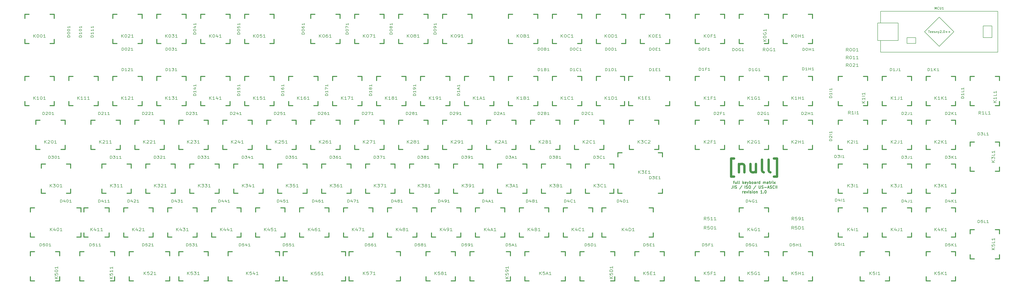
<source format=gbr>
G04 #@! TF.FileFunction,Legend,Top*
%FSLAX46Y46*%
G04 Gerber Fmt 4.6, Leading zero omitted, Abs format (unit mm)*
G04 Created by KiCad (PCBNEW 4.0.5+dfsg1-4) date Tue Aug 15 04:46:25 2017*
%MOMM*%
%LPD*%
G01*
G04 APERTURE LIST*
%ADD10C,0.100000*%
%ADD11C,0.250000*%
%ADD12C,1.000000*%
%ADD13C,0.381000*%
%ADD14C,0.150000*%
%ADD15C,0.203200*%
G04 APERTURE END LIST*
D10*
D11*
X326007144Y-91942857D02*
X326464287Y-91942857D01*
X326178572Y-92742857D02*
X326178572Y-91714286D01*
X326235715Y-91600000D01*
X326350001Y-91542857D01*
X326464287Y-91542857D01*
X327378572Y-91942857D02*
X327378572Y-92742857D01*
X326864286Y-91942857D02*
X326864286Y-92571429D01*
X326921429Y-92685714D01*
X327035715Y-92742857D01*
X327207143Y-92742857D01*
X327321429Y-92685714D01*
X327378572Y-92628571D01*
X328121429Y-92742857D02*
X328007143Y-92685714D01*
X327950000Y-92571429D01*
X327950000Y-91542857D01*
X328750000Y-92742857D02*
X328635714Y-92685714D01*
X328578571Y-92571429D01*
X328578571Y-91542857D01*
X330121428Y-92742857D02*
X330121428Y-91542857D01*
X330235714Y-92285714D02*
X330578571Y-92742857D01*
X330578571Y-91942857D02*
X330121428Y-92400000D01*
X331550000Y-92685714D02*
X331435714Y-92742857D01*
X331207143Y-92742857D01*
X331092857Y-92685714D01*
X331035714Y-92571429D01*
X331035714Y-92114286D01*
X331092857Y-92000000D01*
X331207143Y-91942857D01*
X331435714Y-91942857D01*
X331550000Y-92000000D01*
X331607143Y-92114286D01*
X331607143Y-92228571D01*
X331035714Y-92342857D01*
X332007143Y-91942857D02*
X332292857Y-92742857D01*
X332578571Y-91942857D02*
X332292857Y-92742857D01*
X332178571Y-93028571D01*
X332121428Y-93085714D01*
X332007143Y-93142857D01*
X333035714Y-92742857D02*
X333035714Y-91542857D01*
X333035714Y-92000000D02*
X333150000Y-91942857D01*
X333378571Y-91942857D01*
X333492857Y-92000000D01*
X333550000Y-92057143D01*
X333607143Y-92171429D01*
X333607143Y-92514286D01*
X333550000Y-92628571D01*
X333492857Y-92685714D01*
X333378571Y-92742857D01*
X333150000Y-92742857D01*
X333035714Y-92685714D01*
X334292857Y-92742857D02*
X334178571Y-92685714D01*
X334121428Y-92628571D01*
X334064285Y-92514286D01*
X334064285Y-92171429D01*
X334121428Y-92057143D01*
X334178571Y-92000000D01*
X334292857Y-91942857D01*
X334464285Y-91942857D01*
X334578571Y-92000000D01*
X334635714Y-92057143D01*
X334692857Y-92171429D01*
X334692857Y-92514286D01*
X334635714Y-92628571D01*
X334578571Y-92685714D01*
X334464285Y-92742857D01*
X334292857Y-92742857D01*
X335721428Y-92742857D02*
X335721428Y-92114286D01*
X335664285Y-92000000D01*
X335549999Y-91942857D01*
X335321428Y-91942857D01*
X335207142Y-92000000D01*
X335721428Y-92685714D02*
X335607142Y-92742857D01*
X335321428Y-92742857D01*
X335207142Y-92685714D01*
X335149999Y-92571429D01*
X335149999Y-92457143D01*
X335207142Y-92342857D01*
X335321428Y-92285714D01*
X335607142Y-92285714D01*
X335721428Y-92228571D01*
X336292856Y-92742857D02*
X336292856Y-91942857D01*
X336292856Y-92171429D02*
X336349999Y-92057143D01*
X336407142Y-92000000D01*
X336521428Y-91942857D01*
X336635713Y-91942857D01*
X337549999Y-92742857D02*
X337549999Y-91542857D01*
X337549999Y-92685714D02*
X337435713Y-92742857D01*
X337207142Y-92742857D01*
X337092856Y-92685714D01*
X337035713Y-92628571D01*
X336978570Y-92514286D01*
X336978570Y-92171429D01*
X337035713Y-92057143D01*
X337092856Y-92000000D01*
X337207142Y-91942857D01*
X337435713Y-91942857D01*
X337549999Y-92000000D01*
X339035713Y-92742857D02*
X339035713Y-91942857D01*
X339035713Y-92057143D02*
X339092856Y-92000000D01*
X339207142Y-91942857D01*
X339378570Y-91942857D01*
X339492856Y-92000000D01*
X339549999Y-92114286D01*
X339549999Y-92742857D01*
X339549999Y-92114286D02*
X339607142Y-92000000D01*
X339721428Y-91942857D01*
X339892856Y-91942857D01*
X340007142Y-92000000D01*
X340064285Y-92114286D01*
X340064285Y-92742857D01*
X341149999Y-92742857D02*
X341149999Y-92114286D01*
X341092856Y-92000000D01*
X340978570Y-91942857D01*
X340749999Y-91942857D01*
X340635713Y-92000000D01*
X341149999Y-92685714D02*
X341035713Y-92742857D01*
X340749999Y-92742857D01*
X340635713Y-92685714D01*
X340578570Y-92571429D01*
X340578570Y-92457143D01*
X340635713Y-92342857D01*
X340749999Y-92285714D01*
X341035713Y-92285714D01*
X341149999Y-92228571D01*
X341549999Y-91942857D02*
X342007142Y-91942857D01*
X341721427Y-91542857D02*
X341721427Y-92571429D01*
X341778570Y-92685714D01*
X341892856Y-92742857D01*
X342007142Y-92742857D01*
X342407141Y-92742857D02*
X342407141Y-91942857D01*
X342407141Y-92171429D02*
X342464284Y-92057143D01*
X342521427Y-92000000D01*
X342635713Y-91942857D01*
X342749998Y-91942857D01*
X343149998Y-92742857D02*
X343149998Y-91942857D01*
X343149998Y-91542857D02*
X343092855Y-91600000D01*
X343149998Y-91657143D01*
X343207141Y-91600000D01*
X343149998Y-91542857D01*
X343149998Y-91657143D01*
X343607142Y-92742857D02*
X344235713Y-91942857D01*
X343607142Y-91942857D02*
X344235713Y-92742857D01*
X325692856Y-93592857D02*
X325692856Y-94450000D01*
X325635714Y-94621429D01*
X325521428Y-94735714D01*
X325349999Y-94792857D01*
X325235714Y-94792857D01*
X326264285Y-94792857D02*
X326264285Y-93592857D01*
X326778571Y-94735714D02*
X326950000Y-94792857D01*
X327235714Y-94792857D01*
X327350000Y-94735714D01*
X327407143Y-94678571D01*
X327464286Y-94564286D01*
X327464286Y-94450000D01*
X327407143Y-94335714D01*
X327350000Y-94278571D01*
X327235714Y-94221429D01*
X327007143Y-94164286D01*
X326892857Y-94107143D01*
X326835714Y-94050000D01*
X326778571Y-93935714D01*
X326778571Y-93821429D01*
X326835714Y-93707143D01*
X326892857Y-93650000D01*
X327007143Y-93592857D01*
X327292857Y-93592857D01*
X327464286Y-93650000D01*
X329750000Y-93535714D02*
X328721429Y-95078571D01*
X331064286Y-94792857D02*
X331064286Y-93592857D01*
X331578572Y-94735714D02*
X331750001Y-94792857D01*
X332035715Y-94792857D01*
X332150001Y-94735714D01*
X332207144Y-94678571D01*
X332264287Y-94564286D01*
X332264287Y-94450000D01*
X332207144Y-94335714D01*
X332150001Y-94278571D01*
X332035715Y-94221429D01*
X331807144Y-94164286D01*
X331692858Y-94107143D01*
X331635715Y-94050000D01*
X331578572Y-93935714D01*
X331578572Y-93821429D01*
X331635715Y-93707143D01*
X331692858Y-93650000D01*
X331807144Y-93592857D01*
X332092858Y-93592857D01*
X332264287Y-93650000D01*
X333007144Y-93592857D02*
X333235715Y-93592857D01*
X333350001Y-93650000D01*
X333464287Y-93764286D01*
X333521429Y-93992857D01*
X333521429Y-94392857D01*
X333464287Y-94621429D01*
X333350001Y-94735714D01*
X333235715Y-94792857D01*
X333007144Y-94792857D01*
X332892858Y-94735714D01*
X332778572Y-94621429D01*
X332721429Y-94392857D01*
X332721429Y-93992857D01*
X332778572Y-93764286D01*
X332892858Y-93650000D01*
X333007144Y-93592857D01*
X335807144Y-93535714D02*
X334778573Y-95078571D01*
X337121430Y-93592857D02*
X337121430Y-94564286D01*
X337178573Y-94678571D01*
X337235716Y-94735714D01*
X337350002Y-94792857D01*
X337578573Y-94792857D01*
X337692859Y-94735714D01*
X337750002Y-94678571D01*
X337807145Y-94564286D01*
X337807145Y-93592857D01*
X338321430Y-94735714D02*
X338492859Y-94792857D01*
X338778573Y-94792857D01*
X338892859Y-94735714D01*
X338950002Y-94678571D01*
X339007145Y-94564286D01*
X339007145Y-94450000D01*
X338950002Y-94335714D01*
X338892859Y-94278571D01*
X338778573Y-94221429D01*
X338550002Y-94164286D01*
X338435716Y-94107143D01*
X338378573Y-94050000D01*
X338321430Y-93935714D01*
X338321430Y-93821429D01*
X338378573Y-93707143D01*
X338435716Y-93650000D01*
X338550002Y-93592857D01*
X338835716Y-93592857D01*
X339007145Y-93650000D01*
X339521430Y-94335714D02*
X340435716Y-94335714D01*
X340950001Y-94450000D02*
X341521430Y-94450000D01*
X340835716Y-94792857D02*
X341235716Y-93592857D01*
X341635716Y-94792857D01*
X341978572Y-94735714D02*
X342150001Y-94792857D01*
X342435715Y-94792857D01*
X342550001Y-94735714D01*
X342607144Y-94678571D01*
X342664287Y-94564286D01*
X342664287Y-94450000D01*
X342607144Y-94335714D01*
X342550001Y-94278571D01*
X342435715Y-94221429D01*
X342207144Y-94164286D01*
X342092858Y-94107143D01*
X342035715Y-94050000D01*
X341978572Y-93935714D01*
X341978572Y-93821429D01*
X342035715Y-93707143D01*
X342092858Y-93650000D01*
X342207144Y-93592857D01*
X342492858Y-93592857D01*
X342664287Y-93650000D01*
X343864287Y-94678571D02*
X343807144Y-94735714D01*
X343635715Y-94792857D01*
X343521429Y-94792857D01*
X343350001Y-94735714D01*
X343235715Y-94621429D01*
X343178572Y-94507143D01*
X343121429Y-94278571D01*
X343121429Y-94107143D01*
X343178572Y-93878571D01*
X343235715Y-93764286D01*
X343350001Y-93650000D01*
X343521429Y-93592857D01*
X343635715Y-93592857D01*
X343807144Y-93650000D01*
X343864287Y-93707143D01*
X344378572Y-94792857D02*
X344378572Y-93592857D01*
X344950001Y-94792857D02*
X344950001Y-93592857D01*
X330064285Y-96842857D02*
X330064285Y-96042857D01*
X330064285Y-96271429D02*
X330121428Y-96157143D01*
X330178571Y-96100000D01*
X330292857Y-96042857D01*
X330407142Y-96042857D01*
X331264285Y-96785714D02*
X331149999Y-96842857D01*
X330921428Y-96842857D01*
X330807142Y-96785714D01*
X330749999Y-96671429D01*
X330749999Y-96214286D01*
X330807142Y-96100000D01*
X330921428Y-96042857D01*
X331149999Y-96042857D01*
X331264285Y-96100000D01*
X331321428Y-96214286D01*
X331321428Y-96328571D01*
X330749999Y-96442857D01*
X331721428Y-96042857D02*
X332007142Y-96842857D01*
X332292856Y-96042857D01*
X332749999Y-96842857D02*
X332749999Y-96042857D01*
X332749999Y-95642857D02*
X332692856Y-95700000D01*
X332749999Y-95757143D01*
X332807142Y-95700000D01*
X332749999Y-95642857D01*
X332749999Y-95757143D01*
X333264285Y-96785714D02*
X333378571Y-96842857D01*
X333607143Y-96842857D01*
X333721428Y-96785714D01*
X333778571Y-96671429D01*
X333778571Y-96614286D01*
X333721428Y-96500000D01*
X333607143Y-96442857D01*
X333435714Y-96442857D01*
X333321428Y-96385714D01*
X333264285Y-96271429D01*
X333264285Y-96214286D01*
X333321428Y-96100000D01*
X333435714Y-96042857D01*
X333607143Y-96042857D01*
X333721428Y-96100000D01*
X334292857Y-96842857D02*
X334292857Y-96042857D01*
X334292857Y-95642857D02*
X334235714Y-95700000D01*
X334292857Y-95757143D01*
X334350000Y-95700000D01*
X334292857Y-95642857D01*
X334292857Y-95757143D01*
X335035715Y-96842857D02*
X334921429Y-96785714D01*
X334864286Y-96728571D01*
X334807143Y-96614286D01*
X334807143Y-96271429D01*
X334864286Y-96157143D01*
X334921429Y-96100000D01*
X335035715Y-96042857D01*
X335207143Y-96042857D01*
X335321429Y-96100000D01*
X335378572Y-96157143D01*
X335435715Y-96271429D01*
X335435715Y-96614286D01*
X335378572Y-96728571D01*
X335321429Y-96785714D01*
X335207143Y-96842857D01*
X335035715Y-96842857D01*
X335950000Y-96042857D02*
X335950000Y-96842857D01*
X335950000Y-96157143D02*
X336007143Y-96100000D01*
X336121429Y-96042857D01*
X336292857Y-96042857D01*
X336407143Y-96100000D01*
X336464286Y-96214286D01*
X336464286Y-96842857D01*
X338578572Y-96842857D02*
X337892857Y-96842857D01*
X338235715Y-96842857D02*
X338235715Y-95642857D01*
X338121429Y-95814286D01*
X338007143Y-95928571D01*
X337892857Y-95985714D01*
X339092857Y-96728571D02*
X339150000Y-96785714D01*
X339092857Y-96842857D01*
X339035714Y-96785714D01*
X339092857Y-96728571D01*
X339092857Y-96842857D01*
X339892858Y-95642857D02*
X340007143Y-95642857D01*
X340121429Y-95700000D01*
X340178572Y-95757143D01*
X340235715Y-95871429D01*
X340292858Y-96100000D01*
X340292858Y-96385714D01*
X340235715Y-96614286D01*
X340178572Y-96728571D01*
X340121429Y-96785714D01*
X340007143Y-96842857D01*
X339892858Y-96842857D01*
X339778572Y-96785714D01*
X339721429Y-96728571D01*
X339664286Y-96614286D01*
X339607143Y-96385714D01*
X339607143Y-96100000D01*
X339664286Y-95871429D01*
X339721429Y-95757143D01*
X339778572Y-95700000D01*
X339892858Y-95642857D01*
D12*
X326407143Y-89671429D02*
X325097620Y-89671429D01*
X325097620Y-81814286D01*
X326407143Y-81814286D01*
X328502382Y-84171429D02*
X328502382Y-87838095D01*
X328502382Y-84695238D02*
X328764287Y-84433333D01*
X329288096Y-84171429D01*
X330073810Y-84171429D01*
X330597620Y-84433333D01*
X330859525Y-84957143D01*
X330859525Y-87838095D01*
X335835715Y-84171429D02*
X335835715Y-87838095D01*
X333478572Y-84171429D02*
X333478572Y-87052381D01*
X333740477Y-87576190D01*
X334264286Y-87838095D01*
X335050000Y-87838095D01*
X335573810Y-87576190D01*
X335835715Y-87314286D01*
X339240476Y-87838095D02*
X338716667Y-87576190D01*
X338454762Y-87052381D01*
X338454762Y-82338095D01*
X342121428Y-87838095D02*
X341597619Y-87576190D01*
X341335714Y-87052381D01*
X341335714Y-82338095D01*
X343692856Y-89671429D02*
X345002380Y-89671429D01*
X345002380Y-81814286D01*
X343692856Y-81814286D01*
D13*
X280625000Y-46037500D02*
X282403000Y-46037500D01*
X282403000Y-58737500D02*
X280625000Y-58737500D01*
X280625000Y-58737500D02*
X280625000Y-56959500D01*
X280625000Y-47815500D02*
X280625000Y-46037500D01*
X296672000Y-46037500D02*
X298450000Y-46037500D01*
X298450000Y-46037500D02*
X298450000Y-47815500D01*
X298450000Y-56959500D02*
X298450000Y-58737500D01*
X298450000Y-58737500D02*
X296672000Y-58737500D01*
X266700000Y-46037500D02*
X268478000Y-46037500D01*
X277122000Y-46037500D02*
X278900000Y-46037500D01*
X278900000Y-46037500D02*
X278900000Y-47815500D01*
X278900000Y-56959500D02*
X278900000Y-58737500D01*
X278900000Y-58737500D02*
X277122000Y-58737500D01*
X268478000Y-58737500D02*
X266700000Y-58737500D01*
X266700000Y-58737500D02*
X266700000Y-56959500D01*
X266700000Y-47815500D02*
X266700000Y-46037500D01*
X289528000Y-103188000D02*
X291306000Y-103188000D01*
X291306000Y-103188000D02*
X291306000Y-104966000D01*
X291306000Y-114110000D02*
X291306000Y-115888000D01*
X291306000Y-115888000D02*
X289528000Y-115888000D01*
X269065000Y-103188000D02*
X270843000Y-103188000D01*
X270843000Y-115888000D02*
X269065000Y-115888000D01*
X269065000Y-115888000D02*
X269065000Y-114110000D01*
X269065000Y-104966000D02*
X269065000Y-103188000D01*
X276045000Y-79237500D02*
X277823000Y-79237500D01*
X293567000Y-79237500D02*
X295345000Y-79237500D01*
X295345000Y-79237500D02*
X295345000Y-81015500D01*
X295345000Y-95059500D02*
X295345000Y-96837500D01*
X295345000Y-96837500D02*
X293567000Y-96837500D01*
X277823000Y-96837500D02*
X276045000Y-96837500D01*
X276045000Y-96837500D02*
X276045000Y-95059500D01*
X276045000Y-81015500D02*
X276045000Y-79237500D01*
X261938000Y-84137500D02*
X263716000Y-84137500D01*
X272460000Y-84137500D02*
X274238000Y-84137500D01*
X274238000Y-84137500D02*
X274238000Y-85915500D01*
X274238000Y-95059500D02*
X274238000Y-96837500D01*
X274238000Y-96837500D02*
X272460000Y-96837500D01*
X263716000Y-96837500D02*
X261938000Y-96837500D01*
X261938000Y-96837500D02*
X261938000Y-95059500D01*
X261938000Y-85915500D02*
X261938000Y-84137500D01*
X227628000Y-122238000D02*
X229406000Y-122238000D01*
X229406000Y-122238000D02*
X229406000Y-124016000D01*
X229406000Y-133160000D02*
X229406000Y-134938000D01*
X229406000Y-134938000D02*
X227628000Y-134938000D01*
X211931000Y-122238000D02*
X213709000Y-122238000D01*
X213709000Y-134938000D02*
X211931000Y-134938000D01*
X211931000Y-134938000D02*
X211931000Y-133160000D01*
X211931000Y-124016000D02*
X211931000Y-122238000D01*
X272860000Y-122238000D02*
X274638000Y-122238000D01*
X274638000Y-122238000D02*
X274638000Y-124016000D01*
X274638000Y-133160000D02*
X274638000Y-134938000D01*
X274638000Y-134938000D02*
X272860000Y-134938000D01*
X259556000Y-122238000D02*
X261334000Y-122238000D01*
X261334000Y-134938000D02*
X259556000Y-134938000D01*
X259556000Y-134938000D02*
X259556000Y-133160000D01*
X259556000Y-124016000D02*
X259556000Y-122238000D01*
X251428000Y-122238000D02*
X253206000Y-122238000D01*
X253206000Y-122238000D02*
X253206000Y-124016000D01*
X253206000Y-133160000D02*
X253206000Y-134938000D01*
X253206000Y-134938000D02*
X251428000Y-134938000D01*
X235744000Y-122238000D02*
X237522000Y-122238000D01*
X237522000Y-134938000D02*
X235744000Y-134938000D01*
X235744000Y-134938000D02*
X235744000Y-133160000D01*
X235744000Y-124016000D02*
X235744000Y-122238000D01*
X159544000Y-122238000D02*
X161322000Y-122238000D01*
X161322000Y-134938000D02*
X159544000Y-134938000D01*
X159544000Y-134938000D02*
X159544000Y-133160000D01*
X159544000Y-124016000D02*
X159544000Y-122238000D01*
X179997000Y-122238000D02*
X181775000Y-122238000D01*
X181775000Y-122238000D02*
X181775000Y-124016000D01*
X181775000Y-133160000D02*
X181775000Y-134938000D01*
X181775000Y-134938000D02*
X179997000Y-134938000D01*
X156178000Y-122238000D02*
X157956000Y-122238000D01*
X157956000Y-122238000D02*
X157956000Y-124016000D01*
X157956000Y-133160000D02*
X157956000Y-134938000D01*
X157956000Y-134938000D02*
X156178000Y-134938000D01*
X130937000Y-122238000D02*
X132715000Y-122238000D01*
X132715000Y-134938000D02*
X130937000Y-134938000D01*
X130937000Y-134938000D02*
X130937000Y-133160000D01*
X130937000Y-124016000D02*
X130937000Y-122238000D01*
X107137000Y-122238000D02*
X108915000Y-122238000D01*
X108915000Y-134938000D02*
X107137000Y-134938000D01*
X107137000Y-134938000D02*
X107137000Y-133160000D01*
X107137000Y-124016000D02*
X107137000Y-122238000D01*
X127587000Y-122238000D02*
X129365000Y-122238000D01*
X129365000Y-122238000D02*
X129365000Y-124016000D01*
X129365000Y-133160000D02*
X129365000Y-134938000D01*
X129365000Y-134938000D02*
X127587000Y-134938000D01*
X44646600Y-103188000D02*
X46424600Y-103188000D01*
X53768600Y-103188000D02*
X55546600Y-103188000D01*
X55546600Y-103188000D02*
X55546600Y-104966000D01*
X55546600Y-114110000D02*
X55546600Y-115888000D01*
X55546600Y-115888000D02*
X53768600Y-115888000D01*
X46424600Y-115888000D02*
X44646600Y-115888000D01*
X44646600Y-115888000D02*
X44646600Y-114110000D01*
X44646600Y-104966000D02*
X44646600Y-103188000D01*
X41579800Y-103188000D02*
X43357800Y-103188000D01*
X43357800Y-103188000D02*
X43357800Y-104966000D01*
X43357800Y-114110000D02*
X43357800Y-115888000D01*
X43357800Y-115888000D02*
X41579800Y-115888000D01*
X21415400Y-103188000D02*
X23193400Y-103188000D01*
X23193400Y-115888000D02*
X21415400Y-115888000D01*
X21415400Y-115888000D02*
X21415400Y-114110000D01*
X21415400Y-104966000D02*
X21415400Y-103188000D01*
X79978200Y-122238000D02*
X81756200Y-122238000D01*
X81756200Y-122238000D02*
X81756200Y-124016000D01*
X81756200Y-133160000D02*
X81756200Y-134938000D01*
X81756200Y-134938000D02*
X79978200Y-134938000D01*
X64293800Y-122238000D02*
X66071800Y-122238000D01*
X66071800Y-134938000D02*
X64293800Y-134938000D01*
X64293800Y-134938000D02*
X64293800Y-133160000D01*
X64293800Y-124016000D02*
X64293800Y-122238000D01*
X56165800Y-122238000D02*
X57943800Y-122238000D01*
X57943800Y-122238000D02*
X57943800Y-124016000D01*
X57943800Y-133160000D02*
X57943800Y-134938000D01*
X57943800Y-134938000D02*
X56165800Y-134938000D01*
X42862500Y-122238000D02*
X44640500Y-122238000D01*
X44640500Y-134938000D02*
X42862500Y-134938000D01*
X42862500Y-134938000D02*
X42862500Y-133160000D01*
X42862500Y-124016000D02*
X42862500Y-122238000D01*
X228600000Y-19050000D02*
X230378000Y-19050000D01*
X239522000Y-19050000D02*
X241300000Y-19050000D01*
X241300000Y-19050000D02*
X241300000Y-20828000D01*
X241300000Y-29972000D02*
X241300000Y-31750000D01*
X241300000Y-31750000D02*
X239522000Y-31750000D01*
X230378000Y-31750000D02*
X228600000Y-31750000D01*
X228600000Y-31750000D02*
X228600000Y-29972000D01*
X228600000Y-20828000D02*
X228600000Y-19050000D01*
X247650000Y-19050000D02*
X249428000Y-19050000D01*
X258572000Y-19050000D02*
X260350000Y-19050000D01*
X260350000Y-19050000D02*
X260350000Y-20828000D01*
X260350000Y-29972000D02*
X260350000Y-31750000D01*
X260350000Y-31750000D02*
X258572000Y-31750000D01*
X249428000Y-31750000D02*
X247650000Y-31750000D01*
X247650000Y-31750000D02*
X247650000Y-29972000D01*
X247650000Y-20828000D02*
X247650000Y-19050000D01*
X266700000Y-19050000D02*
X268478000Y-19050000D01*
X277622000Y-19050000D02*
X279400000Y-19050000D01*
X279400000Y-19050000D02*
X279400000Y-20828000D01*
X279400000Y-29972000D02*
X279400000Y-31750000D01*
X279400000Y-31750000D02*
X277622000Y-31750000D01*
X268478000Y-31750000D02*
X266700000Y-31750000D01*
X266700000Y-31750000D02*
X266700000Y-29972000D01*
X266700000Y-20828000D02*
X266700000Y-19050000D01*
X285750000Y-19050000D02*
X287528000Y-19050000D01*
X296672000Y-19050000D02*
X298450000Y-19050000D01*
X298450000Y-19050000D02*
X298450000Y-20828000D01*
X298450000Y-29972000D02*
X298450000Y-31750000D01*
X298450000Y-31750000D02*
X296672000Y-31750000D01*
X287528000Y-31750000D02*
X285750000Y-31750000D01*
X285750000Y-31750000D02*
X285750000Y-29972000D01*
X285750000Y-20828000D02*
X285750000Y-19050000D01*
X309562000Y-19050000D02*
X311340000Y-19050000D01*
X320484000Y-19050000D02*
X322262000Y-19050000D01*
X322262000Y-19050000D02*
X322262000Y-20828000D01*
X322262000Y-29972000D02*
X322262000Y-31750000D01*
X322262000Y-31750000D02*
X320484000Y-31750000D01*
X311340000Y-31750000D02*
X309562000Y-31750000D01*
X309562000Y-31750000D02*
X309562000Y-29972000D01*
X309562000Y-20828000D02*
X309562000Y-19050000D01*
X328612000Y-19050000D02*
X330390000Y-19050000D01*
X339534000Y-19050000D02*
X341312000Y-19050000D01*
X341312000Y-19050000D02*
X341312000Y-20828000D01*
X341312000Y-29972000D02*
X341312000Y-31750000D01*
X341312000Y-31750000D02*
X339534000Y-31750000D01*
X330390000Y-31750000D02*
X328612000Y-31750000D01*
X328612000Y-31750000D02*
X328612000Y-29972000D01*
X328612000Y-20828000D02*
X328612000Y-19050000D01*
X347662000Y-19050000D02*
X349440000Y-19050000D01*
X358584000Y-19050000D02*
X360362000Y-19050000D01*
X360362000Y-19050000D02*
X360362000Y-20828000D01*
X360362000Y-29972000D02*
X360362000Y-31750000D01*
X360362000Y-31750000D02*
X358584000Y-31750000D01*
X349440000Y-31750000D02*
X347662000Y-31750000D01*
X347662000Y-31750000D02*
X347662000Y-29972000D01*
X347662000Y-20828000D02*
X347662000Y-19050000D01*
X19050000Y-19050000D02*
X20828000Y-19050000D01*
X29972000Y-19050000D02*
X31750000Y-19050000D01*
X31750000Y-19050000D02*
X31750000Y-20828000D01*
X31750000Y-29972000D02*
X31750000Y-31750000D01*
X31750000Y-31750000D02*
X29972000Y-31750000D01*
X20828000Y-31750000D02*
X19050000Y-31750000D01*
X19050000Y-31750000D02*
X19050000Y-29972000D01*
X19050000Y-20828000D02*
X19050000Y-19050000D01*
X209550000Y-46037500D02*
X211328000Y-46037500D01*
X220472000Y-46037500D02*
X222250000Y-46037500D01*
X222250000Y-46037500D02*
X222250000Y-47815500D01*
X222250000Y-56959500D02*
X222250000Y-58737500D01*
X222250000Y-58737500D02*
X220472000Y-58737500D01*
X211328000Y-58737500D02*
X209550000Y-58737500D01*
X209550000Y-58737500D02*
X209550000Y-56959500D01*
X209550000Y-47815500D02*
X209550000Y-46037500D01*
X228600000Y-46037500D02*
X230378000Y-46037500D01*
X239522000Y-46037500D02*
X241300000Y-46037500D01*
X241300000Y-46037500D02*
X241300000Y-47815500D01*
X241300000Y-56959500D02*
X241300000Y-58737500D01*
X241300000Y-58737500D02*
X239522000Y-58737500D01*
X230378000Y-58737500D02*
X228600000Y-58737500D01*
X228600000Y-58737500D02*
X228600000Y-56959500D01*
X228600000Y-47815500D02*
X228600000Y-46037500D01*
X247650000Y-46037500D02*
X249428000Y-46037500D01*
X258572000Y-46037500D02*
X260350000Y-46037500D01*
X260350000Y-46037500D02*
X260350000Y-47815500D01*
X260350000Y-56959500D02*
X260350000Y-58737500D01*
X260350000Y-58737500D02*
X258572000Y-58737500D01*
X249428000Y-58737500D02*
X247650000Y-58737500D01*
X247650000Y-58737500D02*
X247650000Y-56959500D01*
X247650000Y-47815500D02*
X247650000Y-46037500D01*
X309562000Y-46037500D02*
X311340000Y-46037500D01*
X320484000Y-46037500D02*
X322262000Y-46037500D01*
X322262000Y-46037500D02*
X322262000Y-47815500D01*
X322262000Y-56959500D02*
X322262000Y-58737500D01*
X322262000Y-58737500D02*
X320484000Y-58737500D01*
X311340000Y-58737500D02*
X309562000Y-58737500D01*
X309562000Y-58737500D02*
X309562000Y-56959500D01*
X309562000Y-47815500D02*
X309562000Y-46037500D01*
X328612000Y-46037500D02*
X330390000Y-46037500D01*
X339534000Y-46037500D02*
X341312000Y-46037500D01*
X341312000Y-46037500D02*
X341312000Y-47815500D01*
X341312000Y-56959500D02*
X341312000Y-58737500D01*
X341312000Y-58737500D02*
X339534000Y-58737500D01*
X330390000Y-58737500D02*
X328612000Y-58737500D01*
X328612000Y-58737500D02*
X328612000Y-56959500D01*
X328612000Y-47815500D02*
X328612000Y-46037500D01*
X347662000Y-46037500D02*
X349440000Y-46037500D01*
X358584000Y-46037500D02*
X360362000Y-46037500D01*
X360362000Y-46037500D02*
X360362000Y-47815500D01*
X360362000Y-56959500D02*
X360362000Y-58737500D01*
X360362000Y-58737500D02*
X358584000Y-58737500D01*
X349440000Y-58737500D02*
X347662000Y-58737500D01*
X347662000Y-58737500D02*
X347662000Y-56959500D01*
X347662000Y-47815500D02*
X347662000Y-46037500D01*
X371475000Y-46037500D02*
X373253000Y-46037500D01*
X382397000Y-46037500D02*
X384175000Y-46037500D01*
X384175000Y-46037500D02*
X384175000Y-47815500D01*
X384175000Y-56959500D02*
X384175000Y-58737500D01*
X384175000Y-58737500D02*
X382397000Y-58737500D01*
X373253000Y-58737500D02*
X371475000Y-58737500D01*
X371475000Y-58737500D02*
X371475000Y-56959500D01*
X371475000Y-47815500D02*
X371475000Y-46037500D01*
X390525000Y-46037500D02*
X392303000Y-46037500D01*
X401447000Y-46037500D02*
X403225000Y-46037500D01*
X403225000Y-46037500D02*
X403225000Y-47815500D01*
X403225000Y-56959500D02*
X403225000Y-58737500D01*
X403225000Y-58737500D02*
X401447000Y-58737500D01*
X392303000Y-58737500D02*
X390525000Y-58737500D01*
X390525000Y-58737500D02*
X390525000Y-56959500D01*
X390525000Y-47815500D02*
X390525000Y-46037500D01*
X409575000Y-46037500D02*
X411353000Y-46037500D01*
X420497000Y-46037500D02*
X422275000Y-46037500D01*
X422275000Y-46037500D02*
X422275000Y-47815500D01*
X422275000Y-56959500D02*
X422275000Y-58737500D01*
X422275000Y-58737500D02*
X420497000Y-58737500D01*
X411353000Y-58737500D02*
X409575000Y-58737500D01*
X409575000Y-58737500D02*
X409575000Y-56959500D01*
X409575000Y-47815500D02*
X409575000Y-46037500D01*
X428625000Y-46037500D02*
X430403000Y-46037500D01*
X439547000Y-46037500D02*
X441325000Y-46037500D01*
X441325000Y-46037500D02*
X441325000Y-47815500D01*
X441325000Y-56959500D02*
X441325000Y-58737500D01*
X441325000Y-58737500D02*
X439547000Y-58737500D01*
X430403000Y-58737500D02*
X428625000Y-58737500D01*
X428625000Y-58737500D02*
X428625000Y-56959500D01*
X428625000Y-47815500D02*
X428625000Y-46037500D01*
X219075000Y-65087500D02*
X220853000Y-65087500D01*
X229997000Y-65087500D02*
X231775000Y-65087500D01*
X231775000Y-65087500D02*
X231775000Y-66865500D01*
X231775000Y-76009500D02*
X231775000Y-77787500D01*
X231775000Y-77787500D02*
X229997000Y-77787500D01*
X220853000Y-77787500D02*
X219075000Y-77787500D01*
X219075000Y-77787500D02*
X219075000Y-76009500D01*
X219075000Y-66865500D02*
X219075000Y-65087500D01*
X238125000Y-65087500D02*
X239903000Y-65087500D01*
X249047000Y-65087500D02*
X250825000Y-65087500D01*
X250825000Y-65087500D02*
X250825000Y-66865500D01*
X250825000Y-76009500D02*
X250825000Y-77787500D01*
X250825000Y-77787500D02*
X249047000Y-77787500D01*
X239903000Y-77787500D02*
X238125000Y-77787500D01*
X238125000Y-77787500D02*
X238125000Y-76009500D01*
X238125000Y-66865500D02*
X238125000Y-65087500D01*
X257175000Y-65087500D02*
X258953000Y-65087500D01*
X268097000Y-65087500D02*
X269875000Y-65087500D01*
X269875000Y-65087500D02*
X269875000Y-66865500D01*
X269875000Y-76009500D02*
X269875000Y-77787500D01*
X269875000Y-77787500D02*
X268097000Y-77787500D01*
X258953000Y-77787500D02*
X257175000Y-77787500D01*
X257175000Y-77787500D02*
X257175000Y-76009500D01*
X257175000Y-66865500D02*
X257175000Y-65087500D01*
X309562000Y-65087500D02*
X311340000Y-65087500D01*
X320484000Y-65087500D02*
X322262000Y-65087500D01*
X322262000Y-65087500D02*
X322262000Y-66865500D01*
X322262000Y-76009500D02*
X322262000Y-77787500D01*
X322262000Y-77787500D02*
X320484000Y-77787500D01*
X311340000Y-77787500D02*
X309562000Y-77787500D01*
X309562000Y-77787500D02*
X309562000Y-76009500D01*
X309562000Y-66865500D02*
X309562000Y-65087500D01*
X328612000Y-65087500D02*
X330390000Y-65087500D01*
X339534000Y-65087500D02*
X341312000Y-65087500D01*
X341312000Y-65087500D02*
X341312000Y-66865500D01*
X341312000Y-76009500D02*
X341312000Y-77787500D01*
X341312000Y-77787500D02*
X339534000Y-77787500D01*
X330390000Y-77787500D02*
X328612000Y-77787500D01*
X328612000Y-77787500D02*
X328612000Y-76009500D01*
X328612000Y-66865500D02*
X328612000Y-65087500D01*
X347662000Y-65087500D02*
X349440000Y-65087500D01*
X358584000Y-65087500D02*
X360362000Y-65087500D01*
X360362000Y-65087500D02*
X360362000Y-66865500D01*
X360362000Y-76009500D02*
X360362000Y-77787500D01*
X360362000Y-77787500D02*
X358584000Y-77787500D01*
X349440000Y-77787500D02*
X347662000Y-77787500D01*
X347662000Y-77787500D02*
X347662000Y-76009500D01*
X347662000Y-66865500D02*
X347662000Y-65087500D01*
X371475000Y-65087500D02*
X373253000Y-65087500D01*
X382397000Y-65087500D02*
X384175000Y-65087500D01*
X384175000Y-65087500D02*
X384175000Y-66865500D01*
X384175000Y-76009500D02*
X384175000Y-77787500D01*
X384175000Y-77787500D02*
X382397000Y-77787500D01*
X373253000Y-77787500D02*
X371475000Y-77787500D01*
X371475000Y-77787500D02*
X371475000Y-76009500D01*
X371475000Y-66865500D02*
X371475000Y-65087500D01*
X390525000Y-65087500D02*
X392303000Y-65087500D01*
X401447000Y-65087500D02*
X403225000Y-65087500D01*
X403225000Y-65087500D02*
X403225000Y-66865500D01*
X403225000Y-76009500D02*
X403225000Y-77787500D01*
X403225000Y-77787500D02*
X401447000Y-77787500D01*
X392303000Y-77787500D02*
X390525000Y-77787500D01*
X390525000Y-77787500D02*
X390525000Y-76009500D01*
X390525000Y-66865500D02*
X390525000Y-65087500D01*
X409575000Y-65087500D02*
X411353000Y-65087500D01*
X420497000Y-65087500D02*
X422275000Y-65087500D01*
X422275000Y-65087500D02*
X422275000Y-66865500D01*
X422275000Y-76009500D02*
X422275000Y-77787500D01*
X422275000Y-77787500D02*
X420497000Y-77787500D01*
X411353000Y-77787500D02*
X409575000Y-77787500D01*
X409575000Y-77787500D02*
X409575000Y-76009500D01*
X409575000Y-66865500D02*
X409575000Y-65087500D01*
X223838000Y-84137500D02*
X225616000Y-84137500D01*
X234760000Y-84137500D02*
X236538000Y-84137500D01*
X236538000Y-84137500D02*
X236538000Y-85915500D01*
X236538000Y-95059500D02*
X236538000Y-96837500D01*
X236538000Y-96837500D02*
X234760000Y-96837500D01*
X225616000Y-96837500D02*
X223838000Y-96837500D01*
X223838000Y-96837500D02*
X223838000Y-95059500D01*
X223838000Y-85915500D02*
X223838000Y-84137500D01*
X242888000Y-84137500D02*
X244666000Y-84137500D01*
X253810000Y-84137500D02*
X255588000Y-84137500D01*
X255588000Y-84137500D02*
X255588000Y-85915500D01*
X255588000Y-95059500D02*
X255588000Y-96837500D01*
X255588000Y-96837500D02*
X253810000Y-96837500D01*
X244666000Y-96837500D02*
X242888000Y-96837500D01*
X242888000Y-96837500D02*
X242888000Y-95059500D01*
X242888000Y-85915500D02*
X242888000Y-84137500D01*
X280988000Y-65087500D02*
X282766000Y-65087500D01*
X291910000Y-65087500D02*
X293688000Y-65087500D01*
X293688000Y-65087500D02*
X293688000Y-66865500D01*
X293688000Y-76009500D02*
X293688000Y-77787500D01*
X293688000Y-77787500D02*
X291910000Y-77787500D01*
X282766000Y-77787500D02*
X280988000Y-77787500D01*
X280988000Y-77787500D02*
X280988000Y-76009500D01*
X280988000Y-66865500D02*
X280988000Y-65087500D01*
X371475000Y-84137500D02*
X373253000Y-84137500D01*
X382397000Y-84137500D02*
X384175000Y-84137500D01*
X384175000Y-84137500D02*
X384175000Y-85915500D01*
X384175000Y-95059500D02*
X384175000Y-96837500D01*
X384175000Y-96837500D02*
X382397000Y-96837500D01*
X373253000Y-96837500D02*
X371475000Y-96837500D01*
X371475000Y-96837500D02*
X371475000Y-95059500D01*
X371475000Y-85915500D02*
X371475000Y-84137500D01*
X390525000Y-84137500D02*
X392303000Y-84137500D01*
X401447000Y-84137500D02*
X403225000Y-84137500D01*
X403225000Y-84137500D02*
X403225000Y-85915500D01*
X403225000Y-95059500D02*
X403225000Y-96837500D01*
X403225000Y-96837500D02*
X401447000Y-96837500D01*
X392303000Y-96837500D02*
X390525000Y-96837500D01*
X390525000Y-96837500D02*
X390525000Y-95059500D01*
X390525000Y-85915500D02*
X390525000Y-84137500D01*
X409575000Y-84137500D02*
X411353000Y-84137500D01*
X420497000Y-84137500D02*
X422275000Y-84137500D01*
X422275000Y-84137500D02*
X422275000Y-85915500D01*
X422275000Y-95059500D02*
X422275000Y-96837500D01*
X422275000Y-96837500D02*
X420497000Y-96837500D01*
X411353000Y-96837500D02*
X409575000Y-96837500D01*
X409575000Y-96837500D02*
X409575000Y-95059500D01*
X409575000Y-85915500D02*
X409575000Y-84137500D01*
X428625000Y-74612500D02*
X430403000Y-74612500D01*
X439547000Y-74612500D02*
X441325000Y-74612500D01*
X441325000Y-74612500D02*
X441325000Y-76390500D01*
X441325000Y-85534500D02*
X441325000Y-87312500D01*
X441325000Y-87312500D02*
X439547000Y-87312500D01*
X430403000Y-87312500D02*
X428625000Y-87312500D01*
X428625000Y-87312500D02*
X428625000Y-85534500D01*
X428625000Y-76390500D02*
X428625000Y-74612500D01*
X214312000Y-103188000D02*
X216090000Y-103188000D01*
X225234000Y-103188000D02*
X227012000Y-103188000D01*
X227012000Y-103188000D02*
X227012000Y-104966000D01*
X227012000Y-114110000D02*
X227012000Y-115888000D01*
X227012000Y-115888000D02*
X225234000Y-115888000D01*
X216090000Y-115888000D02*
X214312000Y-115888000D01*
X214312000Y-115888000D02*
X214312000Y-114110000D01*
X214312000Y-104966000D02*
X214312000Y-103188000D01*
X233362000Y-103188000D02*
X235140000Y-103188000D01*
X244284000Y-103188000D02*
X246062000Y-103188000D01*
X246062000Y-103188000D02*
X246062000Y-104966000D01*
X246062000Y-114110000D02*
X246062000Y-115888000D01*
X246062000Y-115888000D02*
X244284000Y-115888000D01*
X235140000Y-115888000D02*
X233362000Y-115888000D01*
X233362000Y-115888000D02*
X233362000Y-114110000D01*
X233362000Y-104966000D02*
X233362000Y-103188000D01*
X252412000Y-103188000D02*
X254190000Y-103188000D01*
X263334000Y-103188000D02*
X265112000Y-103188000D01*
X265112000Y-103188000D02*
X265112000Y-104966000D01*
X265112000Y-114110000D02*
X265112000Y-115888000D01*
X265112000Y-115888000D02*
X263334000Y-115888000D01*
X254190000Y-115888000D02*
X252412000Y-115888000D01*
X252412000Y-115888000D02*
X252412000Y-114110000D01*
X252412000Y-104966000D02*
X252412000Y-103188000D01*
X328612000Y-103188000D02*
X330390000Y-103188000D01*
X339534000Y-103188000D02*
X341312000Y-103188000D01*
X341312000Y-103188000D02*
X341312000Y-104966000D01*
X341312000Y-114110000D02*
X341312000Y-115888000D01*
X341312000Y-115888000D02*
X339534000Y-115888000D01*
X330390000Y-115888000D02*
X328612000Y-115888000D01*
X328612000Y-115888000D02*
X328612000Y-114110000D01*
X328612000Y-104966000D02*
X328612000Y-103188000D01*
X371475000Y-103188000D02*
X373253000Y-103188000D01*
X382397000Y-103188000D02*
X384175000Y-103188000D01*
X384175000Y-103188000D02*
X384175000Y-104966000D01*
X384175000Y-114110000D02*
X384175000Y-115888000D01*
X384175000Y-115888000D02*
X382397000Y-115888000D01*
X373253000Y-115888000D02*
X371475000Y-115888000D01*
X371475000Y-115888000D02*
X371475000Y-114110000D01*
X371475000Y-104966000D02*
X371475000Y-103188000D01*
X390525000Y-103188000D02*
X392303000Y-103188000D01*
X401447000Y-103188000D02*
X403225000Y-103188000D01*
X403225000Y-103188000D02*
X403225000Y-104966000D01*
X403225000Y-114110000D02*
X403225000Y-115888000D01*
X403225000Y-115888000D02*
X401447000Y-115888000D01*
X392303000Y-115888000D02*
X390525000Y-115888000D01*
X390525000Y-115888000D02*
X390525000Y-114110000D01*
X390525000Y-104966000D02*
X390525000Y-103188000D01*
X409575000Y-103188000D02*
X411353000Y-103188000D01*
X420497000Y-103188000D02*
X422275000Y-103188000D01*
X422275000Y-103188000D02*
X422275000Y-104966000D01*
X422275000Y-114110000D02*
X422275000Y-115888000D01*
X422275000Y-115888000D02*
X420497000Y-115888000D01*
X411353000Y-115888000D02*
X409575000Y-115888000D01*
X409575000Y-115888000D02*
X409575000Y-114110000D01*
X409575000Y-104966000D02*
X409575000Y-103188000D01*
X283359000Y-122238000D02*
X285137000Y-122238000D01*
X294281000Y-122238000D02*
X296059000Y-122238000D01*
X296059000Y-122238000D02*
X296059000Y-124016000D01*
X296059000Y-133160000D02*
X296059000Y-134938000D01*
X296059000Y-134938000D02*
X294281000Y-134938000D01*
X285137000Y-134938000D02*
X283359000Y-134938000D01*
X283359000Y-134938000D02*
X283359000Y-133160000D01*
X283359000Y-124016000D02*
X283359000Y-122238000D01*
X309562000Y-122238000D02*
X311340000Y-122238000D01*
X320484000Y-122238000D02*
X322262000Y-122238000D01*
X322262000Y-122238000D02*
X322262000Y-124016000D01*
X322262000Y-133160000D02*
X322262000Y-134938000D01*
X322262000Y-134938000D02*
X320484000Y-134938000D01*
X311340000Y-134938000D02*
X309562000Y-134938000D01*
X309562000Y-134938000D02*
X309562000Y-133160000D01*
X309562000Y-124016000D02*
X309562000Y-122238000D01*
X328612000Y-122238000D02*
X330390000Y-122238000D01*
X339534000Y-122238000D02*
X341312000Y-122238000D01*
X341312000Y-122238000D02*
X341312000Y-124016000D01*
X341312000Y-133160000D02*
X341312000Y-134938000D01*
X341312000Y-134938000D02*
X339534000Y-134938000D01*
X330390000Y-134938000D02*
X328612000Y-134938000D01*
X328612000Y-134938000D02*
X328612000Y-133160000D01*
X328612000Y-124016000D02*
X328612000Y-122238000D01*
X347662000Y-122238000D02*
X349440000Y-122238000D01*
X358584000Y-122238000D02*
X360362000Y-122238000D01*
X360362000Y-122238000D02*
X360362000Y-124016000D01*
X360362000Y-133160000D02*
X360362000Y-134938000D01*
X360362000Y-134938000D02*
X358584000Y-134938000D01*
X349440000Y-134938000D02*
X347662000Y-134938000D01*
X347662000Y-134938000D02*
X347662000Y-133160000D01*
X347662000Y-124016000D02*
X347662000Y-122238000D01*
X381000000Y-122238000D02*
X382778000Y-122238000D01*
X391922000Y-122238000D02*
X393700000Y-122238000D01*
X393700000Y-122238000D02*
X393700000Y-124016000D01*
X393700000Y-133160000D02*
X393700000Y-134938000D01*
X393700000Y-134938000D02*
X391922000Y-134938000D01*
X382778000Y-134938000D02*
X381000000Y-134938000D01*
X381000000Y-134938000D02*
X381000000Y-133160000D01*
X381000000Y-124016000D02*
X381000000Y-122238000D01*
X409575000Y-122238000D02*
X411353000Y-122238000D01*
X420497000Y-122238000D02*
X422275000Y-122238000D01*
X422275000Y-122238000D02*
X422275000Y-124016000D01*
X422275000Y-133160000D02*
X422275000Y-134938000D01*
X422275000Y-134938000D02*
X420497000Y-134938000D01*
X411353000Y-134938000D02*
X409575000Y-134938000D01*
X409575000Y-134938000D02*
X409575000Y-133160000D01*
X409575000Y-124016000D02*
X409575000Y-122238000D01*
X428625000Y-112712000D02*
X430403000Y-112712000D01*
X439547000Y-112712000D02*
X441325000Y-112712000D01*
X441325000Y-112712000D02*
X441325000Y-114490000D01*
X441325000Y-123634000D02*
X441325000Y-125412000D01*
X441325000Y-125412000D02*
X439547000Y-125412000D01*
X430403000Y-125412000D02*
X428625000Y-125412000D01*
X428625000Y-125412000D02*
X428625000Y-123634000D01*
X428625000Y-114490000D02*
X428625000Y-112712000D01*
X57150000Y-19050000D02*
X58928000Y-19050000D01*
X68072000Y-19050000D02*
X69850000Y-19050000D01*
X69850000Y-19050000D02*
X69850000Y-20828000D01*
X69850000Y-29972000D02*
X69850000Y-31750000D01*
X69850000Y-31750000D02*
X68072000Y-31750000D01*
X58928000Y-31750000D02*
X57150000Y-31750000D01*
X57150000Y-31750000D02*
X57150000Y-29972000D01*
X57150000Y-20828000D02*
X57150000Y-19050000D01*
X76200000Y-19050000D02*
X77978000Y-19050000D01*
X87122000Y-19050000D02*
X88900000Y-19050000D01*
X88900000Y-19050000D02*
X88900000Y-20828000D01*
X88900000Y-29972000D02*
X88900000Y-31750000D01*
X88900000Y-31750000D02*
X87122000Y-31750000D01*
X77978000Y-31750000D02*
X76200000Y-31750000D01*
X76200000Y-31750000D02*
X76200000Y-29972000D01*
X76200000Y-20828000D02*
X76200000Y-19050000D01*
X95250000Y-19050000D02*
X97028000Y-19050000D01*
X106172000Y-19050000D02*
X107950000Y-19050000D01*
X107950000Y-19050000D02*
X107950000Y-20828000D01*
X107950000Y-29972000D02*
X107950000Y-31750000D01*
X107950000Y-31750000D02*
X106172000Y-31750000D01*
X97028000Y-31750000D02*
X95250000Y-31750000D01*
X95250000Y-31750000D02*
X95250000Y-29972000D01*
X95250000Y-20828000D02*
X95250000Y-19050000D01*
X114300000Y-19050000D02*
X116078000Y-19050000D01*
X125222000Y-19050000D02*
X127000000Y-19050000D01*
X127000000Y-19050000D02*
X127000000Y-20828000D01*
X127000000Y-29972000D02*
X127000000Y-31750000D01*
X127000000Y-31750000D02*
X125222000Y-31750000D01*
X116078000Y-31750000D02*
X114300000Y-31750000D01*
X114300000Y-31750000D02*
X114300000Y-29972000D01*
X114300000Y-20828000D02*
X114300000Y-19050000D01*
X142875000Y-19050000D02*
X144653000Y-19050000D01*
X153797000Y-19050000D02*
X155575000Y-19050000D01*
X155575000Y-19050000D02*
X155575000Y-20828000D01*
X155575000Y-29972000D02*
X155575000Y-31750000D01*
X155575000Y-31750000D02*
X153797000Y-31750000D01*
X144653000Y-31750000D02*
X142875000Y-31750000D01*
X142875000Y-31750000D02*
X142875000Y-29972000D01*
X142875000Y-20828000D02*
X142875000Y-19050000D01*
X161925000Y-19050000D02*
X163703000Y-19050000D01*
X172847000Y-19050000D02*
X174625000Y-19050000D01*
X174625000Y-19050000D02*
X174625000Y-20828000D01*
X174625000Y-29972000D02*
X174625000Y-31750000D01*
X174625000Y-31750000D02*
X172847000Y-31750000D01*
X163703000Y-31750000D02*
X161925000Y-31750000D01*
X161925000Y-31750000D02*
X161925000Y-29972000D01*
X161925000Y-20828000D02*
X161925000Y-19050000D01*
X180975000Y-19050000D02*
X182753000Y-19050000D01*
X191897000Y-19050000D02*
X193675000Y-19050000D01*
X193675000Y-19050000D02*
X193675000Y-20828000D01*
X193675000Y-29972000D02*
X193675000Y-31750000D01*
X193675000Y-31750000D02*
X191897000Y-31750000D01*
X182753000Y-31750000D02*
X180975000Y-31750000D01*
X180975000Y-31750000D02*
X180975000Y-29972000D01*
X180975000Y-20828000D02*
X180975000Y-19050000D01*
X200025000Y-19050000D02*
X201803000Y-19050000D01*
X210947000Y-19050000D02*
X212725000Y-19050000D01*
X212725000Y-19050000D02*
X212725000Y-20828000D01*
X212725000Y-29972000D02*
X212725000Y-31750000D01*
X212725000Y-31750000D02*
X210947000Y-31750000D01*
X201803000Y-31750000D02*
X200025000Y-31750000D01*
X200025000Y-31750000D02*
X200025000Y-29972000D01*
X200025000Y-20828000D02*
X200025000Y-19050000D01*
X19050000Y-46037500D02*
X20828000Y-46037500D01*
X29972000Y-46037500D02*
X31750000Y-46037500D01*
X31750000Y-46037500D02*
X31750000Y-47815500D01*
X31750000Y-56959500D02*
X31750000Y-58737500D01*
X31750000Y-58737500D02*
X29972000Y-58737500D01*
X20828000Y-58737500D02*
X19050000Y-58737500D01*
X19050000Y-58737500D02*
X19050000Y-56959500D01*
X19050000Y-47815500D02*
X19050000Y-46037500D01*
X38100000Y-46037500D02*
X39878000Y-46037500D01*
X49022000Y-46037500D02*
X50800000Y-46037500D01*
X50800000Y-46037500D02*
X50800000Y-47815500D01*
X50800000Y-56959500D02*
X50800000Y-58737500D01*
X50800000Y-58737500D02*
X49022000Y-58737500D01*
X39878000Y-58737500D02*
X38100000Y-58737500D01*
X38100000Y-58737500D02*
X38100000Y-56959500D01*
X38100000Y-47815500D02*
X38100000Y-46037500D01*
X57150000Y-46037500D02*
X58928000Y-46037500D01*
X68072000Y-46037500D02*
X69850000Y-46037500D01*
X69850000Y-46037500D02*
X69850000Y-47815500D01*
X69850000Y-56959500D02*
X69850000Y-58737500D01*
X69850000Y-58737500D02*
X68072000Y-58737500D01*
X58928000Y-58737500D02*
X57150000Y-58737500D01*
X57150000Y-58737500D02*
X57150000Y-56959500D01*
X57150000Y-47815500D02*
X57150000Y-46037500D01*
X76200000Y-46037500D02*
X77978000Y-46037500D01*
X87122000Y-46037500D02*
X88900000Y-46037500D01*
X88900000Y-46037500D02*
X88900000Y-47815500D01*
X88900000Y-56959500D02*
X88900000Y-58737500D01*
X88900000Y-58737500D02*
X87122000Y-58737500D01*
X77978000Y-58737500D02*
X76200000Y-58737500D01*
X76200000Y-58737500D02*
X76200000Y-56959500D01*
X76200000Y-47815500D02*
X76200000Y-46037500D01*
X95250000Y-46037500D02*
X97028000Y-46037500D01*
X106172000Y-46037500D02*
X107950000Y-46037500D01*
X107950000Y-46037500D02*
X107950000Y-47815500D01*
X107950000Y-56959500D02*
X107950000Y-58737500D01*
X107950000Y-58737500D02*
X106172000Y-58737500D01*
X97028000Y-58737500D02*
X95250000Y-58737500D01*
X95250000Y-58737500D02*
X95250000Y-56959500D01*
X95250000Y-47815500D02*
X95250000Y-46037500D01*
X114300000Y-46037500D02*
X116078000Y-46037500D01*
X125222000Y-46037500D02*
X127000000Y-46037500D01*
X127000000Y-46037500D02*
X127000000Y-47815500D01*
X127000000Y-56959500D02*
X127000000Y-58737500D01*
X127000000Y-58737500D02*
X125222000Y-58737500D01*
X116078000Y-58737500D02*
X114300000Y-58737500D01*
X114300000Y-58737500D02*
X114300000Y-56959500D01*
X114300000Y-47815500D02*
X114300000Y-46037500D01*
X133350000Y-46037500D02*
X135128000Y-46037500D01*
X144272000Y-46037500D02*
X146050000Y-46037500D01*
X146050000Y-46037500D02*
X146050000Y-47815500D01*
X146050000Y-56959500D02*
X146050000Y-58737500D01*
X146050000Y-58737500D02*
X144272000Y-58737500D01*
X135128000Y-58737500D02*
X133350000Y-58737500D01*
X133350000Y-58737500D02*
X133350000Y-56959500D01*
X133350000Y-47815500D02*
X133350000Y-46037500D01*
X152400000Y-46037500D02*
X154178000Y-46037500D01*
X163322000Y-46037500D02*
X165100000Y-46037500D01*
X165100000Y-46037500D02*
X165100000Y-47815500D01*
X165100000Y-56959500D02*
X165100000Y-58737500D01*
X165100000Y-58737500D02*
X163322000Y-58737500D01*
X154178000Y-58737500D02*
X152400000Y-58737500D01*
X152400000Y-58737500D02*
X152400000Y-56959500D01*
X152400000Y-47815500D02*
X152400000Y-46037500D01*
X171450000Y-46037500D02*
X173228000Y-46037500D01*
X182372000Y-46037500D02*
X184150000Y-46037500D01*
X184150000Y-46037500D02*
X184150000Y-47815500D01*
X184150000Y-56959500D02*
X184150000Y-58737500D01*
X184150000Y-58737500D02*
X182372000Y-58737500D01*
X173228000Y-58737500D02*
X171450000Y-58737500D01*
X171450000Y-58737500D02*
X171450000Y-56959500D01*
X171450000Y-47815500D02*
X171450000Y-46037500D01*
X190500000Y-46037500D02*
X192278000Y-46037500D01*
X201422000Y-46037500D02*
X203200000Y-46037500D01*
X203200000Y-46037500D02*
X203200000Y-47815500D01*
X203200000Y-56959500D02*
X203200000Y-58737500D01*
X203200000Y-58737500D02*
X201422000Y-58737500D01*
X192278000Y-58737500D02*
X190500000Y-58737500D01*
X190500000Y-58737500D02*
X190500000Y-56959500D01*
X190500000Y-47815500D02*
X190500000Y-46037500D01*
X23812500Y-65087500D02*
X25590500Y-65087500D01*
X34734500Y-65087500D02*
X36512500Y-65087500D01*
X36512500Y-65087500D02*
X36512500Y-66865500D01*
X36512500Y-76009500D02*
X36512500Y-77787500D01*
X36512500Y-77787500D02*
X34734500Y-77787500D01*
X25590500Y-77787500D02*
X23812500Y-77787500D01*
X23812500Y-77787500D02*
X23812500Y-76009500D01*
X23812500Y-66865500D02*
X23812500Y-65087500D01*
X47625000Y-65087500D02*
X49403000Y-65087500D01*
X58547000Y-65087500D02*
X60325000Y-65087500D01*
X60325000Y-65087500D02*
X60325000Y-66865500D01*
X60325000Y-76009500D02*
X60325000Y-77787500D01*
X60325000Y-77787500D02*
X58547000Y-77787500D01*
X49403000Y-77787500D02*
X47625000Y-77787500D01*
X47625000Y-77787500D02*
X47625000Y-76009500D01*
X47625000Y-66865500D02*
X47625000Y-65087500D01*
X66675000Y-65087500D02*
X68453000Y-65087500D01*
X77597000Y-65087500D02*
X79375000Y-65087500D01*
X79375000Y-65087500D02*
X79375000Y-66865500D01*
X79375000Y-76009500D02*
X79375000Y-77787500D01*
X79375000Y-77787500D02*
X77597000Y-77787500D01*
X68453000Y-77787500D02*
X66675000Y-77787500D01*
X66675000Y-77787500D02*
X66675000Y-76009500D01*
X66675000Y-66865500D02*
X66675000Y-65087500D01*
X85725000Y-65087500D02*
X87503000Y-65087500D01*
X96647000Y-65087500D02*
X98425000Y-65087500D01*
X98425000Y-65087500D02*
X98425000Y-66865500D01*
X98425000Y-76009500D02*
X98425000Y-77787500D01*
X98425000Y-77787500D02*
X96647000Y-77787500D01*
X87503000Y-77787500D02*
X85725000Y-77787500D01*
X85725000Y-77787500D02*
X85725000Y-76009500D01*
X85725000Y-66865500D02*
X85725000Y-65087500D01*
X104775000Y-65087500D02*
X106553000Y-65087500D01*
X115697000Y-65087500D02*
X117475000Y-65087500D01*
X117475000Y-65087500D02*
X117475000Y-66865500D01*
X117475000Y-76009500D02*
X117475000Y-77787500D01*
X117475000Y-77787500D02*
X115697000Y-77787500D01*
X106553000Y-77787500D02*
X104775000Y-77787500D01*
X104775000Y-77787500D02*
X104775000Y-76009500D01*
X104775000Y-66865500D02*
X104775000Y-65087500D01*
X123825000Y-65087500D02*
X125603000Y-65087500D01*
X134747000Y-65087500D02*
X136525000Y-65087500D01*
X136525000Y-65087500D02*
X136525000Y-66865500D01*
X136525000Y-76009500D02*
X136525000Y-77787500D01*
X136525000Y-77787500D02*
X134747000Y-77787500D01*
X125603000Y-77787500D02*
X123825000Y-77787500D01*
X123825000Y-77787500D02*
X123825000Y-76009500D01*
X123825000Y-66865500D02*
X123825000Y-65087500D01*
X142875000Y-65087500D02*
X144653000Y-65087500D01*
X153797000Y-65087500D02*
X155575000Y-65087500D01*
X155575000Y-65087500D02*
X155575000Y-66865500D01*
X155575000Y-76009500D02*
X155575000Y-77787500D01*
X155575000Y-77787500D02*
X153797000Y-77787500D01*
X144653000Y-77787500D02*
X142875000Y-77787500D01*
X142875000Y-77787500D02*
X142875000Y-76009500D01*
X142875000Y-66865500D02*
X142875000Y-65087500D01*
X161925000Y-65087500D02*
X163703000Y-65087500D01*
X172847000Y-65087500D02*
X174625000Y-65087500D01*
X174625000Y-65087500D02*
X174625000Y-66865500D01*
X174625000Y-76009500D02*
X174625000Y-77787500D01*
X174625000Y-77787500D02*
X172847000Y-77787500D01*
X163703000Y-77787500D02*
X161925000Y-77787500D01*
X161925000Y-77787500D02*
X161925000Y-76009500D01*
X161925000Y-66865500D02*
X161925000Y-65087500D01*
X180975000Y-65087500D02*
X182753000Y-65087500D01*
X191897000Y-65087500D02*
X193675000Y-65087500D01*
X193675000Y-65087500D02*
X193675000Y-66865500D01*
X193675000Y-76009500D02*
X193675000Y-77787500D01*
X193675000Y-77787500D02*
X191897000Y-77787500D01*
X182753000Y-77787500D02*
X180975000Y-77787500D01*
X180975000Y-77787500D02*
X180975000Y-76009500D01*
X180975000Y-66865500D02*
X180975000Y-65087500D01*
X200025000Y-65087500D02*
X201803000Y-65087500D01*
X210947000Y-65087500D02*
X212725000Y-65087500D01*
X212725000Y-65087500D02*
X212725000Y-66865500D01*
X212725000Y-76009500D02*
X212725000Y-77787500D01*
X212725000Y-77787500D02*
X210947000Y-77787500D01*
X201803000Y-77787500D02*
X200025000Y-77787500D01*
X200025000Y-77787500D02*
X200025000Y-76009500D01*
X200025000Y-66865500D02*
X200025000Y-65087500D01*
X26194700Y-84137500D02*
X27972700Y-84137500D01*
X37116700Y-84137500D02*
X38894700Y-84137500D01*
X38894700Y-84137500D02*
X38894700Y-85915500D01*
X38894700Y-95059500D02*
X38894700Y-96837500D01*
X38894700Y-96837500D02*
X37116700Y-96837500D01*
X27972700Y-96837500D02*
X26194700Y-96837500D01*
X26194700Y-96837500D02*
X26194700Y-95059500D01*
X26194700Y-85915500D02*
X26194700Y-84137500D01*
X52387500Y-84137500D02*
X54165500Y-84137500D01*
X63309500Y-84137500D02*
X65087500Y-84137500D01*
X65087500Y-84137500D02*
X65087500Y-85915500D01*
X65087500Y-95059500D02*
X65087500Y-96837500D01*
X65087500Y-96837500D02*
X63309500Y-96837500D01*
X54165500Y-96837500D02*
X52387500Y-96837500D01*
X52387500Y-96837500D02*
X52387500Y-95059500D01*
X52387500Y-85915500D02*
X52387500Y-84137500D01*
X71437500Y-84137500D02*
X73215500Y-84137500D01*
X82359500Y-84137500D02*
X84137500Y-84137500D01*
X84137500Y-84137500D02*
X84137500Y-85915500D01*
X84137500Y-95059500D02*
X84137500Y-96837500D01*
X84137500Y-96837500D02*
X82359500Y-96837500D01*
X73215500Y-96837500D02*
X71437500Y-96837500D01*
X71437500Y-96837500D02*
X71437500Y-95059500D01*
X71437500Y-85915500D02*
X71437500Y-84137500D01*
X90487500Y-84137500D02*
X92265500Y-84137500D01*
X101409500Y-84137500D02*
X103187500Y-84137500D01*
X103187500Y-84137500D02*
X103187500Y-85915500D01*
X103187500Y-95059500D02*
X103187500Y-96837500D01*
X103187500Y-96837500D02*
X101409500Y-96837500D01*
X92265500Y-96837500D02*
X90487500Y-96837500D01*
X90487500Y-96837500D02*
X90487500Y-95059500D01*
X90487500Y-85915500D02*
X90487500Y-84137500D01*
X109538000Y-84137500D02*
X111316000Y-84137500D01*
X120460000Y-84137500D02*
X122238000Y-84137500D01*
X122238000Y-84137500D02*
X122238000Y-85915500D01*
X122238000Y-95059500D02*
X122238000Y-96837500D01*
X122238000Y-96837500D02*
X120460000Y-96837500D01*
X111316000Y-96837500D02*
X109538000Y-96837500D01*
X109538000Y-96837500D02*
X109538000Y-95059500D01*
X109538000Y-85915500D02*
X109538000Y-84137500D01*
X128588000Y-84137500D02*
X130366000Y-84137500D01*
X139510000Y-84137500D02*
X141288000Y-84137500D01*
X141288000Y-84137500D02*
X141288000Y-85915500D01*
X141288000Y-95059500D02*
X141288000Y-96837500D01*
X141288000Y-96837500D02*
X139510000Y-96837500D01*
X130366000Y-96837500D02*
X128588000Y-96837500D01*
X128588000Y-96837500D02*
X128588000Y-95059500D01*
X128588000Y-85915500D02*
X128588000Y-84137500D01*
X147638000Y-84137500D02*
X149416000Y-84137500D01*
X158560000Y-84137500D02*
X160338000Y-84137500D01*
X160338000Y-84137500D02*
X160338000Y-85915500D01*
X160338000Y-95059500D02*
X160338000Y-96837500D01*
X160338000Y-96837500D02*
X158560000Y-96837500D01*
X149416000Y-96837500D02*
X147638000Y-96837500D01*
X147638000Y-96837500D02*
X147638000Y-95059500D01*
X147638000Y-85915500D02*
X147638000Y-84137500D01*
X166688000Y-84137500D02*
X168466000Y-84137500D01*
X177610000Y-84137500D02*
X179388000Y-84137500D01*
X179388000Y-84137500D02*
X179388000Y-85915500D01*
X179388000Y-95059500D02*
X179388000Y-96837500D01*
X179388000Y-96837500D02*
X177610000Y-96837500D01*
X168466000Y-96837500D02*
X166688000Y-96837500D01*
X166688000Y-96837500D02*
X166688000Y-95059500D01*
X166688000Y-85915500D02*
X166688000Y-84137500D01*
X185738000Y-84137500D02*
X187516000Y-84137500D01*
X196660000Y-84137500D02*
X198438000Y-84137500D01*
X198438000Y-84137500D02*
X198438000Y-85915500D01*
X198438000Y-95059500D02*
X198438000Y-96837500D01*
X198438000Y-96837500D02*
X196660000Y-96837500D01*
X187516000Y-96837500D02*
X185738000Y-96837500D01*
X185738000Y-96837500D02*
X185738000Y-95059500D01*
X185738000Y-85915500D02*
X185738000Y-84137500D01*
X204788000Y-84137500D02*
X206566000Y-84137500D01*
X215710000Y-84137500D02*
X217488000Y-84137500D01*
X217488000Y-84137500D02*
X217488000Y-85915500D01*
X217488000Y-95059500D02*
X217488000Y-96837500D01*
X217488000Y-96837500D02*
X215710000Y-96837500D01*
X206566000Y-96837500D02*
X204788000Y-96837500D01*
X204788000Y-96837500D02*
X204788000Y-95059500D01*
X204788000Y-85915500D02*
X204788000Y-84137500D01*
X61912500Y-103188000D02*
X63690500Y-103188000D01*
X72834500Y-103188000D02*
X74612500Y-103188000D01*
X74612500Y-103188000D02*
X74612500Y-104966000D01*
X74612500Y-114110000D02*
X74612500Y-115888000D01*
X74612500Y-115888000D02*
X72834500Y-115888000D01*
X63690500Y-115888000D02*
X61912500Y-115888000D01*
X61912500Y-115888000D02*
X61912500Y-114110000D01*
X61912500Y-104966000D02*
X61912500Y-103188000D01*
X80962500Y-103188000D02*
X82740500Y-103188000D01*
X91884500Y-103188000D02*
X93662500Y-103188000D01*
X93662500Y-103188000D02*
X93662500Y-104966000D01*
X93662500Y-114110000D02*
X93662500Y-115888000D01*
X93662500Y-115888000D02*
X91884500Y-115888000D01*
X82740500Y-115888000D02*
X80962500Y-115888000D01*
X80962500Y-115888000D02*
X80962500Y-114110000D01*
X80962500Y-104966000D02*
X80962500Y-103188000D01*
X100012000Y-103188000D02*
X101790000Y-103188000D01*
X110934000Y-103188000D02*
X112712000Y-103188000D01*
X112712000Y-103188000D02*
X112712000Y-104966000D01*
X112712000Y-114110000D02*
X112712000Y-115888000D01*
X112712000Y-115888000D02*
X110934000Y-115888000D01*
X101790000Y-115888000D02*
X100012000Y-115888000D01*
X100012000Y-115888000D02*
X100012000Y-114110000D01*
X100012000Y-104966000D02*
X100012000Y-103188000D01*
X119062000Y-103188000D02*
X120840000Y-103188000D01*
X129984000Y-103188000D02*
X131762000Y-103188000D01*
X131762000Y-103188000D02*
X131762000Y-104966000D01*
X131762000Y-114110000D02*
X131762000Y-115888000D01*
X131762000Y-115888000D02*
X129984000Y-115888000D01*
X120840000Y-115888000D02*
X119062000Y-115888000D01*
X119062000Y-115888000D02*
X119062000Y-114110000D01*
X119062000Y-104966000D02*
X119062000Y-103188000D01*
X138112000Y-103188000D02*
X139890000Y-103188000D01*
X149034000Y-103188000D02*
X150812000Y-103188000D01*
X150812000Y-103188000D02*
X150812000Y-104966000D01*
X150812000Y-114110000D02*
X150812000Y-115888000D01*
X150812000Y-115888000D02*
X149034000Y-115888000D01*
X139890000Y-115888000D02*
X138112000Y-115888000D01*
X138112000Y-115888000D02*
X138112000Y-114110000D01*
X138112000Y-104966000D02*
X138112000Y-103188000D01*
X157162000Y-103188000D02*
X158940000Y-103188000D01*
X168084000Y-103188000D02*
X169862000Y-103188000D01*
X169862000Y-103188000D02*
X169862000Y-104966000D01*
X169862000Y-114110000D02*
X169862000Y-115888000D01*
X169862000Y-115888000D02*
X168084000Y-115888000D01*
X158940000Y-115888000D02*
X157162000Y-115888000D01*
X157162000Y-115888000D02*
X157162000Y-114110000D01*
X157162000Y-104966000D02*
X157162000Y-103188000D01*
X176212000Y-103188000D02*
X177990000Y-103188000D01*
X187134000Y-103188000D02*
X188912000Y-103188000D01*
X188912000Y-103188000D02*
X188912000Y-104966000D01*
X188912000Y-114110000D02*
X188912000Y-115888000D01*
X188912000Y-115888000D02*
X187134000Y-115888000D01*
X177990000Y-115888000D02*
X176212000Y-115888000D01*
X176212000Y-115888000D02*
X176212000Y-114110000D01*
X176212000Y-104966000D02*
X176212000Y-103188000D01*
X195262000Y-103188000D02*
X197040000Y-103188000D01*
X206184000Y-103188000D02*
X207962000Y-103188000D01*
X207962000Y-103188000D02*
X207962000Y-104966000D01*
X207962000Y-114110000D02*
X207962000Y-115888000D01*
X207962000Y-115888000D02*
X206184000Y-115888000D01*
X197040000Y-115888000D02*
X195262000Y-115888000D01*
X195262000Y-115888000D02*
X195262000Y-114110000D01*
X195262000Y-104966000D02*
X195262000Y-103188000D01*
X21432800Y-122238000D02*
X23210800Y-122238000D01*
X32354800Y-122238000D02*
X34132800Y-122238000D01*
X34132800Y-122238000D02*
X34132800Y-124016000D01*
X34132800Y-133160000D02*
X34132800Y-134938000D01*
X34132800Y-134938000D02*
X32354800Y-134938000D01*
X23210800Y-134938000D02*
X21432800Y-134938000D01*
X21432800Y-134938000D02*
X21432800Y-133160000D01*
X21432800Y-124016000D02*
X21432800Y-122238000D01*
X85725000Y-122238000D02*
X87503000Y-122238000D01*
X96647000Y-122238000D02*
X98425000Y-122238000D01*
X98425000Y-122238000D02*
X98425000Y-124016000D01*
X98425000Y-133160000D02*
X98425000Y-134938000D01*
X98425000Y-134938000D02*
X96647000Y-134938000D01*
X87503000Y-134938000D02*
X85725000Y-134938000D01*
X85725000Y-134938000D02*
X85725000Y-133160000D01*
X85725000Y-124016000D02*
X85725000Y-122238000D01*
X192879000Y-122238000D02*
X194657000Y-122238000D01*
X203801000Y-122238000D02*
X205579000Y-122238000D01*
X205579000Y-122238000D02*
X205579000Y-124016000D01*
X205579000Y-133160000D02*
X205579000Y-134938000D01*
X205579000Y-134938000D02*
X203801000Y-134938000D01*
X194657000Y-134938000D02*
X192879000Y-134938000D01*
X192879000Y-134938000D02*
X192879000Y-133160000D01*
X192879000Y-124016000D02*
X192879000Y-122238000D01*
D14*
X389890000Y-35570000D02*
X389890000Y-30470000D01*
X389890000Y-17770000D02*
X389890000Y-22870000D01*
X397510000Y-30480000D02*
X397510000Y-22860000D01*
X388620000Y-22860000D02*
X388620000Y-30480000D01*
X397510000Y-22860000D02*
X388620000Y-22860000D01*
X397510000Y-30480000D02*
X388620000Y-30480000D01*
X401320000Y-31750000D02*
X405130000Y-31750000D01*
X405130000Y-31750000D02*
X405130000Y-30480000D01*
X405130000Y-30480000D02*
X405130000Y-29210000D01*
X405130000Y-29210000D02*
X401320000Y-29210000D01*
X401320000Y-29210000D02*
X401320000Y-31750000D01*
X438150000Y-29210000D02*
X434340000Y-29210000D01*
X434340000Y-29210000D02*
X434340000Y-24130000D01*
X434340000Y-24130000D02*
X438150000Y-24130000D01*
X438150000Y-24130000D02*
X438150000Y-29210000D01*
X415290000Y-33020000D02*
X408940000Y-26670000D01*
X408940000Y-26670000D02*
X415290000Y-20320000D01*
X415290000Y-20320000D02*
X421640000Y-26670000D01*
X421640000Y-26670000D02*
X415290000Y-33020000D01*
X389890000Y-17780000D02*
X440690000Y-17780000D01*
X440690000Y-17780000D02*
X440690000Y-35560000D01*
X440690000Y-35560000D02*
X389890000Y-35560000D01*
D15*
X284960000Y-56074524D02*
X284960000Y-54804524D01*
X285830857Y-56074524D02*
X285177714Y-55348810D01*
X285830857Y-54804524D02*
X284960000Y-55530238D01*
X287282286Y-56074524D02*
X286411429Y-56074524D01*
X286846857Y-56074524D02*
X286846857Y-54804524D01*
X286701714Y-54985952D01*
X286556572Y-55106905D01*
X286411429Y-55167381D01*
X287935429Y-55409286D02*
X288443429Y-55409286D01*
X288661143Y-56074524D02*
X287935429Y-56074524D01*
X287935429Y-54804524D01*
X288661143Y-54804524D01*
X290112572Y-56074524D02*
X289241715Y-56074524D01*
X289677143Y-56074524D02*
X289677143Y-54804524D01*
X289532000Y-54985952D01*
X289386858Y-55106905D01*
X289241715Y-55167381D01*
X270437428Y-56137024D02*
X270437428Y-54867024D01*
X271308285Y-56137024D02*
X270655142Y-55411310D01*
X271308285Y-54867024D02*
X270437428Y-55592738D01*
X272759714Y-56137024D02*
X271888857Y-56137024D01*
X272324285Y-56137024D02*
X272324285Y-54867024D01*
X272179142Y-55048452D01*
X272034000Y-55169405D01*
X271888857Y-55229881D01*
X273412857Y-56137024D02*
X273412857Y-54867024D01*
X273775714Y-54867024D01*
X273993429Y-54927500D01*
X274138571Y-55048452D01*
X274211143Y-55169405D01*
X274283714Y-55411310D01*
X274283714Y-55592738D01*
X274211143Y-55834643D01*
X274138571Y-55955595D01*
X273993429Y-56076548D01*
X273775714Y-56137024D01*
X273412857Y-56137024D01*
X275735143Y-56137024D02*
X274864286Y-56137024D01*
X275299714Y-56137024D02*
X275299714Y-54867024D01*
X275154571Y-55048452D01*
X275009429Y-55169405D01*
X274864286Y-55229881D01*
X277887428Y-113324524D02*
X277887428Y-112054524D01*
X278758285Y-113324524D02*
X278105142Y-112598810D01*
X278758285Y-112054524D02*
X277887428Y-112780238D01*
X280064571Y-112477857D02*
X280064571Y-113324524D01*
X279701714Y-111994048D02*
X279338857Y-112901190D01*
X280282285Y-112901190D01*
X280862857Y-113324524D02*
X280862857Y-112054524D01*
X281225714Y-112054524D01*
X281443429Y-112115000D01*
X281588571Y-112235952D01*
X281661143Y-112356905D01*
X281733714Y-112598810D01*
X281733714Y-112780238D01*
X281661143Y-113022143D01*
X281588571Y-113143095D01*
X281443429Y-113264048D01*
X281225714Y-113324524D01*
X280862857Y-113324524D01*
X283185143Y-113324524D02*
X282314286Y-113324524D01*
X282749714Y-113324524D02*
X282749714Y-112054524D01*
X282604571Y-112235952D01*
X282459429Y-112356905D01*
X282314286Y-112417381D01*
X284960000Y-88324524D02*
X284960000Y-87054524D01*
X285830857Y-88324524D02*
X285177714Y-87598810D01*
X285830857Y-87054524D02*
X284960000Y-87780238D01*
X286338857Y-87054524D02*
X287282286Y-87054524D01*
X286774286Y-87538333D01*
X286992000Y-87538333D01*
X287137143Y-87598810D01*
X287209714Y-87659286D01*
X287282286Y-87780238D01*
X287282286Y-88082619D01*
X287209714Y-88203571D01*
X287137143Y-88264048D01*
X286992000Y-88324524D01*
X286556572Y-88324524D01*
X286411429Y-88264048D01*
X286338857Y-88203571D01*
X287935429Y-87659286D02*
X288443429Y-87659286D01*
X288661143Y-88324524D02*
X287935429Y-88324524D01*
X287935429Y-87054524D01*
X288661143Y-87054524D01*
X290112572Y-88324524D02*
X289241715Y-88324524D01*
X289677143Y-88324524D02*
X289677143Y-87054524D01*
X289532000Y-87235952D01*
X289386858Y-87356905D01*
X289241715Y-87417381D01*
X265675428Y-94237024D02*
X265675428Y-92967024D01*
X266546285Y-94237024D02*
X265893142Y-93511310D01*
X266546285Y-92967024D02*
X265675428Y-93692738D01*
X267054285Y-92967024D02*
X267997714Y-92967024D01*
X267489714Y-93450833D01*
X267707428Y-93450833D01*
X267852571Y-93511310D01*
X267925142Y-93571786D01*
X267997714Y-93692738D01*
X267997714Y-93995119D01*
X267925142Y-94116071D01*
X267852571Y-94176548D01*
X267707428Y-94237024D01*
X267272000Y-94237024D01*
X267126857Y-94176548D01*
X267054285Y-94116071D01*
X269521714Y-94116071D02*
X269449143Y-94176548D01*
X269231429Y-94237024D01*
X269086286Y-94237024D01*
X268868571Y-94176548D01*
X268723429Y-94055595D01*
X268650857Y-93934643D01*
X268578286Y-93692738D01*
X268578286Y-93511310D01*
X268650857Y-93269405D01*
X268723429Y-93148452D01*
X268868571Y-93027500D01*
X269086286Y-92967024D01*
X269231429Y-92967024D01*
X269449143Y-93027500D01*
X269521714Y-93087976D01*
X270973143Y-94237024D02*
X270102286Y-94237024D01*
X270537714Y-94237024D02*
X270537714Y-92967024D01*
X270392571Y-93148452D01*
X270247429Y-93269405D01*
X270102286Y-93329881D01*
X115023714Y-132324524D02*
X115023714Y-131054524D01*
X115894571Y-132324524D02*
X115241428Y-131598810D01*
X115894571Y-131054524D02*
X115023714Y-131780238D01*
X117273428Y-131054524D02*
X116547714Y-131054524D01*
X116475143Y-131659286D01*
X116547714Y-131598810D01*
X116692857Y-131538333D01*
X117055714Y-131538333D01*
X117200857Y-131598810D01*
X117273428Y-131659286D01*
X117346000Y-131780238D01*
X117346000Y-132082619D01*
X117273428Y-132203571D01*
X117200857Y-132264048D01*
X117055714Y-132324524D01*
X116692857Y-132324524D01*
X116547714Y-132264048D01*
X116475143Y-132203571D01*
X118652286Y-131477857D02*
X118652286Y-132324524D01*
X118289429Y-130994048D02*
X117926572Y-131901190D01*
X118870000Y-131901190D01*
X120248858Y-132324524D02*
X119378001Y-132324524D01*
X119813429Y-132324524D02*
X119813429Y-131054524D01*
X119668286Y-131235952D01*
X119523144Y-131356905D01*
X119378001Y-131417381D01*
X228624524Y-133976286D02*
X227354524Y-133976286D01*
X228624524Y-133105429D02*
X227898810Y-133758572D01*
X227354524Y-133105429D02*
X228080238Y-133976286D01*
X227354524Y-131726572D02*
X227354524Y-132452286D01*
X227959286Y-132524857D01*
X227898810Y-132452286D01*
X227838333Y-132307143D01*
X227838333Y-131944286D01*
X227898810Y-131799143D01*
X227959286Y-131726572D01*
X228080238Y-131654000D01*
X228382619Y-131654000D01*
X228503571Y-131726572D01*
X228564048Y-131799143D01*
X228624524Y-131944286D01*
X228624524Y-132307143D01*
X228564048Y-132452286D01*
X228503571Y-132524857D01*
X228624524Y-130928285D02*
X228624524Y-130638000D01*
X228564048Y-130492857D01*
X228503571Y-130420285D01*
X228322143Y-130275143D01*
X228080238Y-130202571D01*
X227596429Y-130202571D01*
X227475476Y-130275143D01*
X227415000Y-130347714D01*
X227354524Y-130492857D01*
X227354524Y-130783143D01*
X227415000Y-130928285D01*
X227475476Y-131000857D01*
X227596429Y-131073428D01*
X227898810Y-131073428D01*
X228019762Y-131000857D01*
X228080238Y-130928285D01*
X228140714Y-130783143D01*
X228140714Y-130492857D01*
X228080238Y-130347714D01*
X228019762Y-130275143D01*
X227898810Y-130202571D01*
X228624524Y-128751142D02*
X228624524Y-129621999D01*
X228624524Y-129186571D02*
X227354524Y-129186571D01*
X227535952Y-129331714D01*
X227656905Y-129476856D01*
X227717381Y-129621999D01*
X273774524Y-133962572D02*
X272504524Y-133962572D01*
X273774524Y-133091715D02*
X273048810Y-133744858D01*
X272504524Y-133091715D02*
X273230238Y-133962572D01*
X272504524Y-131712858D02*
X272504524Y-132438572D01*
X273109286Y-132511143D01*
X273048810Y-132438572D01*
X272988333Y-132293429D01*
X272988333Y-131930572D01*
X273048810Y-131785429D01*
X273109286Y-131712858D01*
X273230238Y-131640286D01*
X273532619Y-131640286D01*
X273653571Y-131712858D01*
X273714048Y-131785429D01*
X273774524Y-131930572D01*
X273774524Y-132293429D01*
X273714048Y-132438572D01*
X273653571Y-132511143D01*
X273774524Y-130987143D02*
X272504524Y-130987143D01*
X272504524Y-130624286D01*
X272565000Y-130406571D01*
X272685952Y-130261429D01*
X272806905Y-130188857D01*
X273048810Y-130116286D01*
X273230238Y-130116286D01*
X273472143Y-130188857D01*
X273593095Y-130261429D01*
X273714048Y-130406571D01*
X273774524Y-130624286D01*
X273774524Y-130987143D01*
X273774524Y-128664857D02*
X273774524Y-129535714D01*
X273774524Y-129100286D02*
X272504524Y-129100286D01*
X272685952Y-129245429D01*
X272806905Y-129390571D01*
X272867381Y-129535714D01*
X242096285Y-132324524D02*
X242096285Y-131054524D01*
X242967142Y-132324524D02*
X242313999Y-131598810D01*
X242967142Y-131054524D02*
X242096285Y-131780238D01*
X244345999Y-131054524D02*
X243620285Y-131054524D01*
X243547714Y-131659286D01*
X243620285Y-131598810D01*
X243765428Y-131538333D01*
X244128285Y-131538333D01*
X244273428Y-131598810D01*
X244345999Y-131659286D01*
X244418571Y-131780238D01*
X244418571Y-132082619D01*
X244345999Y-132203571D01*
X244273428Y-132264048D01*
X244128285Y-132324524D01*
X243765428Y-132324524D01*
X243620285Y-132264048D01*
X243547714Y-132203571D01*
X244999143Y-131961667D02*
X245724857Y-131961667D01*
X244854000Y-132324524D02*
X245362000Y-131054524D01*
X245870000Y-132324524D01*
X247176286Y-132324524D02*
X246305429Y-132324524D01*
X246740857Y-132324524D02*
X246740857Y-131054524D01*
X246595714Y-131235952D01*
X246450572Y-131356905D01*
X246305429Y-131417381D01*
X165695714Y-132337524D02*
X165695714Y-131067524D01*
X166566571Y-132337524D02*
X165913428Y-131611810D01*
X166566571Y-131067524D02*
X165695714Y-131793238D01*
X167945428Y-131067524D02*
X167219714Y-131067524D01*
X167147143Y-131672286D01*
X167219714Y-131611810D01*
X167364857Y-131551333D01*
X167727714Y-131551333D01*
X167872857Y-131611810D01*
X167945428Y-131672286D01*
X168018000Y-131793238D01*
X168018000Y-132095619D01*
X167945428Y-132216571D01*
X167872857Y-132277048D01*
X167727714Y-132337524D01*
X167364857Y-132337524D01*
X167219714Y-132277048D01*
X167147143Y-132216571D01*
X168526000Y-131067524D02*
X169542000Y-131067524D01*
X168888857Y-132337524D01*
X170920858Y-132337524D02*
X170050001Y-132337524D01*
X170485429Y-132337524D02*
X170485429Y-131067524D01*
X170340286Y-131248952D01*
X170195144Y-131369905D01*
X170050001Y-131430381D01*
X143173714Y-132474524D02*
X143173714Y-131204524D01*
X144044571Y-132474524D02*
X143391428Y-131748810D01*
X144044571Y-131204524D02*
X143173714Y-131930238D01*
X145423428Y-131204524D02*
X144697714Y-131204524D01*
X144625143Y-131809286D01*
X144697714Y-131748810D01*
X144842857Y-131688333D01*
X145205714Y-131688333D01*
X145350857Y-131748810D01*
X145423428Y-131809286D01*
X145496000Y-131930238D01*
X145496000Y-132232619D01*
X145423428Y-132353571D01*
X145350857Y-132414048D01*
X145205714Y-132474524D01*
X144842857Y-132474524D01*
X144697714Y-132414048D01*
X144625143Y-132353571D01*
X146874857Y-131204524D02*
X146149143Y-131204524D01*
X146076572Y-131809286D01*
X146149143Y-131748810D01*
X146294286Y-131688333D01*
X146657143Y-131688333D01*
X146802286Y-131748810D01*
X146874857Y-131809286D01*
X146947429Y-131930238D01*
X146947429Y-132232619D01*
X146874857Y-132353571D01*
X146802286Y-132414048D01*
X146657143Y-132474524D01*
X146294286Y-132474524D01*
X146149143Y-132414048D01*
X146076572Y-132353571D01*
X148398858Y-132474524D02*
X147528001Y-132474524D01*
X147963429Y-132474524D02*
X147963429Y-131204524D01*
X147818286Y-131385952D01*
X147673144Y-131506905D01*
X147528001Y-131567381D01*
X47573714Y-113274524D02*
X47573714Y-112004524D01*
X48444571Y-113274524D02*
X47791428Y-112548810D01*
X48444571Y-112004524D02*
X47573714Y-112730238D01*
X49750857Y-112427857D02*
X49750857Y-113274524D01*
X49388000Y-111944048D02*
X49025143Y-112851190D01*
X49968571Y-112851190D01*
X51347429Y-113274524D02*
X50476572Y-113274524D01*
X50912000Y-113274524D02*
X50912000Y-112004524D01*
X50766857Y-112185952D01*
X50621715Y-112306905D01*
X50476572Y-112367381D01*
X52798858Y-113274524D02*
X51928001Y-113274524D01*
X52363429Y-113274524D02*
X52363429Y-112004524D01*
X52218286Y-112185952D01*
X52073144Y-112306905D01*
X51928001Y-112367381D01*
X30023714Y-113274524D02*
X30023714Y-112004524D01*
X30894571Y-113274524D02*
X30241428Y-112548810D01*
X30894571Y-112004524D02*
X30023714Y-112730238D01*
X32200857Y-112427857D02*
X32200857Y-113274524D01*
X31838000Y-111944048D02*
X31475143Y-112851190D01*
X32418571Y-112851190D01*
X33289429Y-112004524D02*
X33434572Y-112004524D01*
X33579715Y-112065000D01*
X33652286Y-112125476D01*
X33724857Y-112246429D01*
X33797429Y-112488333D01*
X33797429Y-112790714D01*
X33724857Y-113032619D01*
X33652286Y-113153571D01*
X33579715Y-113214048D01*
X33434572Y-113274524D01*
X33289429Y-113274524D01*
X33144286Y-113214048D01*
X33071715Y-113153571D01*
X32999143Y-113032619D01*
X32926572Y-112790714D01*
X32926572Y-112488333D01*
X32999143Y-112246429D01*
X33071715Y-112125476D01*
X33144286Y-112065000D01*
X33289429Y-112004524D01*
X35248858Y-113274524D02*
X34378001Y-113274524D01*
X34813429Y-113274524D02*
X34813429Y-112004524D01*
X34668286Y-112185952D01*
X34523144Y-112306905D01*
X34378001Y-112367381D01*
X70673714Y-132324524D02*
X70673714Y-131054524D01*
X71544571Y-132324524D02*
X70891428Y-131598810D01*
X71544571Y-131054524D02*
X70673714Y-131780238D01*
X72923428Y-131054524D02*
X72197714Y-131054524D01*
X72125143Y-131659286D01*
X72197714Y-131598810D01*
X72342857Y-131538333D01*
X72705714Y-131538333D01*
X72850857Y-131598810D01*
X72923428Y-131659286D01*
X72996000Y-131780238D01*
X72996000Y-132082619D01*
X72923428Y-132203571D01*
X72850857Y-132264048D01*
X72705714Y-132324524D01*
X72342857Y-132324524D01*
X72197714Y-132264048D01*
X72125143Y-132203571D01*
X73576572Y-131175476D02*
X73649143Y-131115000D01*
X73794286Y-131054524D01*
X74157143Y-131054524D01*
X74302286Y-131115000D01*
X74374857Y-131175476D01*
X74447429Y-131296429D01*
X74447429Y-131417381D01*
X74374857Y-131598810D01*
X73504000Y-132324524D01*
X74447429Y-132324524D01*
X75898858Y-132324524D02*
X75028001Y-132324524D01*
X75463429Y-132324524D02*
X75463429Y-131054524D01*
X75318286Y-131235952D01*
X75173144Y-131356905D01*
X75028001Y-131417381D01*
X57124524Y-134076286D02*
X55854524Y-134076286D01*
X57124524Y-133205429D02*
X56398810Y-133858572D01*
X55854524Y-133205429D02*
X56580238Y-134076286D01*
X55854524Y-131826572D02*
X55854524Y-132552286D01*
X56459286Y-132624857D01*
X56398810Y-132552286D01*
X56338333Y-132407143D01*
X56338333Y-132044286D01*
X56398810Y-131899143D01*
X56459286Y-131826572D01*
X56580238Y-131754000D01*
X56882619Y-131754000D01*
X57003571Y-131826572D01*
X57064048Y-131899143D01*
X57124524Y-132044286D01*
X57124524Y-132407143D01*
X57064048Y-132552286D01*
X57003571Y-132624857D01*
X57124524Y-130302571D02*
X57124524Y-131173428D01*
X57124524Y-130738000D02*
X55854524Y-130738000D01*
X56035952Y-130883143D01*
X56156905Y-131028285D01*
X56217381Y-131173428D01*
X57124524Y-128851142D02*
X57124524Y-129721999D01*
X57124524Y-129286571D02*
X55854524Y-129286571D01*
X56035952Y-129431714D01*
X56156905Y-129576856D01*
X56217381Y-129721999D01*
X241440000Y-34787619D02*
X241440000Y-33687619D01*
X241773334Y-33687619D01*
X241973334Y-33740000D01*
X242106667Y-33844762D01*
X242173334Y-33949524D01*
X242240000Y-34159048D01*
X242240000Y-34316190D01*
X242173334Y-34525714D01*
X242106667Y-34630476D01*
X241973334Y-34735238D01*
X241773334Y-34787619D01*
X241440000Y-34787619D01*
X243106667Y-33687619D02*
X243240000Y-33687619D01*
X243373334Y-33740000D01*
X243440000Y-33792381D01*
X243506667Y-33897143D01*
X243573334Y-34106667D01*
X243573334Y-34368571D01*
X243506667Y-34578095D01*
X243440000Y-34682857D01*
X243373334Y-34735238D01*
X243240000Y-34787619D01*
X243106667Y-34787619D01*
X242973334Y-34735238D01*
X242906667Y-34682857D01*
X242840000Y-34578095D01*
X242773334Y-34368571D01*
X242773334Y-34106667D01*
X242840000Y-33897143D01*
X242906667Y-33792381D01*
X242973334Y-33740000D01*
X243106667Y-33687619D01*
X244640000Y-34211429D02*
X244840000Y-34263810D01*
X244906667Y-34316190D01*
X244973333Y-34420952D01*
X244973333Y-34578095D01*
X244906667Y-34682857D01*
X244840000Y-34735238D01*
X244706667Y-34787619D01*
X244173333Y-34787619D01*
X244173333Y-33687619D01*
X244640000Y-33687619D01*
X244773333Y-33740000D01*
X244840000Y-33792381D01*
X244906667Y-33897143D01*
X244906667Y-34001905D01*
X244840000Y-34106667D01*
X244773333Y-34159048D01*
X244640000Y-34211429D01*
X244173333Y-34211429D01*
X246306667Y-34787619D02*
X245506667Y-34787619D01*
X245906667Y-34787619D02*
X245906667Y-33687619D01*
X245773333Y-33844762D01*
X245640000Y-33949524D01*
X245506667Y-34001905D01*
X255410000Y-34787619D02*
X255410000Y-33687619D01*
X255743334Y-33687619D01*
X255943334Y-33740000D01*
X256076667Y-33844762D01*
X256143334Y-33949524D01*
X256210000Y-34159048D01*
X256210000Y-34316190D01*
X256143334Y-34525714D01*
X256076667Y-34630476D01*
X255943334Y-34735238D01*
X255743334Y-34787619D01*
X255410000Y-34787619D01*
X257076667Y-33687619D02*
X257210000Y-33687619D01*
X257343334Y-33740000D01*
X257410000Y-33792381D01*
X257476667Y-33897143D01*
X257543334Y-34106667D01*
X257543334Y-34368571D01*
X257476667Y-34578095D01*
X257410000Y-34682857D01*
X257343334Y-34735238D01*
X257210000Y-34787619D01*
X257076667Y-34787619D01*
X256943334Y-34735238D01*
X256876667Y-34682857D01*
X256810000Y-34578095D01*
X256743334Y-34368571D01*
X256743334Y-34106667D01*
X256810000Y-33897143D01*
X256876667Y-33792381D01*
X256943334Y-33740000D01*
X257076667Y-33687619D01*
X258943333Y-34682857D02*
X258876667Y-34735238D01*
X258676667Y-34787619D01*
X258543333Y-34787619D01*
X258343333Y-34735238D01*
X258210000Y-34630476D01*
X258143333Y-34525714D01*
X258076667Y-34316190D01*
X258076667Y-34159048D01*
X258143333Y-33949524D01*
X258210000Y-33844762D01*
X258343333Y-33740000D01*
X258543333Y-33687619D01*
X258676667Y-33687619D01*
X258876667Y-33740000D01*
X258943333Y-33792381D01*
X260276667Y-34787619D02*
X259476667Y-34787619D01*
X259876667Y-34787619D02*
X259876667Y-33687619D01*
X259743333Y-33844762D01*
X259610000Y-33949524D01*
X259476667Y-34001905D01*
X270650000Y-34787619D02*
X270650000Y-33687619D01*
X270983334Y-33687619D01*
X271183334Y-33740000D01*
X271316667Y-33844762D01*
X271383334Y-33949524D01*
X271450000Y-34159048D01*
X271450000Y-34316190D01*
X271383334Y-34525714D01*
X271316667Y-34630476D01*
X271183334Y-34735238D01*
X270983334Y-34787619D01*
X270650000Y-34787619D01*
X272316667Y-33687619D02*
X272450000Y-33687619D01*
X272583334Y-33740000D01*
X272650000Y-33792381D01*
X272716667Y-33897143D01*
X272783334Y-34106667D01*
X272783334Y-34368571D01*
X272716667Y-34578095D01*
X272650000Y-34682857D01*
X272583334Y-34735238D01*
X272450000Y-34787619D01*
X272316667Y-34787619D01*
X272183334Y-34735238D01*
X272116667Y-34682857D01*
X272050000Y-34578095D01*
X271983334Y-34368571D01*
X271983334Y-34106667D01*
X272050000Y-33897143D01*
X272116667Y-33792381D01*
X272183334Y-33740000D01*
X272316667Y-33687619D01*
X273383333Y-34787619D02*
X273383333Y-33687619D01*
X273716667Y-33687619D01*
X273916667Y-33740000D01*
X274050000Y-33844762D01*
X274116667Y-33949524D01*
X274183333Y-34159048D01*
X274183333Y-34316190D01*
X274116667Y-34525714D01*
X274050000Y-34630476D01*
X273916667Y-34735238D01*
X273716667Y-34787619D01*
X273383333Y-34787619D01*
X275516667Y-34787619D02*
X274716667Y-34787619D01*
X275116667Y-34787619D02*
X275116667Y-33687619D01*
X274983333Y-33844762D01*
X274850000Y-33949524D01*
X274716667Y-34001905D01*
X289766667Y-34787619D02*
X289766667Y-33687619D01*
X290100001Y-33687619D01*
X290300001Y-33740000D01*
X290433334Y-33844762D01*
X290500001Y-33949524D01*
X290566667Y-34159048D01*
X290566667Y-34316190D01*
X290500001Y-34525714D01*
X290433334Y-34630476D01*
X290300001Y-34735238D01*
X290100001Y-34787619D01*
X289766667Y-34787619D01*
X291433334Y-33687619D02*
X291566667Y-33687619D01*
X291700001Y-33740000D01*
X291766667Y-33792381D01*
X291833334Y-33897143D01*
X291900001Y-34106667D01*
X291900001Y-34368571D01*
X291833334Y-34578095D01*
X291766667Y-34682857D01*
X291700001Y-34735238D01*
X291566667Y-34787619D01*
X291433334Y-34787619D01*
X291300001Y-34735238D01*
X291233334Y-34682857D01*
X291166667Y-34578095D01*
X291100001Y-34368571D01*
X291100001Y-34106667D01*
X291166667Y-33897143D01*
X291233334Y-33792381D01*
X291300001Y-33740000D01*
X291433334Y-33687619D01*
X292500000Y-34211429D02*
X292966667Y-34211429D01*
X293166667Y-34787619D02*
X292500000Y-34787619D01*
X292500000Y-33687619D01*
X293166667Y-33687619D01*
X294500001Y-34787619D02*
X293700001Y-34787619D01*
X294100001Y-34787619D02*
X294100001Y-33687619D01*
X293966667Y-33844762D01*
X293833334Y-33949524D01*
X293700001Y-34001905D01*
X311200000Y-34847619D02*
X311200000Y-33747619D01*
X311533334Y-33747619D01*
X311733334Y-33800000D01*
X311866667Y-33904762D01*
X311933334Y-34009524D01*
X312000000Y-34219048D01*
X312000000Y-34376190D01*
X311933334Y-34585714D01*
X311866667Y-34690476D01*
X311733334Y-34795238D01*
X311533334Y-34847619D01*
X311200000Y-34847619D01*
X312866667Y-33747619D02*
X313000000Y-33747619D01*
X313133334Y-33800000D01*
X313200000Y-33852381D01*
X313266667Y-33957143D01*
X313333334Y-34166667D01*
X313333334Y-34428571D01*
X313266667Y-34638095D01*
X313200000Y-34742857D01*
X313133334Y-34795238D01*
X313000000Y-34847619D01*
X312866667Y-34847619D01*
X312733334Y-34795238D01*
X312666667Y-34742857D01*
X312600000Y-34638095D01*
X312533334Y-34428571D01*
X312533334Y-34166667D01*
X312600000Y-33957143D01*
X312666667Y-33852381D01*
X312733334Y-33800000D01*
X312866667Y-33747619D01*
X314400000Y-34271429D02*
X313933333Y-34271429D01*
X313933333Y-34847619D02*
X313933333Y-33747619D01*
X314600000Y-33747619D01*
X315866667Y-34847619D02*
X315066667Y-34847619D01*
X315466667Y-34847619D02*
X315466667Y-33747619D01*
X315333333Y-33904762D01*
X315200000Y-34009524D01*
X315066667Y-34061905D01*
X325750000Y-34997619D02*
X325750000Y-33897619D01*
X326083334Y-33897619D01*
X326283334Y-33950000D01*
X326416667Y-34054762D01*
X326483334Y-34159524D01*
X326550000Y-34369048D01*
X326550000Y-34526190D01*
X326483334Y-34735714D01*
X326416667Y-34840476D01*
X326283334Y-34945238D01*
X326083334Y-34997619D01*
X325750000Y-34997619D01*
X327416667Y-33897619D02*
X327550000Y-33897619D01*
X327683334Y-33950000D01*
X327750000Y-34002381D01*
X327816667Y-34107143D01*
X327883334Y-34316667D01*
X327883334Y-34578571D01*
X327816667Y-34788095D01*
X327750000Y-34892857D01*
X327683334Y-34945238D01*
X327550000Y-34997619D01*
X327416667Y-34997619D01*
X327283334Y-34945238D01*
X327216667Y-34892857D01*
X327150000Y-34788095D01*
X327083334Y-34578571D01*
X327083334Y-34316667D01*
X327150000Y-34107143D01*
X327216667Y-34002381D01*
X327283334Y-33950000D01*
X327416667Y-33897619D01*
X329216667Y-33950000D02*
X329083333Y-33897619D01*
X328883333Y-33897619D01*
X328683333Y-33950000D01*
X328550000Y-34054762D01*
X328483333Y-34159524D01*
X328416667Y-34369048D01*
X328416667Y-34526190D01*
X328483333Y-34735714D01*
X328550000Y-34840476D01*
X328683333Y-34945238D01*
X328883333Y-34997619D01*
X329016667Y-34997619D01*
X329216667Y-34945238D01*
X329283333Y-34892857D01*
X329283333Y-34526190D01*
X329016667Y-34526190D01*
X330616667Y-34997619D02*
X329816667Y-34997619D01*
X330216667Y-34997619D02*
X330216667Y-33897619D01*
X330083333Y-34054762D01*
X329950000Y-34159524D01*
X329816667Y-34211905D01*
X356166667Y-34897619D02*
X356166667Y-33797619D01*
X356500001Y-33797619D01*
X356700001Y-33850000D01*
X356833334Y-33954762D01*
X356900001Y-34059524D01*
X356966667Y-34269048D01*
X356966667Y-34426190D01*
X356900001Y-34635714D01*
X356833334Y-34740476D01*
X356700001Y-34845238D01*
X356500001Y-34897619D01*
X356166667Y-34897619D01*
X357833334Y-33797619D02*
X357966667Y-33797619D01*
X358100001Y-33850000D01*
X358166667Y-33902381D01*
X358233334Y-34007143D01*
X358300001Y-34216667D01*
X358300001Y-34478571D01*
X358233334Y-34688095D01*
X358166667Y-34792857D01*
X358100001Y-34845238D01*
X357966667Y-34897619D01*
X357833334Y-34897619D01*
X357700001Y-34845238D01*
X357633334Y-34792857D01*
X357566667Y-34688095D01*
X357500001Y-34478571D01*
X357500001Y-34216667D01*
X357566667Y-34007143D01*
X357633334Y-33902381D01*
X357700001Y-33850000D01*
X357833334Y-33797619D01*
X358900000Y-34897619D02*
X358900000Y-33797619D01*
X358900000Y-34321429D02*
X359700000Y-34321429D01*
X359700000Y-34897619D02*
X359700000Y-33797619D01*
X361100001Y-34897619D02*
X360300001Y-34897619D01*
X360700001Y-34897619D02*
X360700001Y-33797619D01*
X360566667Y-33954762D01*
X360433334Y-34059524D01*
X360300001Y-34111905D01*
X38597619Y-29036666D02*
X37497619Y-29036666D01*
X37497619Y-28703332D01*
X37550000Y-28503332D01*
X37654762Y-28369999D01*
X37759524Y-28303332D01*
X37969048Y-28236666D01*
X38126190Y-28236666D01*
X38335714Y-28303332D01*
X38440476Y-28369999D01*
X38545238Y-28503332D01*
X38597619Y-28703332D01*
X38597619Y-29036666D01*
X37497619Y-27369999D02*
X37497619Y-27236666D01*
X37550000Y-27103332D01*
X37602381Y-27036666D01*
X37707143Y-26969999D01*
X37916667Y-26903332D01*
X38178571Y-26903332D01*
X38388095Y-26969999D01*
X38492857Y-27036666D01*
X38545238Y-27103332D01*
X38597619Y-27236666D01*
X38597619Y-27369999D01*
X38545238Y-27503332D01*
X38492857Y-27569999D01*
X38388095Y-27636666D01*
X38178571Y-27703332D01*
X37916667Y-27703332D01*
X37707143Y-27636666D01*
X37602381Y-27569999D01*
X37550000Y-27503332D01*
X37497619Y-27369999D01*
X37497619Y-26036666D02*
X37497619Y-25903333D01*
X37550000Y-25769999D01*
X37602381Y-25703333D01*
X37707143Y-25636666D01*
X37916667Y-25569999D01*
X38178571Y-25569999D01*
X38388095Y-25636666D01*
X38492857Y-25703333D01*
X38545238Y-25769999D01*
X38597619Y-25903333D01*
X38597619Y-26036666D01*
X38545238Y-26169999D01*
X38492857Y-26236666D01*
X38388095Y-26303333D01*
X38178571Y-26369999D01*
X37916667Y-26369999D01*
X37707143Y-26303333D01*
X37602381Y-26236666D01*
X37550000Y-26169999D01*
X37497619Y-26036666D01*
X38597619Y-24236666D02*
X38597619Y-25036666D01*
X38597619Y-24636666D02*
X37497619Y-24636666D01*
X37654762Y-24770000D01*
X37759524Y-24903333D01*
X37811905Y-25036666D01*
X207507619Y-54370000D02*
X206407619Y-54370000D01*
X206407619Y-54036666D01*
X206460000Y-53836666D01*
X206564762Y-53703333D01*
X206669524Y-53636666D01*
X206879048Y-53570000D01*
X207036190Y-53570000D01*
X207245714Y-53636666D01*
X207350476Y-53703333D01*
X207455238Y-53836666D01*
X207507619Y-54036666D01*
X207507619Y-54370000D01*
X207507619Y-52236666D02*
X207507619Y-53036666D01*
X207507619Y-52636666D02*
X206407619Y-52636666D01*
X206564762Y-52770000D01*
X206669524Y-52903333D01*
X206721905Y-53036666D01*
X207193333Y-51703333D02*
X207193333Y-51036667D01*
X207507619Y-51836667D02*
X206407619Y-51370000D01*
X207507619Y-50903333D01*
X207507619Y-49703333D02*
X207507619Y-50503333D01*
X207507619Y-50103333D02*
X206407619Y-50103333D01*
X206564762Y-50236667D01*
X206669524Y-50370000D01*
X206721905Y-50503333D01*
X241440000Y-43677619D02*
X241440000Y-42577619D01*
X241773334Y-42577619D01*
X241973334Y-42630000D01*
X242106667Y-42734762D01*
X242173334Y-42839524D01*
X242240000Y-43049048D01*
X242240000Y-43206190D01*
X242173334Y-43415714D01*
X242106667Y-43520476D01*
X241973334Y-43625238D01*
X241773334Y-43677619D01*
X241440000Y-43677619D01*
X243573334Y-43677619D02*
X242773334Y-43677619D01*
X243173334Y-43677619D02*
X243173334Y-42577619D01*
X243040000Y-42734762D01*
X242906667Y-42839524D01*
X242773334Y-42891905D01*
X244640000Y-43101429D02*
X244840000Y-43153810D01*
X244906667Y-43206190D01*
X244973333Y-43310952D01*
X244973333Y-43468095D01*
X244906667Y-43572857D01*
X244840000Y-43625238D01*
X244706667Y-43677619D01*
X244173333Y-43677619D01*
X244173333Y-42577619D01*
X244640000Y-42577619D01*
X244773333Y-42630000D01*
X244840000Y-42682381D01*
X244906667Y-42787143D01*
X244906667Y-42891905D01*
X244840000Y-42996667D01*
X244773333Y-43049048D01*
X244640000Y-43101429D01*
X244173333Y-43101429D01*
X246306667Y-43677619D02*
X245506667Y-43677619D01*
X245906667Y-43677619D02*
X245906667Y-42577619D01*
X245773333Y-42734762D01*
X245640000Y-42839524D01*
X245506667Y-42891905D01*
X255410000Y-43677619D02*
X255410000Y-42577619D01*
X255743334Y-42577619D01*
X255943334Y-42630000D01*
X256076667Y-42734762D01*
X256143334Y-42839524D01*
X256210000Y-43049048D01*
X256210000Y-43206190D01*
X256143334Y-43415714D01*
X256076667Y-43520476D01*
X255943334Y-43625238D01*
X255743334Y-43677619D01*
X255410000Y-43677619D01*
X257543334Y-43677619D02*
X256743334Y-43677619D01*
X257143334Y-43677619D02*
X257143334Y-42577619D01*
X257010000Y-42734762D01*
X256876667Y-42839524D01*
X256743334Y-42891905D01*
X258943333Y-43572857D02*
X258876667Y-43625238D01*
X258676667Y-43677619D01*
X258543333Y-43677619D01*
X258343333Y-43625238D01*
X258210000Y-43520476D01*
X258143333Y-43415714D01*
X258076667Y-43206190D01*
X258076667Y-43049048D01*
X258143333Y-42839524D01*
X258210000Y-42734762D01*
X258343333Y-42630000D01*
X258543333Y-42577619D01*
X258676667Y-42577619D01*
X258876667Y-42630000D01*
X258943333Y-42682381D01*
X260276667Y-43677619D02*
X259476667Y-43677619D01*
X259876667Y-43677619D02*
X259876667Y-42577619D01*
X259743333Y-42734762D01*
X259610000Y-42839524D01*
X259476667Y-42891905D01*
X270650000Y-43677619D02*
X270650000Y-42577619D01*
X270983334Y-42577619D01*
X271183334Y-42630000D01*
X271316667Y-42734762D01*
X271383334Y-42839524D01*
X271450000Y-43049048D01*
X271450000Y-43206190D01*
X271383334Y-43415714D01*
X271316667Y-43520476D01*
X271183334Y-43625238D01*
X270983334Y-43677619D01*
X270650000Y-43677619D01*
X272783334Y-43677619D02*
X271983334Y-43677619D01*
X272383334Y-43677619D02*
X272383334Y-42577619D01*
X272250000Y-42734762D01*
X272116667Y-42839524D01*
X271983334Y-42891905D01*
X273383333Y-43677619D02*
X273383333Y-42577619D01*
X273716667Y-42577619D01*
X273916667Y-42630000D01*
X274050000Y-42734762D01*
X274116667Y-42839524D01*
X274183333Y-43049048D01*
X274183333Y-43206190D01*
X274116667Y-43415714D01*
X274050000Y-43520476D01*
X273916667Y-43625238D01*
X273716667Y-43677619D01*
X273383333Y-43677619D01*
X275516667Y-43677619D02*
X274716667Y-43677619D01*
X275116667Y-43677619D02*
X275116667Y-42577619D01*
X274983333Y-42734762D01*
X274850000Y-42839524D01*
X274716667Y-42891905D01*
X289766667Y-43677619D02*
X289766667Y-42577619D01*
X290100001Y-42577619D01*
X290300001Y-42630000D01*
X290433334Y-42734762D01*
X290500001Y-42839524D01*
X290566667Y-43049048D01*
X290566667Y-43206190D01*
X290500001Y-43415714D01*
X290433334Y-43520476D01*
X290300001Y-43625238D01*
X290100001Y-43677619D01*
X289766667Y-43677619D01*
X291900001Y-43677619D02*
X291100001Y-43677619D01*
X291500001Y-43677619D02*
X291500001Y-42577619D01*
X291366667Y-42734762D01*
X291233334Y-42839524D01*
X291100001Y-42891905D01*
X292500000Y-43101429D02*
X292966667Y-43101429D01*
X293166667Y-43677619D02*
X292500000Y-43677619D01*
X292500000Y-42577619D01*
X293166667Y-42577619D01*
X294500001Y-43677619D02*
X293700001Y-43677619D01*
X294100001Y-43677619D02*
X294100001Y-42577619D01*
X293966667Y-42734762D01*
X293833334Y-42839524D01*
X293700001Y-42891905D01*
X311250000Y-43547619D02*
X311250000Y-42447619D01*
X311583334Y-42447619D01*
X311783334Y-42500000D01*
X311916667Y-42604762D01*
X311983334Y-42709524D01*
X312050000Y-42919048D01*
X312050000Y-43076190D01*
X311983334Y-43285714D01*
X311916667Y-43390476D01*
X311783334Y-43495238D01*
X311583334Y-43547619D01*
X311250000Y-43547619D01*
X313383334Y-43547619D02*
X312583334Y-43547619D01*
X312983334Y-43547619D02*
X312983334Y-42447619D01*
X312850000Y-42604762D01*
X312716667Y-42709524D01*
X312583334Y-42761905D01*
X314450000Y-42971429D02*
X313983333Y-42971429D01*
X313983333Y-43547619D02*
X313983333Y-42447619D01*
X314650000Y-42447619D01*
X315916667Y-43547619D02*
X315116667Y-43547619D01*
X315516667Y-43547619D02*
X315516667Y-42447619D01*
X315383333Y-42604762D01*
X315250000Y-42709524D01*
X315116667Y-42761905D01*
X332880000Y-43677619D02*
X332880000Y-42577619D01*
X333213334Y-42577619D01*
X333413334Y-42630000D01*
X333546667Y-42734762D01*
X333613334Y-42839524D01*
X333680000Y-43049048D01*
X333680000Y-43206190D01*
X333613334Y-43415714D01*
X333546667Y-43520476D01*
X333413334Y-43625238D01*
X333213334Y-43677619D01*
X332880000Y-43677619D01*
X335013334Y-43677619D02*
X334213334Y-43677619D01*
X334613334Y-43677619D02*
X334613334Y-42577619D01*
X334480000Y-42734762D01*
X334346667Y-42839524D01*
X334213334Y-42891905D01*
X336346667Y-42630000D02*
X336213333Y-42577619D01*
X336013333Y-42577619D01*
X335813333Y-42630000D01*
X335680000Y-42734762D01*
X335613333Y-42839524D01*
X335546667Y-43049048D01*
X335546667Y-43206190D01*
X335613333Y-43415714D01*
X335680000Y-43520476D01*
X335813333Y-43625238D01*
X336013333Y-43677619D01*
X336146667Y-43677619D01*
X336346667Y-43625238D01*
X336413333Y-43572857D01*
X336413333Y-43206190D01*
X336146667Y-43206190D01*
X337746667Y-43677619D02*
X336946667Y-43677619D01*
X337346667Y-43677619D02*
X337346667Y-42577619D01*
X337213333Y-42734762D01*
X337080000Y-42839524D01*
X336946667Y-42891905D01*
X356016667Y-43397619D02*
X356016667Y-42297619D01*
X356350001Y-42297619D01*
X356550001Y-42350000D01*
X356683334Y-42454762D01*
X356750001Y-42559524D01*
X356816667Y-42769048D01*
X356816667Y-42926190D01*
X356750001Y-43135714D01*
X356683334Y-43240476D01*
X356550001Y-43345238D01*
X356350001Y-43397619D01*
X356016667Y-43397619D01*
X358150001Y-43397619D02*
X357350001Y-43397619D01*
X357750001Y-43397619D02*
X357750001Y-42297619D01*
X357616667Y-42454762D01*
X357483334Y-42559524D01*
X357350001Y-42611905D01*
X358750000Y-43397619D02*
X358750000Y-42297619D01*
X358750000Y-42821429D02*
X359550000Y-42821429D01*
X359550000Y-43397619D02*
X359550000Y-42297619D01*
X360950001Y-43397619D02*
X360150001Y-43397619D01*
X360550001Y-43397619D02*
X360550001Y-42297619D01*
X360416667Y-42454762D01*
X360283334Y-42559524D01*
X360150001Y-42611905D01*
X368797619Y-55383333D02*
X367697619Y-55383333D01*
X367697619Y-55049999D01*
X367750000Y-54849999D01*
X367854762Y-54716666D01*
X367959524Y-54649999D01*
X368169048Y-54583333D01*
X368326190Y-54583333D01*
X368535714Y-54649999D01*
X368640476Y-54716666D01*
X368745238Y-54849999D01*
X368797619Y-55049999D01*
X368797619Y-55383333D01*
X368797619Y-53249999D02*
X368797619Y-54049999D01*
X368797619Y-53649999D02*
X367697619Y-53649999D01*
X367854762Y-53783333D01*
X367959524Y-53916666D01*
X368011905Y-54049999D01*
X368797619Y-52650000D02*
X367697619Y-52650000D01*
X368797619Y-51249999D02*
X368797619Y-52049999D01*
X368797619Y-51649999D02*
X367697619Y-51649999D01*
X367854762Y-51783333D01*
X367959524Y-51916666D01*
X368011905Y-52049999D01*
X394006667Y-43677619D02*
X394006667Y-42577619D01*
X394340001Y-42577619D01*
X394540001Y-42630000D01*
X394673334Y-42734762D01*
X394740001Y-42839524D01*
X394806667Y-43049048D01*
X394806667Y-43206190D01*
X394740001Y-43415714D01*
X394673334Y-43520476D01*
X394540001Y-43625238D01*
X394340001Y-43677619D01*
X394006667Y-43677619D01*
X396140001Y-43677619D02*
X395340001Y-43677619D01*
X395740001Y-43677619D02*
X395740001Y-42577619D01*
X395606667Y-42734762D01*
X395473334Y-42839524D01*
X395340001Y-42891905D01*
X397140000Y-42577619D02*
X397140000Y-43363333D01*
X397073334Y-43520476D01*
X396940000Y-43625238D01*
X396740000Y-43677619D01*
X396606667Y-43677619D01*
X398540001Y-43677619D02*
X397740001Y-43677619D01*
X398140001Y-43677619D02*
X398140001Y-42577619D01*
X398006667Y-42734762D01*
X397873334Y-42839524D01*
X397740001Y-42891905D01*
X410350000Y-43677619D02*
X410350000Y-42577619D01*
X410683334Y-42577619D01*
X410883334Y-42630000D01*
X411016667Y-42734762D01*
X411083334Y-42839524D01*
X411150000Y-43049048D01*
X411150000Y-43206190D01*
X411083334Y-43415714D01*
X411016667Y-43520476D01*
X410883334Y-43625238D01*
X410683334Y-43677619D01*
X410350000Y-43677619D01*
X412483334Y-43677619D02*
X411683334Y-43677619D01*
X412083334Y-43677619D02*
X412083334Y-42577619D01*
X411950000Y-42734762D01*
X411816667Y-42839524D01*
X411683334Y-42891905D01*
X413083333Y-43677619D02*
X413083333Y-42577619D01*
X413883333Y-43677619D02*
X413283333Y-43049048D01*
X413883333Y-42577619D02*
X413083333Y-43206190D01*
X415216667Y-43677619D02*
X414416667Y-43677619D01*
X414816667Y-43677619D02*
X414816667Y-42577619D01*
X414683333Y-42734762D01*
X414550000Y-42839524D01*
X414416667Y-42891905D01*
X425947619Y-55606666D02*
X424847619Y-55606666D01*
X424847619Y-55273332D01*
X424900000Y-55073332D01*
X425004762Y-54939999D01*
X425109524Y-54873332D01*
X425319048Y-54806666D01*
X425476190Y-54806666D01*
X425685714Y-54873332D01*
X425790476Y-54939999D01*
X425895238Y-55073332D01*
X425947619Y-55273332D01*
X425947619Y-55606666D01*
X425947619Y-53473332D02*
X425947619Y-54273332D01*
X425947619Y-53873332D02*
X424847619Y-53873332D01*
X425004762Y-54006666D01*
X425109524Y-54139999D01*
X425161905Y-54273332D01*
X425947619Y-52206666D02*
X425947619Y-52873333D01*
X424847619Y-52873333D01*
X425947619Y-51006666D02*
X425947619Y-51806666D01*
X425947619Y-51406666D02*
X424847619Y-51406666D01*
X425004762Y-51540000D01*
X425109524Y-51673333D01*
X425161905Y-51806666D01*
X222490000Y-62727619D02*
X222490000Y-61627619D01*
X222823334Y-61627619D01*
X223023334Y-61680000D01*
X223156667Y-61784762D01*
X223223334Y-61889524D01*
X223290000Y-62099048D01*
X223290000Y-62256190D01*
X223223334Y-62465714D01*
X223156667Y-62570476D01*
X223023334Y-62675238D01*
X222823334Y-62727619D01*
X222490000Y-62727619D01*
X223823334Y-61732381D02*
X223890000Y-61680000D01*
X224023334Y-61627619D01*
X224356667Y-61627619D01*
X224490000Y-61680000D01*
X224556667Y-61732381D01*
X224623334Y-61837143D01*
X224623334Y-61941905D01*
X224556667Y-62099048D01*
X223756667Y-62727619D01*
X224623334Y-62727619D01*
X225156667Y-62413333D02*
X225823333Y-62413333D01*
X225023333Y-62727619D02*
X225490000Y-61627619D01*
X225956667Y-62727619D01*
X227156667Y-62727619D02*
X226356667Y-62727619D01*
X226756667Y-62727619D02*
X226756667Y-61627619D01*
X226623333Y-61784762D01*
X226490000Y-61889524D01*
X226356667Y-61941905D01*
X241440000Y-62727619D02*
X241440000Y-61627619D01*
X241773334Y-61627619D01*
X241973334Y-61680000D01*
X242106667Y-61784762D01*
X242173334Y-61889524D01*
X242240000Y-62099048D01*
X242240000Y-62256190D01*
X242173334Y-62465714D01*
X242106667Y-62570476D01*
X241973334Y-62675238D01*
X241773334Y-62727619D01*
X241440000Y-62727619D01*
X242773334Y-61732381D02*
X242840000Y-61680000D01*
X242973334Y-61627619D01*
X243306667Y-61627619D01*
X243440000Y-61680000D01*
X243506667Y-61732381D01*
X243573334Y-61837143D01*
X243573334Y-61941905D01*
X243506667Y-62099048D01*
X242706667Y-62727619D01*
X243573334Y-62727619D01*
X244640000Y-62151429D02*
X244840000Y-62203810D01*
X244906667Y-62256190D01*
X244973333Y-62360952D01*
X244973333Y-62518095D01*
X244906667Y-62622857D01*
X244840000Y-62675238D01*
X244706667Y-62727619D01*
X244173333Y-62727619D01*
X244173333Y-61627619D01*
X244640000Y-61627619D01*
X244773333Y-61680000D01*
X244840000Y-61732381D01*
X244906667Y-61837143D01*
X244906667Y-61941905D01*
X244840000Y-62046667D01*
X244773333Y-62099048D01*
X244640000Y-62151429D01*
X244173333Y-62151429D01*
X246306667Y-62727619D02*
X245506667Y-62727619D01*
X245906667Y-62727619D02*
X245906667Y-61627619D01*
X245773333Y-61784762D01*
X245640000Y-61889524D01*
X245506667Y-61941905D01*
X260490000Y-62727619D02*
X260490000Y-61627619D01*
X260823334Y-61627619D01*
X261023334Y-61680000D01*
X261156667Y-61784762D01*
X261223334Y-61889524D01*
X261290000Y-62099048D01*
X261290000Y-62256190D01*
X261223334Y-62465714D01*
X261156667Y-62570476D01*
X261023334Y-62675238D01*
X260823334Y-62727619D01*
X260490000Y-62727619D01*
X261823334Y-61732381D02*
X261890000Y-61680000D01*
X262023334Y-61627619D01*
X262356667Y-61627619D01*
X262490000Y-61680000D01*
X262556667Y-61732381D01*
X262623334Y-61837143D01*
X262623334Y-61941905D01*
X262556667Y-62099048D01*
X261756667Y-62727619D01*
X262623334Y-62727619D01*
X264023333Y-62622857D02*
X263956667Y-62675238D01*
X263756667Y-62727619D01*
X263623333Y-62727619D01*
X263423333Y-62675238D01*
X263290000Y-62570476D01*
X263223333Y-62465714D01*
X263156667Y-62256190D01*
X263156667Y-62099048D01*
X263223333Y-61889524D01*
X263290000Y-61784762D01*
X263423333Y-61680000D01*
X263623333Y-61627619D01*
X263756667Y-61627619D01*
X263956667Y-61680000D01*
X264023333Y-61732381D01*
X265356667Y-62727619D02*
X264556667Y-62727619D01*
X264956667Y-62727619D02*
X264956667Y-61627619D01*
X264823333Y-61784762D01*
X264690000Y-61889524D01*
X264556667Y-61941905D01*
X317740000Y-62727619D02*
X317740000Y-61627619D01*
X318073334Y-61627619D01*
X318273334Y-61680000D01*
X318406667Y-61784762D01*
X318473334Y-61889524D01*
X318540000Y-62099048D01*
X318540000Y-62256190D01*
X318473334Y-62465714D01*
X318406667Y-62570476D01*
X318273334Y-62675238D01*
X318073334Y-62727619D01*
X317740000Y-62727619D01*
X319073334Y-61732381D02*
X319140000Y-61680000D01*
X319273334Y-61627619D01*
X319606667Y-61627619D01*
X319740000Y-61680000D01*
X319806667Y-61732381D01*
X319873334Y-61837143D01*
X319873334Y-61941905D01*
X319806667Y-62099048D01*
X319006667Y-62727619D01*
X319873334Y-62727619D01*
X320940000Y-62151429D02*
X320473333Y-62151429D01*
X320473333Y-62727619D02*
X320473333Y-61627619D01*
X321140000Y-61627619D01*
X322406667Y-62727619D02*
X321606667Y-62727619D01*
X322006667Y-62727619D02*
X322006667Y-61627619D01*
X321873333Y-61784762D01*
X321740000Y-61889524D01*
X321606667Y-61941905D01*
X336690000Y-62727619D02*
X336690000Y-61627619D01*
X337023334Y-61627619D01*
X337223334Y-61680000D01*
X337356667Y-61784762D01*
X337423334Y-61889524D01*
X337490000Y-62099048D01*
X337490000Y-62256190D01*
X337423334Y-62465714D01*
X337356667Y-62570476D01*
X337223334Y-62675238D01*
X337023334Y-62727619D01*
X336690000Y-62727619D01*
X338023334Y-61732381D02*
X338090000Y-61680000D01*
X338223334Y-61627619D01*
X338556667Y-61627619D01*
X338690000Y-61680000D01*
X338756667Y-61732381D01*
X338823334Y-61837143D01*
X338823334Y-61941905D01*
X338756667Y-62099048D01*
X337956667Y-62727619D01*
X338823334Y-62727619D01*
X340156667Y-61680000D02*
X340023333Y-61627619D01*
X339823333Y-61627619D01*
X339623333Y-61680000D01*
X339490000Y-61784762D01*
X339423333Y-61889524D01*
X339356667Y-62099048D01*
X339356667Y-62256190D01*
X339423333Y-62465714D01*
X339490000Y-62570476D01*
X339623333Y-62675238D01*
X339823333Y-62727619D01*
X339956667Y-62727619D01*
X340156667Y-62675238D01*
X340223333Y-62622857D01*
X340223333Y-62256190D01*
X339956667Y-62256190D01*
X341556667Y-62727619D02*
X340756667Y-62727619D01*
X341156667Y-62727619D02*
X341156667Y-61627619D01*
X341023333Y-61784762D01*
X340890000Y-61889524D01*
X340756667Y-61941905D01*
X355706667Y-62727619D02*
X355706667Y-61627619D01*
X356040001Y-61627619D01*
X356240001Y-61680000D01*
X356373334Y-61784762D01*
X356440001Y-61889524D01*
X356506667Y-62099048D01*
X356506667Y-62256190D01*
X356440001Y-62465714D01*
X356373334Y-62570476D01*
X356240001Y-62675238D01*
X356040001Y-62727619D01*
X355706667Y-62727619D01*
X357040001Y-61732381D02*
X357106667Y-61680000D01*
X357240001Y-61627619D01*
X357573334Y-61627619D01*
X357706667Y-61680000D01*
X357773334Y-61732381D01*
X357840001Y-61837143D01*
X357840001Y-61941905D01*
X357773334Y-62099048D01*
X356973334Y-62727619D01*
X357840001Y-62727619D01*
X358440000Y-62727619D02*
X358440000Y-61627619D01*
X358440000Y-62151429D02*
X359240000Y-62151429D01*
X359240000Y-62727619D02*
X359240000Y-61627619D01*
X360640001Y-62727619D02*
X359840001Y-62727619D01*
X360240001Y-62727619D02*
X360240001Y-61627619D01*
X360106667Y-61784762D01*
X359973334Y-61889524D01*
X359840001Y-61941905D01*
X368797619Y-74133333D02*
X367697619Y-74133333D01*
X367697619Y-73799999D01*
X367750000Y-73599999D01*
X367854762Y-73466666D01*
X367959524Y-73399999D01*
X368169048Y-73333333D01*
X368326190Y-73333333D01*
X368535714Y-73399999D01*
X368640476Y-73466666D01*
X368745238Y-73599999D01*
X368797619Y-73799999D01*
X368797619Y-74133333D01*
X367802381Y-72799999D02*
X367750000Y-72733333D01*
X367697619Y-72599999D01*
X367697619Y-72266666D01*
X367750000Y-72133333D01*
X367802381Y-72066666D01*
X367907143Y-71999999D01*
X368011905Y-71999999D01*
X368169048Y-72066666D01*
X368797619Y-72866666D01*
X368797619Y-71999999D01*
X368797619Y-71400000D02*
X367697619Y-71400000D01*
X368797619Y-69999999D02*
X368797619Y-70799999D01*
X368797619Y-70399999D02*
X367697619Y-70399999D01*
X367854762Y-70533333D01*
X367959524Y-70666666D01*
X368011905Y-70799999D01*
X399086667Y-62727619D02*
X399086667Y-61627619D01*
X399420001Y-61627619D01*
X399620001Y-61680000D01*
X399753334Y-61784762D01*
X399820001Y-61889524D01*
X399886667Y-62099048D01*
X399886667Y-62256190D01*
X399820001Y-62465714D01*
X399753334Y-62570476D01*
X399620001Y-62675238D01*
X399420001Y-62727619D01*
X399086667Y-62727619D01*
X400420001Y-61732381D02*
X400486667Y-61680000D01*
X400620001Y-61627619D01*
X400953334Y-61627619D01*
X401086667Y-61680000D01*
X401153334Y-61732381D01*
X401220001Y-61837143D01*
X401220001Y-61941905D01*
X401153334Y-62099048D01*
X400353334Y-62727619D01*
X401220001Y-62727619D01*
X402220000Y-61627619D02*
X402220000Y-62413333D01*
X402153334Y-62570476D01*
X402020000Y-62675238D01*
X401820000Y-62727619D01*
X401686667Y-62727619D01*
X403620001Y-62727619D02*
X402820001Y-62727619D01*
X403220001Y-62727619D02*
X403220001Y-61627619D01*
X403086667Y-61784762D01*
X402953334Y-61889524D01*
X402820001Y-61941905D01*
X417970000Y-62727619D02*
X417970000Y-61627619D01*
X418303334Y-61627619D01*
X418503334Y-61680000D01*
X418636667Y-61784762D01*
X418703334Y-61889524D01*
X418770000Y-62099048D01*
X418770000Y-62256190D01*
X418703334Y-62465714D01*
X418636667Y-62570476D01*
X418503334Y-62675238D01*
X418303334Y-62727619D01*
X417970000Y-62727619D01*
X419303334Y-61732381D02*
X419370000Y-61680000D01*
X419503334Y-61627619D01*
X419836667Y-61627619D01*
X419970000Y-61680000D01*
X420036667Y-61732381D01*
X420103334Y-61837143D01*
X420103334Y-61941905D01*
X420036667Y-62099048D01*
X419236667Y-62727619D01*
X420103334Y-62727619D01*
X420703333Y-62727619D02*
X420703333Y-61627619D01*
X421503333Y-62727619D02*
X420903333Y-62099048D01*
X421503333Y-61627619D02*
X420703333Y-62256190D01*
X422836667Y-62727619D02*
X422036667Y-62727619D01*
X422436667Y-62727619D02*
X422436667Y-61627619D01*
X422303333Y-61784762D01*
X422170000Y-61889524D01*
X422036667Y-61941905D01*
X227570000Y-81777619D02*
X227570000Y-80677619D01*
X227903334Y-80677619D01*
X228103334Y-80730000D01*
X228236667Y-80834762D01*
X228303334Y-80939524D01*
X228370000Y-81149048D01*
X228370000Y-81306190D01*
X228303334Y-81515714D01*
X228236667Y-81620476D01*
X228103334Y-81725238D01*
X227903334Y-81777619D01*
X227570000Y-81777619D01*
X228836667Y-80677619D02*
X229703334Y-80677619D01*
X229236667Y-81096667D01*
X229436667Y-81096667D01*
X229570000Y-81149048D01*
X229636667Y-81201429D01*
X229703334Y-81306190D01*
X229703334Y-81568095D01*
X229636667Y-81672857D01*
X229570000Y-81725238D01*
X229436667Y-81777619D01*
X229036667Y-81777619D01*
X228903334Y-81725238D01*
X228836667Y-81672857D01*
X230236667Y-81463333D02*
X230903333Y-81463333D01*
X230103333Y-81777619D02*
X230570000Y-80677619D01*
X231036667Y-81777619D01*
X232236667Y-81777619D02*
X231436667Y-81777619D01*
X231836667Y-81777619D02*
X231836667Y-80677619D01*
X231703333Y-80834762D01*
X231570000Y-80939524D01*
X231436667Y-80991905D01*
X246520000Y-81777619D02*
X246520000Y-80677619D01*
X246853334Y-80677619D01*
X247053334Y-80730000D01*
X247186667Y-80834762D01*
X247253334Y-80939524D01*
X247320000Y-81149048D01*
X247320000Y-81306190D01*
X247253334Y-81515714D01*
X247186667Y-81620476D01*
X247053334Y-81725238D01*
X246853334Y-81777619D01*
X246520000Y-81777619D01*
X247786667Y-80677619D02*
X248653334Y-80677619D01*
X248186667Y-81096667D01*
X248386667Y-81096667D01*
X248520000Y-81149048D01*
X248586667Y-81201429D01*
X248653334Y-81306190D01*
X248653334Y-81568095D01*
X248586667Y-81672857D01*
X248520000Y-81725238D01*
X248386667Y-81777619D01*
X247986667Y-81777619D01*
X247853334Y-81725238D01*
X247786667Y-81672857D01*
X249720000Y-81201429D02*
X249920000Y-81253810D01*
X249986667Y-81306190D01*
X250053333Y-81410952D01*
X250053333Y-81568095D01*
X249986667Y-81672857D01*
X249920000Y-81725238D01*
X249786667Y-81777619D01*
X249253333Y-81777619D01*
X249253333Y-80677619D01*
X249720000Y-80677619D01*
X249853333Y-80730000D01*
X249920000Y-80782381D01*
X249986667Y-80887143D01*
X249986667Y-80991905D01*
X249920000Y-81096667D01*
X249853333Y-81149048D01*
X249720000Y-81201429D01*
X249253333Y-81201429D01*
X251386667Y-81777619D02*
X250586667Y-81777619D01*
X250986667Y-81777619D02*
X250986667Y-80677619D01*
X250853333Y-80834762D01*
X250720000Y-80939524D01*
X250586667Y-80991905D01*
X265570000Y-81777619D02*
X265570000Y-80677619D01*
X265903334Y-80677619D01*
X266103334Y-80730000D01*
X266236667Y-80834762D01*
X266303334Y-80939524D01*
X266370000Y-81149048D01*
X266370000Y-81306190D01*
X266303334Y-81515714D01*
X266236667Y-81620476D01*
X266103334Y-81725238D01*
X265903334Y-81777619D01*
X265570000Y-81777619D01*
X266836667Y-80677619D02*
X267703334Y-80677619D01*
X267236667Y-81096667D01*
X267436667Y-81096667D01*
X267570000Y-81149048D01*
X267636667Y-81201429D01*
X267703334Y-81306190D01*
X267703334Y-81568095D01*
X267636667Y-81672857D01*
X267570000Y-81725238D01*
X267436667Y-81777619D01*
X267036667Y-81777619D01*
X266903334Y-81725238D01*
X266836667Y-81672857D01*
X269103333Y-81672857D02*
X269036667Y-81725238D01*
X268836667Y-81777619D01*
X268703333Y-81777619D01*
X268503333Y-81725238D01*
X268370000Y-81620476D01*
X268303333Y-81515714D01*
X268236667Y-81306190D01*
X268236667Y-81149048D01*
X268303333Y-80939524D01*
X268370000Y-80834762D01*
X268503333Y-80730000D01*
X268703333Y-80677619D01*
X268836667Y-80677619D01*
X269036667Y-80730000D01*
X269103333Y-80782381D01*
X270436667Y-81777619D02*
X269636667Y-81777619D01*
X270036667Y-81777619D02*
X270036667Y-80677619D01*
X269903333Y-80834762D01*
X269770000Y-80939524D01*
X269636667Y-80991905D01*
X289766667Y-90667619D02*
X289766667Y-89567619D01*
X290100001Y-89567619D01*
X290300001Y-89620000D01*
X290433334Y-89724762D01*
X290500001Y-89829524D01*
X290566667Y-90039048D01*
X290566667Y-90196190D01*
X290500001Y-90405714D01*
X290433334Y-90510476D01*
X290300001Y-90615238D01*
X290100001Y-90667619D01*
X289766667Y-90667619D01*
X291033334Y-89567619D02*
X291900001Y-89567619D01*
X291433334Y-89986667D01*
X291633334Y-89986667D01*
X291766667Y-90039048D01*
X291833334Y-90091429D01*
X291900001Y-90196190D01*
X291900001Y-90458095D01*
X291833334Y-90562857D01*
X291766667Y-90615238D01*
X291633334Y-90667619D01*
X291233334Y-90667619D01*
X291100001Y-90615238D01*
X291033334Y-90562857D01*
X292500000Y-90091429D02*
X292966667Y-90091429D01*
X293166667Y-90667619D02*
X292500000Y-90667619D01*
X292500000Y-89567619D01*
X293166667Y-89567619D01*
X294500001Y-90667619D02*
X293700001Y-90667619D01*
X294100001Y-90667619D02*
X294100001Y-89567619D01*
X293966667Y-89724762D01*
X293833334Y-89829524D01*
X293700001Y-89881905D01*
X370016667Y-81447619D02*
X370016667Y-80347619D01*
X370350001Y-80347619D01*
X370550001Y-80400000D01*
X370683334Y-80504762D01*
X370750001Y-80609524D01*
X370816667Y-80819048D01*
X370816667Y-80976190D01*
X370750001Y-81185714D01*
X370683334Y-81290476D01*
X370550001Y-81395238D01*
X370350001Y-81447619D01*
X370016667Y-81447619D01*
X371283334Y-80347619D02*
X372150001Y-80347619D01*
X371683334Y-80766667D01*
X371883334Y-80766667D01*
X372016667Y-80819048D01*
X372083334Y-80871429D01*
X372150001Y-80976190D01*
X372150001Y-81238095D01*
X372083334Y-81342857D01*
X372016667Y-81395238D01*
X371883334Y-81447619D01*
X371483334Y-81447619D01*
X371350001Y-81395238D01*
X371283334Y-81342857D01*
X372750000Y-81447619D02*
X372750000Y-80347619D01*
X374150001Y-81447619D02*
X373350001Y-81447619D01*
X373750001Y-81447619D02*
X373750001Y-80347619D01*
X373616667Y-80504762D01*
X373483334Y-80609524D01*
X373350001Y-80661905D01*
X399086667Y-81777619D02*
X399086667Y-80677619D01*
X399420001Y-80677619D01*
X399620001Y-80730000D01*
X399753334Y-80834762D01*
X399820001Y-80939524D01*
X399886667Y-81149048D01*
X399886667Y-81306190D01*
X399820001Y-81515714D01*
X399753334Y-81620476D01*
X399620001Y-81725238D01*
X399420001Y-81777619D01*
X399086667Y-81777619D01*
X400353334Y-80677619D02*
X401220001Y-80677619D01*
X400753334Y-81096667D01*
X400953334Y-81096667D01*
X401086667Y-81149048D01*
X401153334Y-81201429D01*
X401220001Y-81306190D01*
X401220001Y-81568095D01*
X401153334Y-81672857D01*
X401086667Y-81725238D01*
X400953334Y-81777619D01*
X400553334Y-81777619D01*
X400420001Y-81725238D01*
X400353334Y-81672857D01*
X402220000Y-80677619D02*
X402220000Y-81463333D01*
X402153334Y-81620476D01*
X402020000Y-81725238D01*
X401820000Y-81777619D01*
X401686667Y-81777619D01*
X403620001Y-81777619D02*
X402820001Y-81777619D01*
X403220001Y-81777619D02*
X403220001Y-80677619D01*
X403086667Y-80834762D01*
X402953334Y-80939524D01*
X402820001Y-80991905D01*
X417970000Y-81777619D02*
X417970000Y-80677619D01*
X418303334Y-80677619D01*
X418503334Y-80730000D01*
X418636667Y-80834762D01*
X418703334Y-80939524D01*
X418770000Y-81149048D01*
X418770000Y-81306190D01*
X418703334Y-81515714D01*
X418636667Y-81620476D01*
X418503334Y-81725238D01*
X418303334Y-81777619D01*
X417970000Y-81777619D01*
X419236667Y-80677619D02*
X420103334Y-80677619D01*
X419636667Y-81096667D01*
X419836667Y-81096667D01*
X419970000Y-81149048D01*
X420036667Y-81201429D01*
X420103334Y-81306190D01*
X420103334Y-81568095D01*
X420036667Y-81672857D01*
X419970000Y-81725238D01*
X419836667Y-81777619D01*
X419436667Y-81777619D01*
X419303334Y-81725238D01*
X419236667Y-81672857D01*
X420703333Y-81777619D02*
X420703333Y-80677619D01*
X421503333Y-81777619D02*
X420903333Y-81149048D01*
X421503333Y-80677619D02*
X420703333Y-81306190D01*
X422836667Y-81777619D02*
X422036667Y-81777619D01*
X422436667Y-81777619D02*
X422436667Y-80677619D01*
X422303333Y-80834762D01*
X422170000Y-80939524D01*
X422036667Y-80991905D01*
X432073334Y-71617619D02*
X432073334Y-70517619D01*
X432406668Y-70517619D01*
X432606668Y-70570000D01*
X432740001Y-70674762D01*
X432806668Y-70779524D01*
X432873334Y-70989048D01*
X432873334Y-71146190D01*
X432806668Y-71355714D01*
X432740001Y-71460476D01*
X432606668Y-71565238D01*
X432406668Y-71617619D01*
X432073334Y-71617619D01*
X433340001Y-70517619D02*
X434206668Y-70517619D01*
X433740001Y-70936667D01*
X433940001Y-70936667D01*
X434073334Y-70989048D01*
X434140001Y-71041429D01*
X434206668Y-71146190D01*
X434206668Y-71408095D01*
X434140001Y-71512857D01*
X434073334Y-71565238D01*
X433940001Y-71617619D01*
X433540001Y-71617619D01*
X433406668Y-71565238D01*
X433340001Y-71512857D01*
X435473334Y-71617619D02*
X434806667Y-71617619D01*
X434806667Y-70517619D01*
X436673334Y-71617619D02*
X435873334Y-71617619D01*
X436273334Y-71617619D02*
X436273334Y-70517619D01*
X436140000Y-70674762D01*
X436006667Y-70779524D01*
X435873334Y-70831905D01*
X217410000Y-100827619D02*
X217410000Y-99727619D01*
X217743334Y-99727619D01*
X217943334Y-99780000D01*
X218076667Y-99884762D01*
X218143334Y-99989524D01*
X218210000Y-100199048D01*
X218210000Y-100356190D01*
X218143334Y-100565714D01*
X218076667Y-100670476D01*
X217943334Y-100775238D01*
X217743334Y-100827619D01*
X217410000Y-100827619D01*
X219410000Y-100094286D02*
X219410000Y-100827619D01*
X219076667Y-99675238D02*
X218743334Y-100460952D01*
X219610000Y-100460952D01*
X220076667Y-100513333D02*
X220743333Y-100513333D01*
X219943333Y-100827619D02*
X220410000Y-99727619D01*
X220876667Y-100827619D01*
X222076667Y-100827619D02*
X221276667Y-100827619D01*
X221676667Y-100827619D02*
X221676667Y-99727619D01*
X221543333Y-99884762D01*
X221410000Y-99989524D01*
X221276667Y-100041905D01*
X236360000Y-100827619D02*
X236360000Y-99727619D01*
X236693334Y-99727619D01*
X236893334Y-99780000D01*
X237026667Y-99884762D01*
X237093334Y-99989524D01*
X237160000Y-100199048D01*
X237160000Y-100356190D01*
X237093334Y-100565714D01*
X237026667Y-100670476D01*
X236893334Y-100775238D01*
X236693334Y-100827619D01*
X236360000Y-100827619D01*
X238360000Y-100094286D02*
X238360000Y-100827619D01*
X238026667Y-99675238D02*
X237693334Y-100460952D01*
X238560000Y-100460952D01*
X239560000Y-100251429D02*
X239760000Y-100303810D01*
X239826667Y-100356190D01*
X239893333Y-100460952D01*
X239893333Y-100618095D01*
X239826667Y-100722857D01*
X239760000Y-100775238D01*
X239626667Y-100827619D01*
X239093333Y-100827619D01*
X239093333Y-99727619D01*
X239560000Y-99727619D01*
X239693333Y-99780000D01*
X239760000Y-99832381D01*
X239826667Y-99937143D01*
X239826667Y-100041905D01*
X239760000Y-100146667D01*
X239693333Y-100199048D01*
X239560000Y-100251429D01*
X239093333Y-100251429D01*
X241226667Y-100827619D02*
X240426667Y-100827619D01*
X240826667Y-100827619D02*
X240826667Y-99727619D01*
X240693333Y-99884762D01*
X240560000Y-99989524D01*
X240426667Y-100041905D01*
X252870000Y-100827619D02*
X252870000Y-99727619D01*
X253203334Y-99727619D01*
X253403334Y-99780000D01*
X253536667Y-99884762D01*
X253603334Y-99989524D01*
X253670000Y-100199048D01*
X253670000Y-100356190D01*
X253603334Y-100565714D01*
X253536667Y-100670476D01*
X253403334Y-100775238D01*
X253203334Y-100827619D01*
X252870000Y-100827619D01*
X254870000Y-100094286D02*
X254870000Y-100827619D01*
X254536667Y-99675238D02*
X254203334Y-100460952D01*
X255070000Y-100460952D01*
X256403333Y-100722857D02*
X256336667Y-100775238D01*
X256136667Y-100827619D01*
X256003333Y-100827619D01*
X255803333Y-100775238D01*
X255670000Y-100670476D01*
X255603333Y-100565714D01*
X255536667Y-100356190D01*
X255536667Y-100199048D01*
X255603333Y-99989524D01*
X255670000Y-99884762D01*
X255803333Y-99780000D01*
X256003333Y-99727619D01*
X256136667Y-99727619D01*
X256336667Y-99780000D01*
X256403333Y-99832381D01*
X257736667Y-100827619D02*
X256936667Y-100827619D01*
X257336667Y-100827619D02*
X257336667Y-99727619D01*
X257203333Y-99884762D01*
X257070000Y-99989524D01*
X256936667Y-100041905D01*
X275730000Y-100827619D02*
X275730000Y-99727619D01*
X276063334Y-99727619D01*
X276263334Y-99780000D01*
X276396667Y-99884762D01*
X276463334Y-99989524D01*
X276530000Y-100199048D01*
X276530000Y-100356190D01*
X276463334Y-100565714D01*
X276396667Y-100670476D01*
X276263334Y-100775238D01*
X276063334Y-100827619D01*
X275730000Y-100827619D01*
X277730000Y-100094286D02*
X277730000Y-100827619D01*
X277396667Y-99675238D02*
X277063334Y-100460952D01*
X277930000Y-100460952D01*
X278463333Y-100827619D02*
X278463333Y-99727619D01*
X278796667Y-99727619D01*
X278996667Y-99780000D01*
X279130000Y-99884762D01*
X279196667Y-99989524D01*
X279263333Y-100199048D01*
X279263333Y-100356190D01*
X279196667Y-100565714D01*
X279130000Y-100670476D01*
X278996667Y-100775238D01*
X278796667Y-100827619D01*
X278463333Y-100827619D01*
X280596667Y-100827619D02*
X279796667Y-100827619D01*
X280196667Y-100827619D02*
X280196667Y-99727619D01*
X280063333Y-99884762D01*
X279930000Y-99989524D01*
X279796667Y-100041905D01*
X331610000Y-100827619D02*
X331610000Y-99727619D01*
X331943334Y-99727619D01*
X332143334Y-99780000D01*
X332276667Y-99884762D01*
X332343334Y-99989524D01*
X332410000Y-100199048D01*
X332410000Y-100356190D01*
X332343334Y-100565714D01*
X332276667Y-100670476D01*
X332143334Y-100775238D01*
X331943334Y-100827619D01*
X331610000Y-100827619D01*
X333610000Y-100094286D02*
X333610000Y-100827619D01*
X333276667Y-99675238D02*
X332943334Y-100460952D01*
X333810000Y-100460952D01*
X335076667Y-99780000D02*
X334943333Y-99727619D01*
X334743333Y-99727619D01*
X334543333Y-99780000D01*
X334410000Y-99884762D01*
X334343333Y-99989524D01*
X334276667Y-100199048D01*
X334276667Y-100356190D01*
X334343333Y-100565714D01*
X334410000Y-100670476D01*
X334543333Y-100775238D01*
X334743333Y-100827619D01*
X334876667Y-100827619D01*
X335076667Y-100775238D01*
X335143333Y-100722857D01*
X335143333Y-100356190D01*
X334876667Y-100356190D01*
X336476667Y-100827619D02*
X335676667Y-100827619D01*
X336076667Y-100827619D02*
X336076667Y-99727619D01*
X335943333Y-99884762D01*
X335810000Y-99989524D01*
X335676667Y-100041905D01*
X370266667Y-100397619D02*
X370266667Y-99297619D01*
X370600001Y-99297619D01*
X370800001Y-99350000D01*
X370933334Y-99454762D01*
X371000001Y-99559524D01*
X371066667Y-99769048D01*
X371066667Y-99926190D01*
X371000001Y-100135714D01*
X370933334Y-100240476D01*
X370800001Y-100345238D01*
X370600001Y-100397619D01*
X370266667Y-100397619D01*
X372266667Y-99664286D02*
X372266667Y-100397619D01*
X371933334Y-99245238D02*
X371600001Y-100030952D01*
X372466667Y-100030952D01*
X373000000Y-100397619D02*
X373000000Y-99297619D01*
X374400001Y-100397619D02*
X373600001Y-100397619D01*
X374000001Y-100397619D02*
X374000001Y-99297619D01*
X373866667Y-99454762D01*
X373733334Y-99559524D01*
X373600001Y-99611905D01*
X399086667Y-100827619D02*
X399086667Y-99727619D01*
X399420001Y-99727619D01*
X399620001Y-99780000D01*
X399753334Y-99884762D01*
X399820001Y-99989524D01*
X399886667Y-100199048D01*
X399886667Y-100356190D01*
X399820001Y-100565714D01*
X399753334Y-100670476D01*
X399620001Y-100775238D01*
X399420001Y-100827619D01*
X399086667Y-100827619D01*
X401086667Y-100094286D02*
X401086667Y-100827619D01*
X400753334Y-99675238D02*
X400420001Y-100460952D01*
X401286667Y-100460952D01*
X402220000Y-99727619D02*
X402220000Y-100513333D01*
X402153334Y-100670476D01*
X402020000Y-100775238D01*
X401820000Y-100827619D01*
X401686667Y-100827619D01*
X403620001Y-100827619D02*
X402820001Y-100827619D01*
X403220001Y-100827619D02*
X403220001Y-99727619D01*
X403086667Y-99884762D01*
X402953334Y-99989524D01*
X402820001Y-100041905D01*
X417970000Y-100827619D02*
X417970000Y-99727619D01*
X418303334Y-99727619D01*
X418503334Y-99780000D01*
X418636667Y-99884762D01*
X418703334Y-99989524D01*
X418770000Y-100199048D01*
X418770000Y-100356190D01*
X418703334Y-100565714D01*
X418636667Y-100670476D01*
X418503334Y-100775238D01*
X418303334Y-100827619D01*
X417970000Y-100827619D01*
X419970000Y-100094286D02*
X419970000Y-100827619D01*
X419636667Y-99675238D02*
X419303334Y-100460952D01*
X420170000Y-100460952D01*
X420703333Y-100827619D02*
X420703333Y-99727619D01*
X421503333Y-100827619D02*
X420903333Y-100199048D01*
X421503333Y-99727619D02*
X420703333Y-100356190D01*
X422836667Y-100827619D02*
X422036667Y-100827619D01*
X422436667Y-100827619D02*
X422436667Y-99727619D01*
X422303333Y-99884762D01*
X422170000Y-99989524D01*
X422036667Y-100041905D01*
X227570000Y-119877619D02*
X227570000Y-118777619D01*
X227903334Y-118777619D01*
X228103334Y-118830000D01*
X228236667Y-118934762D01*
X228303334Y-119039524D01*
X228370000Y-119249048D01*
X228370000Y-119406190D01*
X228303334Y-119615714D01*
X228236667Y-119720476D01*
X228103334Y-119825238D01*
X227903334Y-119877619D01*
X227570000Y-119877619D01*
X229636667Y-118777619D02*
X228970000Y-118777619D01*
X228903334Y-119301429D01*
X228970000Y-119249048D01*
X229103334Y-119196667D01*
X229436667Y-119196667D01*
X229570000Y-119249048D01*
X229636667Y-119301429D01*
X229703334Y-119406190D01*
X229703334Y-119668095D01*
X229636667Y-119772857D01*
X229570000Y-119825238D01*
X229436667Y-119877619D01*
X229103334Y-119877619D01*
X228970000Y-119825238D01*
X228903334Y-119772857D01*
X230236667Y-119563333D02*
X230903333Y-119563333D01*
X230103333Y-119877619D02*
X230570000Y-118777619D01*
X231036667Y-119877619D01*
X232236667Y-119877619D02*
X231436667Y-119877619D01*
X231836667Y-119877619D02*
X231836667Y-118777619D01*
X231703333Y-118934762D01*
X231570000Y-119039524D01*
X231436667Y-119091905D01*
X261760000Y-119877619D02*
X261760000Y-118777619D01*
X262093334Y-118777619D01*
X262293334Y-118830000D01*
X262426667Y-118934762D01*
X262493334Y-119039524D01*
X262560000Y-119249048D01*
X262560000Y-119406190D01*
X262493334Y-119615714D01*
X262426667Y-119720476D01*
X262293334Y-119825238D01*
X262093334Y-119877619D01*
X261760000Y-119877619D01*
X263826667Y-118777619D02*
X263160000Y-118777619D01*
X263093334Y-119301429D01*
X263160000Y-119249048D01*
X263293334Y-119196667D01*
X263626667Y-119196667D01*
X263760000Y-119249048D01*
X263826667Y-119301429D01*
X263893334Y-119406190D01*
X263893334Y-119668095D01*
X263826667Y-119772857D01*
X263760000Y-119825238D01*
X263626667Y-119877619D01*
X263293334Y-119877619D01*
X263160000Y-119825238D01*
X263093334Y-119772857D01*
X264493333Y-119877619D02*
X264493333Y-118777619D01*
X264826667Y-118777619D01*
X265026667Y-118830000D01*
X265160000Y-118934762D01*
X265226667Y-119039524D01*
X265293333Y-119249048D01*
X265293333Y-119406190D01*
X265226667Y-119615714D01*
X265160000Y-119720476D01*
X265026667Y-119825238D01*
X264826667Y-119877619D01*
X264493333Y-119877619D01*
X266626667Y-119877619D02*
X265826667Y-119877619D01*
X266226667Y-119877619D02*
X266226667Y-118777619D01*
X266093333Y-118934762D01*
X265960000Y-119039524D01*
X265826667Y-119091905D01*
X287226667Y-119877619D02*
X287226667Y-118777619D01*
X287560001Y-118777619D01*
X287760001Y-118830000D01*
X287893334Y-118934762D01*
X287960001Y-119039524D01*
X288026667Y-119249048D01*
X288026667Y-119406190D01*
X287960001Y-119615714D01*
X287893334Y-119720476D01*
X287760001Y-119825238D01*
X287560001Y-119877619D01*
X287226667Y-119877619D01*
X289293334Y-118777619D02*
X288626667Y-118777619D01*
X288560001Y-119301429D01*
X288626667Y-119249048D01*
X288760001Y-119196667D01*
X289093334Y-119196667D01*
X289226667Y-119249048D01*
X289293334Y-119301429D01*
X289360001Y-119406190D01*
X289360001Y-119668095D01*
X289293334Y-119772857D01*
X289226667Y-119825238D01*
X289093334Y-119877619D01*
X288760001Y-119877619D01*
X288626667Y-119825238D01*
X288560001Y-119772857D01*
X289960000Y-119301429D02*
X290426667Y-119301429D01*
X290626667Y-119877619D02*
X289960000Y-119877619D01*
X289960000Y-118777619D01*
X290626667Y-118777619D01*
X291960001Y-119877619D02*
X291160001Y-119877619D01*
X291560001Y-119877619D02*
X291560001Y-118777619D01*
X291426667Y-118934762D01*
X291293334Y-119039524D01*
X291160001Y-119091905D01*
X312660000Y-119877619D02*
X312660000Y-118777619D01*
X312993334Y-118777619D01*
X313193334Y-118830000D01*
X313326667Y-118934762D01*
X313393334Y-119039524D01*
X313460000Y-119249048D01*
X313460000Y-119406190D01*
X313393334Y-119615714D01*
X313326667Y-119720476D01*
X313193334Y-119825238D01*
X312993334Y-119877619D01*
X312660000Y-119877619D01*
X314726667Y-118777619D02*
X314060000Y-118777619D01*
X313993334Y-119301429D01*
X314060000Y-119249048D01*
X314193334Y-119196667D01*
X314526667Y-119196667D01*
X314660000Y-119249048D01*
X314726667Y-119301429D01*
X314793334Y-119406190D01*
X314793334Y-119668095D01*
X314726667Y-119772857D01*
X314660000Y-119825238D01*
X314526667Y-119877619D01*
X314193334Y-119877619D01*
X314060000Y-119825238D01*
X313993334Y-119772857D01*
X315860000Y-119301429D02*
X315393333Y-119301429D01*
X315393333Y-119877619D02*
X315393333Y-118777619D01*
X316060000Y-118777619D01*
X317326667Y-119877619D02*
X316526667Y-119877619D01*
X316926667Y-119877619D02*
X316926667Y-118777619D01*
X316793333Y-118934762D01*
X316660000Y-119039524D01*
X316526667Y-119091905D01*
X331610000Y-119877619D02*
X331610000Y-118777619D01*
X331943334Y-118777619D01*
X332143334Y-118830000D01*
X332276667Y-118934762D01*
X332343334Y-119039524D01*
X332410000Y-119249048D01*
X332410000Y-119406190D01*
X332343334Y-119615714D01*
X332276667Y-119720476D01*
X332143334Y-119825238D01*
X331943334Y-119877619D01*
X331610000Y-119877619D01*
X333676667Y-118777619D02*
X333010000Y-118777619D01*
X332943334Y-119301429D01*
X333010000Y-119249048D01*
X333143334Y-119196667D01*
X333476667Y-119196667D01*
X333610000Y-119249048D01*
X333676667Y-119301429D01*
X333743334Y-119406190D01*
X333743334Y-119668095D01*
X333676667Y-119772857D01*
X333610000Y-119825238D01*
X333476667Y-119877619D01*
X333143334Y-119877619D01*
X333010000Y-119825238D01*
X332943334Y-119772857D01*
X335076667Y-118830000D02*
X334943333Y-118777619D01*
X334743333Y-118777619D01*
X334543333Y-118830000D01*
X334410000Y-118934762D01*
X334343333Y-119039524D01*
X334276667Y-119249048D01*
X334276667Y-119406190D01*
X334343333Y-119615714D01*
X334410000Y-119720476D01*
X334543333Y-119825238D01*
X334743333Y-119877619D01*
X334876667Y-119877619D01*
X335076667Y-119825238D01*
X335143333Y-119772857D01*
X335143333Y-119406190D01*
X334876667Y-119406190D01*
X336476667Y-119877619D02*
X335676667Y-119877619D01*
X336076667Y-119877619D02*
X336076667Y-118777619D01*
X335943333Y-118934762D01*
X335810000Y-119039524D01*
X335676667Y-119091905D01*
X350626667Y-119877619D02*
X350626667Y-118777619D01*
X350960001Y-118777619D01*
X351160001Y-118830000D01*
X351293334Y-118934762D01*
X351360001Y-119039524D01*
X351426667Y-119249048D01*
X351426667Y-119406190D01*
X351360001Y-119615714D01*
X351293334Y-119720476D01*
X351160001Y-119825238D01*
X350960001Y-119877619D01*
X350626667Y-119877619D01*
X352693334Y-118777619D02*
X352026667Y-118777619D01*
X351960001Y-119301429D01*
X352026667Y-119249048D01*
X352160001Y-119196667D01*
X352493334Y-119196667D01*
X352626667Y-119249048D01*
X352693334Y-119301429D01*
X352760001Y-119406190D01*
X352760001Y-119668095D01*
X352693334Y-119772857D01*
X352626667Y-119825238D01*
X352493334Y-119877619D01*
X352160001Y-119877619D01*
X352026667Y-119825238D01*
X351960001Y-119772857D01*
X353360000Y-119877619D02*
X353360000Y-118777619D01*
X353360000Y-119301429D02*
X354160000Y-119301429D01*
X354160000Y-119877619D02*
X354160000Y-118777619D01*
X355560001Y-119877619D02*
X354760001Y-119877619D01*
X355160001Y-119877619D02*
X355160001Y-118777619D01*
X355026667Y-118934762D01*
X354893334Y-119039524D01*
X354760001Y-119091905D01*
X370116667Y-119647619D02*
X370116667Y-118547619D01*
X370450001Y-118547619D01*
X370650001Y-118600000D01*
X370783334Y-118704762D01*
X370850001Y-118809524D01*
X370916667Y-119019048D01*
X370916667Y-119176190D01*
X370850001Y-119385714D01*
X370783334Y-119490476D01*
X370650001Y-119595238D01*
X370450001Y-119647619D01*
X370116667Y-119647619D01*
X372183334Y-118547619D02*
X371516667Y-118547619D01*
X371450001Y-119071429D01*
X371516667Y-119019048D01*
X371650001Y-118966667D01*
X371983334Y-118966667D01*
X372116667Y-119019048D01*
X372183334Y-119071429D01*
X372250001Y-119176190D01*
X372250001Y-119438095D01*
X372183334Y-119542857D01*
X372116667Y-119595238D01*
X371983334Y-119647619D01*
X371650001Y-119647619D01*
X371516667Y-119595238D01*
X371450001Y-119542857D01*
X372850000Y-119647619D02*
X372850000Y-118547619D01*
X374250001Y-119647619D02*
X373450001Y-119647619D01*
X373850001Y-119647619D02*
X373850001Y-118547619D01*
X373716667Y-118704762D01*
X373583334Y-118809524D01*
X373450001Y-118861905D01*
X417970000Y-119877619D02*
X417970000Y-118777619D01*
X418303334Y-118777619D01*
X418503334Y-118830000D01*
X418636667Y-118934762D01*
X418703334Y-119039524D01*
X418770000Y-119249048D01*
X418770000Y-119406190D01*
X418703334Y-119615714D01*
X418636667Y-119720476D01*
X418503334Y-119825238D01*
X418303334Y-119877619D01*
X417970000Y-119877619D01*
X420036667Y-118777619D02*
X419370000Y-118777619D01*
X419303334Y-119301429D01*
X419370000Y-119249048D01*
X419503334Y-119196667D01*
X419836667Y-119196667D01*
X419970000Y-119249048D01*
X420036667Y-119301429D01*
X420103334Y-119406190D01*
X420103334Y-119668095D01*
X420036667Y-119772857D01*
X419970000Y-119825238D01*
X419836667Y-119877619D01*
X419503334Y-119877619D01*
X419370000Y-119825238D01*
X419303334Y-119772857D01*
X420703333Y-119877619D02*
X420703333Y-118777619D01*
X421503333Y-119877619D02*
X420903333Y-119249048D01*
X421503333Y-118777619D02*
X420703333Y-119406190D01*
X422836667Y-119877619D02*
X422036667Y-119877619D01*
X422436667Y-119877619D02*
X422436667Y-118777619D01*
X422303333Y-118934762D01*
X422170000Y-119039524D01*
X422036667Y-119091905D01*
X432073334Y-109717619D02*
X432073334Y-108617619D01*
X432406668Y-108617619D01*
X432606668Y-108670000D01*
X432740001Y-108774762D01*
X432806668Y-108879524D01*
X432873334Y-109089048D01*
X432873334Y-109246190D01*
X432806668Y-109455714D01*
X432740001Y-109560476D01*
X432606668Y-109665238D01*
X432406668Y-109717619D01*
X432073334Y-109717619D01*
X434140001Y-108617619D02*
X433473334Y-108617619D01*
X433406668Y-109141429D01*
X433473334Y-109089048D01*
X433606668Y-109036667D01*
X433940001Y-109036667D01*
X434073334Y-109089048D01*
X434140001Y-109141429D01*
X434206668Y-109246190D01*
X434206668Y-109508095D01*
X434140001Y-109612857D01*
X434073334Y-109665238D01*
X433940001Y-109717619D01*
X433606668Y-109717619D01*
X433473334Y-109665238D01*
X433406668Y-109612857D01*
X435473334Y-109717619D02*
X434806667Y-109717619D01*
X434806667Y-108617619D01*
X436673334Y-109717619D02*
X435873334Y-109717619D01*
X436273334Y-109717619D02*
X436273334Y-108617619D01*
X436140000Y-108774762D01*
X436006667Y-108879524D01*
X435873334Y-108931905D01*
X61133334Y-34787619D02*
X61133334Y-33687619D01*
X61466668Y-33687619D01*
X61666668Y-33740000D01*
X61800001Y-33844762D01*
X61866668Y-33949524D01*
X61933334Y-34159048D01*
X61933334Y-34316190D01*
X61866668Y-34525714D01*
X61800001Y-34630476D01*
X61666668Y-34735238D01*
X61466668Y-34787619D01*
X61133334Y-34787619D01*
X62800001Y-33687619D02*
X62933334Y-33687619D01*
X63066668Y-33740000D01*
X63133334Y-33792381D01*
X63200001Y-33897143D01*
X63266668Y-34106667D01*
X63266668Y-34368571D01*
X63200001Y-34578095D01*
X63133334Y-34682857D01*
X63066668Y-34735238D01*
X62933334Y-34787619D01*
X62800001Y-34787619D01*
X62666668Y-34735238D01*
X62600001Y-34682857D01*
X62533334Y-34578095D01*
X62466668Y-34368571D01*
X62466668Y-34106667D01*
X62533334Y-33897143D01*
X62600001Y-33792381D01*
X62666668Y-33740000D01*
X62800001Y-33687619D01*
X63800001Y-33792381D02*
X63866667Y-33740000D01*
X64000001Y-33687619D01*
X64333334Y-33687619D01*
X64466667Y-33740000D01*
X64533334Y-33792381D01*
X64600001Y-33897143D01*
X64600001Y-34001905D01*
X64533334Y-34159048D01*
X63733334Y-34787619D01*
X64600001Y-34787619D01*
X65933334Y-34787619D02*
X65133334Y-34787619D01*
X65533334Y-34787619D02*
X65533334Y-33687619D01*
X65400000Y-33844762D01*
X65266667Y-33949524D01*
X65133334Y-34001905D01*
X80183334Y-34787619D02*
X80183334Y-33687619D01*
X80516668Y-33687619D01*
X80716668Y-33740000D01*
X80850001Y-33844762D01*
X80916668Y-33949524D01*
X80983334Y-34159048D01*
X80983334Y-34316190D01*
X80916668Y-34525714D01*
X80850001Y-34630476D01*
X80716668Y-34735238D01*
X80516668Y-34787619D01*
X80183334Y-34787619D01*
X81850001Y-33687619D02*
X81983334Y-33687619D01*
X82116668Y-33740000D01*
X82183334Y-33792381D01*
X82250001Y-33897143D01*
X82316668Y-34106667D01*
X82316668Y-34368571D01*
X82250001Y-34578095D01*
X82183334Y-34682857D01*
X82116668Y-34735238D01*
X81983334Y-34787619D01*
X81850001Y-34787619D01*
X81716668Y-34735238D01*
X81650001Y-34682857D01*
X81583334Y-34578095D01*
X81516668Y-34368571D01*
X81516668Y-34106667D01*
X81583334Y-33897143D01*
X81650001Y-33792381D01*
X81716668Y-33740000D01*
X81850001Y-33687619D01*
X82783334Y-33687619D02*
X83650001Y-33687619D01*
X83183334Y-34106667D01*
X83383334Y-34106667D01*
X83516667Y-34159048D01*
X83583334Y-34211429D01*
X83650001Y-34316190D01*
X83650001Y-34578095D01*
X83583334Y-34682857D01*
X83516667Y-34735238D01*
X83383334Y-34787619D01*
X82983334Y-34787619D01*
X82850001Y-34735238D01*
X82783334Y-34682857D01*
X84983334Y-34787619D02*
X84183334Y-34787619D01*
X84583334Y-34787619D02*
X84583334Y-33687619D01*
X84450000Y-33844762D01*
X84316667Y-33949524D01*
X84183334Y-34001905D01*
X93207619Y-27766666D02*
X92107619Y-27766666D01*
X92107619Y-27433332D01*
X92160000Y-27233332D01*
X92264762Y-27099999D01*
X92369524Y-27033332D01*
X92579048Y-26966666D01*
X92736190Y-26966666D01*
X92945714Y-27033332D01*
X93050476Y-27099999D01*
X93155238Y-27233332D01*
X93207619Y-27433332D01*
X93207619Y-27766666D01*
X92107619Y-26099999D02*
X92107619Y-25966666D01*
X92160000Y-25833332D01*
X92212381Y-25766666D01*
X92317143Y-25699999D01*
X92526667Y-25633332D01*
X92788571Y-25633332D01*
X92998095Y-25699999D01*
X93102857Y-25766666D01*
X93155238Y-25833332D01*
X93207619Y-25966666D01*
X93207619Y-26099999D01*
X93155238Y-26233332D01*
X93102857Y-26299999D01*
X92998095Y-26366666D01*
X92788571Y-26433332D01*
X92526667Y-26433332D01*
X92317143Y-26366666D01*
X92212381Y-26299999D01*
X92160000Y-26233332D01*
X92107619Y-26099999D01*
X92474286Y-24433333D02*
X93207619Y-24433333D01*
X92055238Y-24766666D02*
X92840952Y-25099999D01*
X92840952Y-24233333D01*
X93207619Y-22966666D02*
X93207619Y-23766666D01*
X93207619Y-23366666D02*
X92107619Y-23366666D01*
X92264762Y-23500000D01*
X92369524Y-23633333D01*
X92421905Y-23766666D01*
X112257619Y-27766666D02*
X111157619Y-27766666D01*
X111157619Y-27433332D01*
X111210000Y-27233332D01*
X111314762Y-27099999D01*
X111419524Y-27033332D01*
X111629048Y-26966666D01*
X111786190Y-26966666D01*
X111995714Y-27033332D01*
X112100476Y-27099999D01*
X112205238Y-27233332D01*
X112257619Y-27433332D01*
X112257619Y-27766666D01*
X111157619Y-26099999D02*
X111157619Y-25966666D01*
X111210000Y-25833332D01*
X111262381Y-25766666D01*
X111367143Y-25699999D01*
X111576667Y-25633332D01*
X111838571Y-25633332D01*
X112048095Y-25699999D01*
X112152857Y-25766666D01*
X112205238Y-25833332D01*
X112257619Y-25966666D01*
X112257619Y-26099999D01*
X112205238Y-26233332D01*
X112152857Y-26299999D01*
X112048095Y-26366666D01*
X111838571Y-26433332D01*
X111576667Y-26433332D01*
X111367143Y-26366666D01*
X111262381Y-26299999D01*
X111210000Y-26233332D01*
X111157619Y-26099999D01*
X111157619Y-24366666D02*
X111157619Y-25033333D01*
X111681429Y-25099999D01*
X111629048Y-25033333D01*
X111576667Y-24899999D01*
X111576667Y-24566666D01*
X111629048Y-24433333D01*
X111681429Y-24366666D01*
X111786190Y-24299999D01*
X112048095Y-24299999D01*
X112152857Y-24366666D01*
X112205238Y-24433333D01*
X112257619Y-24566666D01*
X112257619Y-24899999D01*
X112205238Y-25033333D01*
X112152857Y-25099999D01*
X112257619Y-22966666D02*
X112257619Y-23766666D01*
X112257619Y-23366666D02*
X111157619Y-23366666D01*
X111314762Y-23500000D01*
X111419524Y-23633333D01*
X111471905Y-23766666D01*
X140197619Y-27766666D02*
X139097619Y-27766666D01*
X139097619Y-27433332D01*
X139150000Y-27233332D01*
X139254762Y-27099999D01*
X139359524Y-27033332D01*
X139569048Y-26966666D01*
X139726190Y-26966666D01*
X139935714Y-27033332D01*
X140040476Y-27099999D01*
X140145238Y-27233332D01*
X140197619Y-27433332D01*
X140197619Y-27766666D01*
X139097619Y-26099999D02*
X139097619Y-25966666D01*
X139150000Y-25833332D01*
X139202381Y-25766666D01*
X139307143Y-25699999D01*
X139516667Y-25633332D01*
X139778571Y-25633332D01*
X139988095Y-25699999D01*
X140092857Y-25766666D01*
X140145238Y-25833332D01*
X140197619Y-25966666D01*
X140197619Y-26099999D01*
X140145238Y-26233332D01*
X140092857Y-26299999D01*
X139988095Y-26366666D01*
X139778571Y-26433332D01*
X139516667Y-26433332D01*
X139307143Y-26366666D01*
X139202381Y-26299999D01*
X139150000Y-26233332D01*
X139097619Y-26099999D01*
X139097619Y-24433333D02*
X139097619Y-24699999D01*
X139150000Y-24833333D01*
X139202381Y-24899999D01*
X139359524Y-25033333D01*
X139569048Y-25099999D01*
X139988095Y-25099999D01*
X140092857Y-25033333D01*
X140145238Y-24966666D01*
X140197619Y-24833333D01*
X140197619Y-24566666D01*
X140145238Y-24433333D01*
X140092857Y-24366666D01*
X139988095Y-24299999D01*
X139726190Y-24299999D01*
X139621429Y-24366666D01*
X139569048Y-24433333D01*
X139516667Y-24566666D01*
X139516667Y-24833333D01*
X139569048Y-24966666D01*
X139621429Y-25033333D01*
X139726190Y-25099999D01*
X140197619Y-22966666D02*
X140197619Y-23766666D01*
X140197619Y-23366666D02*
X139097619Y-23366666D01*
X139254762Y-23500000D01*
X139359524Y-23633333D01*
X139411905Y-23766666D01*
X159247619Y-27766666D02*
X158147619Y-27766666D01*
X158147619Y-27433332D01*
X158200000Y-27233332D01*
X158304762Y-27099999D01*
X158409524Y-27033332D01*
X158619048Y-26966666D01*
X158776190Y-26966666D01*
X158985714Y-27033332D01*
X159090476Y-27099999D01*
X159195238Y-27233332D01*
X159247619Y-27433332D01*
X159247619Y-27766666D01*
X158147619Y-26099999D02*
X158147619Y-25966666D01*
X158200000Y-25833332D01*
X158252381Y-25766666D01*
X158357143Y-25699999D01*
X158566667Y-25633332D01*
X158828571Y-25633332D01*
X159038095Y-25699999D01*
X159142857Y-25766666D01*
X159195238Y-25833332D01*
X159247619Y-25966666D01*
X159247619Y-26099999D01*
X159195238Y-26233332D01*
X159142857Y-26299999D01*
X159038095Y-26366666D01*
X158828571Y-26433332D01*
X158566667Y-26433332D01*
X158357143Y-26366666D01*
X158252381Y-26299999D01*
X158200000Y-26233332D01*
X158147619Y-26099999D01*
X158147619Y-25166666D02*
X158147619Y-24233333D01*
X159247619Y-24833333D01*
X159247619Y-22966666D02*
X159247619Y-23766666D01*
X159247619Y-23366666D02*
X158147619Y-23366666D01*
X158304762Y-23500000D01*
X158409524Y-23633333D01*
X158461905Y-23766666D01*
X178297619Y-27766666D02*
X177197619Y-27766666D01*
X177197619Y-27433332D01*
X177250000Y-27233332D01*
X177354762Y-27099999D01*
X177459524Y-27033332D01*
X177669048Y-26966666D01*
X177826190Y-26966666D01*
X178035714Y-27033332D01*
X178140476Y-27099999D01*
X178245238Y-27233332D01*
X178297619Y-27433332D01*
X178297619Y-27766666D01*
X177197619Y-26099999D02*
X177197619Y-25966666D01*
X177250000Y-25833332D01*
X177302381Y-25766666D01*
X177407143Y-25699999D01*
X177616667Y-25633332D01*
X177878571Y-25633332D01*
X178088095Y-25699999D01*
X178192857Y-25766666D01*
X178245238Y-25833332D01*
X178297619Y-25966666D01*
X178297619Y-26099999D01*
X178245238Y-26233332D01*
X178192857Y-26299999D01*
X178088095Y-26366666D01*
X177878571Y-26433332D01*
X177616667Y-26433332D01*
X177407143Y-26366666D01*
X177302381Y-26299999D01*
X177250000Y-26233332D01*
X177197619Y-26099999D01*
X177669048Y-24833333D02*
X177616667Y-24966666D01*
X177564286Y-25033333D01*
X177459524Y-25099999D01*
X177407143Y-25099999D01*
X177302381Y-25033333D01*
X177250000Y-24966666D01*
X177197619Y-24833333D01*
X177197619Y-24566666D01*
X177250000Y-24433333D01*
X177302381Y-24366666D01*
X177407143Y-24299999D01*
X177459524Y-24299999D01*
X177564286Y-24366666D01*
X177616667Y-24433333D01*
X177669048Y-24566666D01*
X177669048Y-24833333D01*
X177721429Y-24966666D01*
X177773810Y-25033333D01*
X177878571Y-25099999D01*
X178088095Y-25099999D01*
X178192857Y-25033333D01*
X178245238Y-24966666D01*
X178297619Y-24833333D01*
X178297619Y-24566666D01*
X178245238Y-24433333D01*
X178192857Y-24366666D01*
X178088095Y-24299999D01*
X177878571Y-24299999D01*
X177773810Y-24366666D01*
X177721429Y-24433333D01*
X177669048Y-24566666D01*
X178297619Y-22966666D02*
X178297619Y-23766666D01*
X178297619Y-23366666D02*
X177197619Y-23366666D01*
X177354762Y-23500000D01*
X177459524Y-23633333D01*
X177511905Y-23766666D01*
X197347619Y-27766666D02*
X196247619Y-27766666D01*
X196247619Y-27433332D01*
X196300000Y-27233332D01*
X196404762Y-27099999D01*
X196509524Y-27033332D01*
X196719048Y-26966666D01*
X196876190Y-26966666D01*
X197085714Y-27033332D01*
X197190476Y-27099999D01*
X197295238Y-27233332D01*
X197347619Y-27433332D01*
X197347619Y-27766666D01*
X196247619Y-26099999D02*
X196247619Y-25966666D01*
X196300000Y-25833332D01*
X196352381Y-25766666D01*
X196457143Y-25699999D01*
X196666667Y-25633332D01*
X196928571Y-25633332D01*
X197138095Y-25699999D01*
X197242857Y-25766666D01*
X197295238Y-25833332D01*
X197347619Y-25966666D01*
X197347619Y-26099999D01*
X197295238Y-26233332D01*
X197242857Y-26299999D01*
X197138095Y-26366666D01*
X196928571Y-26433332D01*
X196666667Y-26433332D01*
X196457143Y-26366666D01*
X196352381Y-26299999D01*
X196300000Y-26233332D01*
X196247619Y-26099999D01*
X197347619Y-24966666D02*
X197347619Y-24699999D01*
X197295238Y-24566666D01*
X197242857Y-24499999D01*
X197085714Y-24366666D01*
X196876190Y-24299999D01*
X196457143Y-24299999D01*
X196352381Y-24366666D01*
X196300000Y-24433333D01*
X196247619Y-24566666D01*
X196247619Y-24833333D01*
X196300000Y-24966666D01*
X196352381Y-25033333D01*
X196457143Y-25099999D01*
X196719048Y-25099999D01*
X196823810Y-25033333D01*
X196876190Y-24966666D01*
X196928571Y-24833333D01*
X196928571Y-24566666D01*
X196876190Y-24433333D01*
X196823810Y-24366666D01*
X196719048Y-24299999D01*
X197347619Y-22966666D02*
X197347619Y-23766666D01*
X197347619Y-23366666D02*
X196247619Y-23366666D01*
X196404762Y-23500000D01*
X196509524Y-23633333D01*
X196561905Y-23766666D01*
X43677619Y-29036666D02*
X42577619Y-29036666D01*
X42577619Y-28703332D01*
X42630000Y-28503332D01*
X42734762Y-28369999D01*
X42839524Y-28303332D01*
X43049048Y-28236666D01*
X43206190Y-28236666D01*
X43415714Y-28303332D01*
X43520476Y-28369999D01*
X43625238Y-28503332D01*
X43677619Y-28703332D01*
X43677619Y-29036666D01*
X43677619Y-26903332D02*
X43677619Y-27703332D01*
X43677619Y-27303332D02*
X42577619Y-27303332D01*
X42734762Y-27436666D01*
X42839524Y-27569999D01*
X42891905Y-27703332D01*
X42577619Y-26036666D02*
X42577619Y-25903333D01*
X42630000Y-25769999D01*
X42682381Y-25703333D01*
X42787143Y-25636666D01*
X42996667Y-25569999D01*
X43258571Y-25569999D01*
X43468095Y-25636666D01*
X43572857Y-25703333D01*
X43625238Y-25769999D01*
X43677619Y-25903333D01*
X43677619Y-26036666D01*
X43625238Y-26169999D01*
X43572857Y-26236666D01*
X43468095Y-26303333D01*
X43258571Y-26369999D01*
X42996667Y-26369999D01*
X42787143Y-26303333D01*
X42682381Y-26236666D01*
X42630000Y-26169999D01*
X42577619Y-26036666D01*
X43677619Y-24236666D02*
X43677619Y-25036666D01*
X43677619Y-24636666D02*
X42577619Y-24636666D01*
X42734762Y-24770000D01*
X42839524Y-24903333D01*
X42891905Y-25036666D01*
X48757619Y-29036666D02*
X47657619Y-29036666D01*
X47657619Y-28703332D01*
X47710000Y-28503332D01*
X47814762Y-28369999D01*
X47919524Y-28303332D01*
X48129048Y-28236666D01*
X48286190Y-28236666D01*
X48495714Y-28303332D01*
X48600476Y-28369999D01*
X48705238Y-28503332D01*
X48757619Y-28703332D01*
X48757619Y-29036666D01*
X48757619Y-26903332D02*
X48757619Y-27703332D01*
X48757619Y-27303332D02*
X47657619Y-27303332D01*
X47814762Y-27436666D01*
X47919524Y-27569999D01*
X47971905Y-27703332D01*
X48757619Y-25569999D02*
X48757619Y-26369999D01*
X48757619Y-25969999D02*
X47657619Y-25969999D01*
X47814762Y-26103333D01*
X47919524Y-26236666D01*
X47971905Y-26369999D01*
X48757619Y-24236666D02*
X48757619Y-25036666D01*
X48757619Y-24636666D02*
X47657619Y-24636666D01*
X47814762Y-24770000D01*
X47919524Y-24903333D01*
X47971905Y-25036666D01*
X61133334Y-43677619D02*
X61133334Y-42577619D01*
X61466668Y-42577619D01*
X61666668Y-42630000D01*
X61800001Y-42734762D01*
X61866668Y-42839524D01*
X61933334Y-43049048D01*
X61933334Y-43206190D01*
X61866668Y-43415714D01*
X61800001Y-43520476D01*
X61666668Y-43625238D01*
X61466668Y-43677619D01*
X61133334Y-43677619D01*
X63266668Y-43677619D02*
X62466668Y-43677619D01*
X62866668Y-43677619D02*
X62866668Y-42577619D01*
X62733334Y-42734762D01*
X62600001Y-42839524D01*
X62466668Y-42891905D01*
X63800001Y-42682381D02*
X63866667Y-42630000D01*
X64000001Y-42577619D01*
X64333334Y-42577619D01*
X64466667Y-42630000D01*
X64533334Y-42682381D01*
X64600001Y-42787143D01*
X64600001Y-42891905D01*
X64533334Y-43049048D01*
X63733334Y-43677619D01*
X64600001Y-43677619D01*
X65933334Y-43677619D02*
X65133334Y-43677619D01*
X65533334Y-43677619D02*
X65533334Y-42577619D01*
X65400000Y-42734762D01*
X65266667Y-42839524D01*
X65133334Y-42891905D01*
X80183334Y-43677619D02*
X80183334Y-42577619D01*
X80516668Y-42577619D01*
X80716668Y-42630000D01*
X80850001Y-42734762D01*
X80916668Y-42839524D01*
X80983334Y-43049048D01*
X80983334Y-43206190D01*
X80916668Y-43415714D01*
X80850001Y-43520476D01*
X80716668Y-43625238D01*
X80516668Y-43677619D01*
X80183334Y-43677619D01*
X82316668Y-43677619D02*
X81516668Y-43677619D01*
X81916668Y-43677619D02*
X81916668Y-42577619D01*
X81783334Y-42734762D01*
X81650001Y-42839524D01*
X81516668Y-42891905D01*
X82783334Y-42577619D02*
X83650001Y-42577619D01*
X83183334Y-42996667D01*
X83383334Y-42996667D01*
X83516667Y-43049048D01*
X83583334Y-43101429D01*
X83650001Y-43206190D01*
X83650001Y-43468095D01*
X83583334Y-43572857D01*
X83516667Y-43625238D01*
X83383334Y-43677619D01*
X82983334Y-43677619D01*
X82850001Y-43625238D01*
X82783334Y-43572857D01*
X84983334Y-43677619D02*
X84183334Y-43677619D01*
X84583334Y-43677619D02*
X84583334Y-42577619D01*
X84450000Y-42734762D01*
X84316667Y-42839524D01*
X84183334Y-42891905D01*
X93207619Y-54436666D02*
X92107619Y-54436666D01*
X92107619Y-54103332D01*
X92160000Y-53903332D01*
X92264762Y-53769999D01*
X92369524Y-53703332D01*
X92579048Y-53636666D01*
X92736190Y-53636666D01*
X92945714Y-53703332D01*
X93050476Y-53769999D01*
X93155238Y-53903332D01*
X93207619Y-54103332D01*
X93207619Y-54436666D01*
X93207619Y-52303332D02*
X93207619Y-53103332D01*
X93207619Y-52703332D02*
X92107619Y-52703332D01*
X92264762Y-52836666D01*
X92369524Y-52969999D01*
X92421905Y-53103332D01*
X92474286Y-51103333D02*
X93207619Y-51103333D01*
X92055238Y-51436666D02*
X92840952Y-51769999D01*
X92840952Y-50903333D01*
X93207619Y-49636666D02*
X93207619Y-50436666D01*
X93207619Y-50036666D02*
X92107619Y-50036666D01*
X92264762Y-50170000D01*
X92369524Y-50303333D01*
X92421905Y-50436666D01*
X112257619Y-54436666D02*
X111157619Y-54436666D01*
X111157619Y-54103332D01*
X111210000Y-53903332D01*
X111314762Y-53769999D01*
X111419524Y-53703332D01*
X111629048Y-53636666D01*
X111786190Y-53636666D01*
X111995714Y-53703332D01*
X112100476Y-53769999D01*
X112205238Y-53903332D01*
X112257619Y-54103332D01*
X112257619Y-54436666D01*
X112257619Y-52303332D02*
X112257619Y-53103332D01*
X112257619Y-52703332D02*
X111157619Y-52703332D01*
X111314762Y-52836666D01*
X111419524Y-52969999D01*
X111471905Y-53103332D01*
X111157619Y-51036666D02*
X111157619Y-51703333D01*
X111681429Y-51769999D01*
X111629048Y-51703333D01*
X111576667Y-51569999D01*
X111576667Y-51236666D01*
X111629048Y-51103333D01*
X111681429Y-51036666D01*
X111786190Y-50969999D01*
X112048095Y-50969999D01*
X112152857Y-51036666D01*
X112205238Y-51103333D01*
X112257619Y-51236666D01*
X112257619Y-51569999D01*
X112205238Y-51703333D01*
X112152857Y-51769999D01*
X112257619Y-49636666D02*
X112257619Y-50436666D01*
X112257619Y-50036666D02*
X111157619Y-50036666D01*
X111314762Y-50170000D01*
X111419524Y-50303333D01*
X111471905Y-50436666D01*
X131307619Y-54436666D02*
X130207619Y-54436666D01*
X130207619Y-54103332D01*
X130260000Y-53903332D01*
X130364762Y-53769999D01*
X130469524Y-53703332D01*
X130679048Y-53636666D01*
X130836190Y-53636666D01*
X131045714Y-53703332D01*
X131150476Y-53769999D01*
X131255238Y-53903332D01*
X131307619Y-54103332D01*
X131307619Y-54436666D01*
X131307619Y-52303332D02*
X131307619Y-53103332D01*
X131307619Y-52703332D02*
X130207619Y-52703332D01*
X130364762Y-52836666D01*
X130469524Y-52969999D01*
X130521905Y-53103332D01*
X130207619Y-51103333D02*
X130207619Y-51369999D01*
X130260000Y-51503333D01*
X130312381Y-51569999D01*
X130469524Y-51703333D01*
X130679048Y-51769999D01*
X131098095Y-51769999D01*
X131202857Y-51703333D01*
X131255238Y-51636666D01*
X131307619Y-51503333D01*
X131307619Y-51236666D01*
X131255238Y-51103333D01*
X131202857Y-51036666D01*
X131098095Y-50969999D01*
X130836190Y-50969999D01*
X130731429Y-51036666D01*
X130679048Y-51103333D01*
X130626667Y-51236666D01*
X130626667Y-51503333D01*
X130679048Y-51636666D01*
X130731429Y-51703333D01*
X130836190Y-51769999D01*
X131307619Y-49636666D02*
X131307619Y-50436666D01*
X131307619Y-50036666D02*
X130207619Y-50036666D01*
X130364762Y-50170000D01*
X130469524Y-50303333D01*
X130521905Y-50436666D01*
X150357619Y-54436666D02*
X149257619Y-54436666D01*
X149257619Y-54103332D01*
X149310000Y-53903332D01*
X149414762Y-53769999D01*
X149519524Y-53703332D01*
X149729048Y-53636666D01*
X149886190Y-53636666D01*
X150095714Y-53703332D01*
X150200476Y-53769999D01*
X150305238Y-53903332D01*
X150357619Y-54103332D01*
X150357619Y-54436666D01*
X150357619Y-52303332D02*
X150357619Y-53103332D01*
X150357619Y-52703332D02*
X149257619Y-52703332D01*
X149414762Y-52836666D01*
X149519524Y-52969999D01*
X149571905Y-53103332D01*
X149257619Y-51836666D02*
X149257619Y-50903333D01*
X150357619Y-51503333D01*
X150357619Y-49636666D02*
X150357619Y-50436666D01*
X150357619Y-50036666D02*
X149257619Y-50036666D01*
X149414762Y-50170000D01*
X149519524Y-50303333D01*
X149571905Y-50436666D01*
X169407619Y-54436666D02*
X168307619Y-54436666D01*
X168307619Y-54103332D01*
X168360000Y-53903332D01*
X168464762Y-53769999D01*
X168569524Y-53703332D01*
X168779048Y-53636666D01*
X168936190Y-53636666D01*
X169145714Y-53703332D01*
X169250476Y-53769999D01*
X169355238Y-53903332D01*
X169407619Y-54103332D01*
X169407619Y-54436666D01*
X169407619Y-52303332D02*
X169407619Y-53103332D01*
X169407619Y-52703332D02*
X168307619Y-52703332D01*
X168464762Y-52836666D01*
X168569524Y-52969999D01*
X168621905Y-53103332D01*
X168779048Y-51503333D02*
X168726667Y-51636666D01*
X168674286Y-51703333D01*
X168569524Y-51769999D01*
X168517143Y-51769999D01*
X168412381Y-51703333D01*
X168360000Y-51636666D01*
X168307619Y-51503333D01*
X168307619Y-51236666D01*
X168360000Y-51103333D01*
X168412381Y-51036666D01*
X168517143Y-50969999D01*
X168569524Y-50969999D01*
X168674286Y-51036666D01*
X168726667Y-51103333D01*
X168779048Y-51236666D01*
X168779048Y-51503333D01*
X168831429Y-51636666D01*
X168883810Y-51703333D01*
X168988571Y-51769999D01*
X169198095Y-51769999D01*
X169302857Y-51703333D01*
X169355238Y-51636666D01*
X169407619Y-51503333D01*
X169407619Y-51236666D01*
X169355238Y-51103333D01*
X169302857Y-51036666D01*
X169198095Y-50969999D01*
X168988571Y-50969999D01*
X168883810Y-51036666D01*
X168831429Y-51103333D01*
X168779048Y-51236666D01*
X169407619Y-49636666D02*
X169407619Y-50436666D01*
X169407619Y-50036666D02*
X168307619Y-50036666D01*
X168464762Y-50170000D01*
X168569524Y-50303333D01*
X168621905Y-50436666D01*
X188457619Y-54436666D02*
X187357619Y-54436666D01*
X187357619Y-54103332D01*
X187410000Y-53903332D01*
X187514762Y-53769999D01*
X187619524Y-53703332D01*
X187829048Y-53636666D01*
X187986190Y-53636666D01*
X188195714Y-53703332D01*
X188300476Y-53769999D01*
X188405238Y-53903332D01*
X188457619Y-54103332D01*
X188457619Y-54436666D01*
X188457619Y-52303332D02*
X188457619Y-53103332D01*
X188457619Y-52703332D02*
X187357619Y-52703332D01*
X187514762Y-52836666D01*
X187619524Y-52969999D01*
X187671905Y-53103332D01*
X188457619Y-51636666D02*
X188457619Y-51369999D01*
X188405238Y-51236666D01*
X188352857Y-51169999D01*
X188195714Y-51036666D01*
X187986190Y-50969999D01*
X187567143Y-50969999D01*
X187462381Y-51036666D01*
X187410000Y-51103333D01*
X187357619Y-51236666D01*
X187357619Y-51503333D01*
X187410000Y-51636666D01*
X187462381Y-51703333D01*
X187567143Y-51769999D01*
X187829048Y-51769999D01*
X187933810Y-51703333D01*
X187986190Y-51636666D01*
X188038571Y-51503333D01*
X188038571Y-51236666D01*
X187986190Y-51103333D01*
X187933810Y-51036666D01*
X187829048Y-50969999D01*
X188457619Y-49636666D02*
X188457619Y-50436666D01*
X188457619Y-50036666D02*
X187357619Y-50036666D01*
X187514762Y-50170000D01*
X187619524Y-50303333D01*
X187671905Y-50436666D01*
X26843334Y-62727619D02*
X26843334Y-61627619D01*
X27176668Y-61627619D01*
X27376668Y-61680000D01*
X27510001Y-61784762D01*
X27576668Y-61889524D01*
X27643334Y-62099048D01*
X27643334Y-62256190D01*
X27576668Y-62465714D01*
X27510001Y-62570476D01*
X27376668Y-62675238D01*
X27176668Y-62727619D01*
X26843334Y-62727619D01*
X28176668Y-61732381D02*
X28243334Y-61680000D01*
X28376668Y-61627619D01*
X28710001Y-61627619D01*
X28843334Y-61680000D01*
X28910001Y-61732381D01*
X28976668Y-61837143D01*
X28976668Y-61941905D01*
X28910001Y-62099048D01*
X28110001Y-62727619D01*
X28976668Y-62727619D01*
X29843334Y-61627619D02*
X29976667Y-61627619D01*
X30110001Y-61680000D01*
X30176667Y-61732381D01*
X30243334Y-61837143D01*
X30310001Y-62046667D01*
X30310001Y-62308571D01*
X30243334Y-62518095D01*
X30176667Y-62622857D01*
X30110001Y-62675238D01*
X29976667Y-62727619D01*
X29843334Y-62727619D01*
X29710001Y-62675238D01*
X29643334Y-62622857D01*
X29576667Y-62518095D01*
X29510001Y-62308571D01*
X29510001Y-62046667D01*
X29576667Y-61837143D01*
X29643334Y-61732381D01*
X29710001Y-61680000D01*
X29843334Y-61627619D01*
X31643334Y-62727619D02*
X30843334Y-62727619D01*
X31243334Y-62727619D02*
X31243334Y-61627619D01*
X31110000Y-61784762D01*
X30976667Y-61889524D01*
X30843334Y-61941905D01*
X50973334Y-62727619D02*
X50973334Y-61627619D01*
X51306668Y-61627619D01*
X51506668Y-61680000D01*
X51640001Y-61784762D01*
X51706668Y-61889524D01*
X51773334Y-62099048D01*
X51773334Y-62256190D01*
X51706668Y-62465714D01*
X51640001Y-62570476D01*
X51506668Y-62675238D01*
X51306668Y-62727619D01*
X50973334Y-62727619D01*
X52306668Y-61732381D02*
X52373334Y-61680000D01*
X52506668Y-61627619D01*
X52840001Y-61627619D01*
X52973334Y-61680000D01*
X53040001Y-61732381D01*
X53106668Y-61837143D01*
X53106668Y-61941905D01*
X53040001Y-62099048D01*
X52240001Y-62727619D01*
X53106668Y-62727619D01*
X54440001Y-62727619D02*
X53640001Y-62727619D01*
X54040001Y-62727619D02*
X54040001Y-61627619D01*
X53906667Y-61784762D01*
X53773334Y-61889524D01*
X53640001Y-61941905D01*
X55773334Y-62727619D02*
X54973334Y-62727619D01*
X55373334Y-62727619D02*
X55373334Y-61627619D01*
X55240000Y-61784762D01*
X55106667Y-61889524D01*
X54973334Y-61941905D01*
X70023334Y-62727619D02*
X70023334Y-61627619D01*
X70356668Y-61627619D01*
X70556668Y-61680000D01*
X70690001Y-61784762D01*
X70756668Y-61889524D01*
X70823334Y-62099048D01*
X70823334Y-62256190D01*
X70756668Y-62465714D01*
X70690001Y-62570476D01*
X70556668Y-62675238D01*
X70356668Y-62727619D01*
X70023334Y-62727619D01*
X71356668Y-61732381D02*
X71423334Y-61680000D01*
X71556668Y-61627619D01*
X71890001Y-61627619D01*
X72023334Y-61680000D01*
X72090001Y-61732381D01*
X72156668Y-61837143D01*
X72156668Y-61941905D01*
X72090001Y-62099048D01*
X71290001Y-62727619D01*
X72156668Y-62727619D01*
X72690001Y-61732381D02*
X72756667Y-61680000D01*
X72890001Y-61627619D01*
X73223334Y-61627619D01*
X73356667Y-61680000D01*
X73423334Y-61732381D01*
X73490001Y-61837143D01*
X73490001Y-61941905D01*
X73423334Y-62099048D01*
X72623334Y-62727619D01*
X73490001Y-62727619D01*
X74823334Y-62727619D02*
X74023334Y-62727619D01*
X74423334Y-62727619D02*
X74423334Y-61627619D01*
X74290000Y-61784762D01*
X74156667Y-61889524D01*
X74023334Y-61941905D01*
X89073334Y-62727619D02*
X89073334Y-61627619D01*
X89406668Y-61627619D01*
X89606668Y-61680000D01*
X89740001Y-61784762D01*
X89806668Y-61889524D01*
X89873334Y-62099048D01*
X89873334Y-62256190D01*
X89806668Y-62465714D01*
X89740001Y-62570476D01*
X89606668Y-62675238D01*
X89406668Y-62727619D01*
X89073334Y-62727619D01*
X90406668Y-61732381D02*
X90473334Y-61680000D01*
X90606668Y-61627619D01*
X90940001Y-61627619D01*
X91073334Y-61680000D01*
X91140001Y-61732381D01*
X91206668Y-61837143D01*
X91206668Y-61941905D01*
X91140001Y-62099048D01*
X90340001Y-62727619D01*
X91206668Y-62727619D01*
X91673334Y-61627619D02*
X92540001Y-61627619D01*
X92073334Y-62046667D01*
X92273334Y-62046667D01*
X92406667Y-62099048D01*
X92473334Y-62151429D01*
X92540001Y-62256190D01*
X92540001Y-62518095D01*
X92473334Y-62622857D01*
X92406667Y-62675238D01*
X92273334Y-62727619D01*
X91873334Y-62727619D01*
X91740001Y-62675238D01*
X91673334Y-62622857D01*
X93873334Y-62727619D02*
X93073334Y-62727619D01*
X93473334Y-62727619D02*
X93473334Y-61627619D01*
X93340000Y-61784762D01*
X93206667Y-61889524D01*
X93073334Y-61941905D01*
X108123334Y-62727619D02*
X108123334Y-61627619D01*
X108456668Y-61627619D01*
X108656668Y-61680000D01*
X108790001Y-61784762D01*
X108856668Y-61889524D01*
X108923334Y-62099048D01*
X108923334Y-62256190D01*
X108856668Y-62465714D01*
X108790001Y-62570476D01*
X108656668Y-62675238D01*
X108456668Y-62727619D01*
X108123334Y-62727619D01*
X109456668Y-61732381D02*
X109523334Y-61680000D01*
X109656668Y-61627619D01*
X109990001Y-61627619D01*
X110123334Y-61680000D01*
X110190001Y-61732381D01*
X110256668Y-61837143D01*
X110256668Y-61941905D01*
X110190001Y-62099048D01*
X109390001Y-62727619D01*
X110256668Y-62727619D01*
X111456667Y-61994286D02*
X111456667Y-62727619D01*
X111123334Y-61575238D02*
X110790001Y-62360952D01*
X111656667Y-62360952D01*
X112923334Y-62727619D02*
X112123334Y-62727619D01*
X112523334Y-62727619D02*
X112523334Y-61627619D01*
X112390000Y-61784762D01*
X112256667Y-61889524D01*
X112123334Y-61941905D01*
X127173334Y-62727619D02*
X127173334Y-61627619D01*
X127506668Y-61627619D01*
X127706668Y-61680000D01*
X127840001Y-61784762D01*
X127906668Y-61889524D01*
X127973334Y-62099048D01*
X127973334Y-62256190D01*
X127906668Y-62465714D01*
X127840001Y-62570476D01*
X127706668Y-62675238D01*
X127506668Y-62727619D01*
X127173334Y-62727619D01*
X128506668Y-61732381D02*
X128573334Y-61680000D01*
X128706668Y-61627619D01*
X129040001Y-61627619D01*
X129173334Y-61680000D01*
X129240001Y-61732381D01*
X129306668Y-61837143D01*
X129306668Y-61941905D01*
X129240001Y-62099048D01*
X128440001Y-62727619D01*
X129306668Y-62727619D01*
X130573334Y-61627619D02*
X129906667Y-61627619D01*
X129840001Y-62151429D01*
X129906667Y-62099048D01*
X130040001Y-62046667D01*
X130373334Y-62046667D01*
X130506667Y-62099048D01*
X130573334Y-62151429D01*
X130640001Y-62256190D01*
X130640001Y-62518095D01*
X130573334Y-62622857D01*
X130506667Y-62675238D01*
X130373334Y-62727619D01*
X130040001Y-62727619D01*
X129906667Y-62675238D01*
X129840001Y-62622857D01*
X131973334Y-62727619D02*
X131173334Y-62727619D01*
X131573334Y-62727619D02*
X131573334Y-61627619D01*
X131440000Y-61784762D01*
X131306667Y-61889524D01*
X131173334Y-61941905D01*
X146223334Y-62727619D02*
X146223334Y-61627619D01*
X146556668Y-61627619D01*
X146756668Y-61680000D01*
X146890001Y-61784762D01*
X146956668Y-61889524D01*
X147023334Y-62099048D01*
X147023334Y-62256190D01*
X146956668Y-62465714D01*
X146890001Y-62570476D01*
X146756668Y-62675238D01*
X146556668Y-62727619D01*
X146223334Y-62727619D01*
X147556668Y-61732381D02*
X147623334Y-61680000D01*
X147756668Y-61627619D01*
X148090001Y-61627619D01*
X148223334Y-61680000D01*
X148290001Y-61732381D01*
X148356668Y-61837143D01*
X148356668Y-61941905D01*
X148290001Y-62099048D01*
X147490001Y-62727619D01*
X148356668Y-62727619D01*
X149556667Y-61627619D02*
X149290001Y-61627619D01*
X149156667Y-61680000D01*
X149090001Y-61732381D01*
X148956667Y-61889524D01*
X148890001Y-62099048D01*
X148890001Y-62518095D01*
X148956667Y-62622857D01*
X149023334Y-62675238D01*
X149156667Y-62727619D01*
X149423334Y-62727619D01*
X149556667Y-62675238D01*
X149623334Y-62622857D01*
X149690001Y-62518095D01*
X149690001Y-62256190D01*
X149623334Y-62151429D01*
X149556667Y-62099048D01*
X149423334Y-62046667D01*
X149156667Y-62046667D01*
X149023334Y-62099048D01*
X148956667Y-62151429D01*
X148890001Y-62256190D01*
X151023334Y-62727619D02*
X150223334Y-62727619D01*
X150623334Y-62727619D02*
X150623334Y-61627619D01*
X150490000Y-61784762D01*
X150356667Y-61889524D01*
X150223334Y-61941905D01*
X165273334Y-62727619D02*
X165273334Y-61627619D01*
X165606668Y-61627619D01*
X165806668Y-61680000D01*
X165940001Y-61784762D01*
X166006668Y-61889524D01*
X166073334Y-62099048D01*
X166073334Y-62256190D01*
X166006668Y-62465714D01*
X165940001Y-62570476D01*
X165806668Y-62675238D01*
X165606668Y-62727619D01*
X165273334Y-62727619D01*
X166606668Y-61732381D02*
X166673334Y-61680000D01*
X166806668Y-61627619D01*
X167140001Y-61627619D01*
X167273334Y-61680000D01*
X167340001Y-61732381D01*
X167406668Y-61837143D01*
X167406668Y-61941905D01*
X167340001Y-62099048D01*
X166540001Y-62727619D01*
X167406668Y-62727619D01*
X167873334Y-61627619D02*
X168806667Y-61627619D01*
X168206667Y-62727619D01*
X170073334Y-62727619D02*
X169273334Y-62727619D01*
X169673334Y-62727619D02*
X169673334Y-61627619D01*
X169540000Y-61784762D01*
X169406667Y-61889524D01*
X169273334Y-61941905D01*
X184323334Y-62727619D02*
X184323334Y-61627619D01*
X184656668Y-61627619D01*
X184856668Y-61680000D01*
X184990001Y-61784762D01*
X185056668Y-61889524D01*
X185123334Y-62099048D01*
X185123334Y-62256190D01*
X185056668Y-62465714D01*
X184990001Y-62570476D01*
X184856668Y-62675238D01*
X184656668Y-62727619D01*
X184323334Y-62727619D01*
X185656668Y-61732381D02*
X185723334Y-61680000D01*
X185856668Y-61627619D01*
X186190001Y-61627619D01*
X186323334Y-61680000D01*
X186390001Y-61732381D01*
X186456668Y-61837143D01*
X186456668Y-61941905D01*
X186390001Y-62099048D01*
X185590001Y-62727619D01*
X186456668Y-62727619D01*
X187256667Y-62099048D02*
X187123334Y-62046667D01*
X187056667Y-61994286D01*
X186990001Y-61889524D01*
X186990001Y-61837143D01*
X187056667Y-61732381D01*
X187123334Y-61680000D01*
X187256667Y-61627619D01*
X187523334Y-61627619D01*
X187656667Y-61680000D01*
X187723334Y-61732381D01*
X187790001Y-61837143D01*
X187790001Y-61889524D01*
X187723334Y-61994286D01*
X187656667Y-62046667D01*
X187523334Y-62099048D01*
X187256667Y-62099048D01*
X187123334Y-62151429D01*
X187056667Y-62203810D01*
X186990001Y-62308571D01*
X186990001Y-62518095D01*
X187056667Y-62622857D01*
X187123334Y-62675238D01*
X187256667Y-62727619D01*
X187523334Y-62727619D01*
X187656667Y-62675238D01*
X187723334Y-62622857D01*
X187790001Y-62518095D01*
X187790001Y-62308571D01*
X187723334Y-62203810D01*
X187656667Y-62151429D01*
X187523334Y-62099048D01*
X189123334Y-62727619D02*
X188323334Y-62727619D01*
X188723334Y-62727619D02*
X188723334Y-61627619D01*
X188590000Y-61784762D01*
X188456667Y-61889524D01*
X188323334Y-61941905D01*
X203373334Y-62727619D02*
X203373334Y-61627619D01*
X203706668Y-61627619D01*
X203906668Y-61680000D01*
X204040001Y-61784762D01*
X204106668Y-61889524D01*
X204173334Y-62099048D01*
X204173334Y-62256190D01*
X204106668Y-62465714D01*
X204040001Y-62570476D01*
X203906668Y-62675238D01*
X203706668Y-62727619D01*
X203373334Y-62727619D01*
X204706668Y-61732381D02*
X204773334Y-61680000D01*
X204906668Y-61627619D01*
X205240001Y-61627619D01*
X205373334Y-61680000D01*
X205440001Y-61732381D01*
X205506668Y-61837143D01*
X205506668Y-61941905D01*
X205440001Y-62099048D01*
X204640001Y-62727619D01*
X205506668Y-62727619D01*
X206173334Y-62727619D02*
X206440001Y-62727619D01*
X206573334Y-62675238D01*
X206640001Y-62622857D01*
X206773334Y-62465714D01*
X206840001Y-62256190D01*
X206840001Y-61837143D01*
X206773334Y-61732381D01*
X206706667Y-61680000D01*
X206573334Y-61627619D01*
X206306667Y-61627619D01*
X206173334Y-61680000D01*
X206106667Y-61732381D01*
X206040001Y-61837143D01*
X206040001Y-62099048D01*
X206106667Y-62203810D01*
X206173334Y-62256190D01*
X206306667Y-62308571D01*
X206573334Y-62308571D01*
X206706667Y-62256190D01*
X206773334Y-62203810D01*
X206840001Y-62099048D01*
X208173334Y-62727619D02*
X207373334Y-62727619D01*
X207773334Y-62727619D02*
X207773334Y-61627619D01*
X207640000Y-61784762D01*
X207506667Y-61889524D01*
X207373334Y-61941905D01*
X29383334Y-81777619D02*
X29383334Y-80677619D01*
X29716668Y-80677619D01*
X29916668Y-80730000D01*
X30050001Y-80834762D01*
X30116668Y-80939524D01*
X30183334Y-81149048D01*
X30183334Y-81306190D01*
X30116668Y-81515714D01*
X30050001Y-81620476D01*
X29916668Y-81725238D01*
X29716668Y-81777619D01*
X29383334Y-81777619D01*
X30650001Y-80677619D02*
X31516668Y-80677619D01*
X31050001Y-81096667D01*
X31250001Y-81096667D01*
X31383334Y-81149048D01*
X31450001Y-81201429D01*
X31516668Y-81306190D01*
X31516668Y-81568095D01*
X31450001Y-81672857D01*
X31383334Y-81725238D01*
X31250001Y-81777619D01*
X30850001Y-81777619D01*
X30716668Y-81725238D01*
X30650001Y-81672857D01*
X32383334Y-80677619D02*
X32516667Y-80677619D01*
X32650001Y-80730000D01*
X32716667Y-80782381D01*
X32783334Y-80887143D01*
X32850001Y-81096667D01*
X32850001Y-81358571D01*
X32783334Y-81568095D01*
X32716667Y-81672857D01*
X32650001Y-81725238D01*
X32516667Y-81777619D01*
X32383334Y-81777619D01*
X32250001Y-81725238D01*
X32183334Y-81672857D01*
X32116667Y-81568095D01*
X32050001Y-81358571D01*
X32050001Y-81096667D01*
X32116667Y-80887143D01*
X32183334Y-80782381D01*
X32250001Y-80730000D01*
X32383334Y-80677619D01*
X34183334Y-81777619D02*
X33383334Y-81777619D01*
X33783334Y-81777619D02*
X33783334Y-80677619D01*
X33650000Y-80834762D01*
X33516667Y-80939524D01*
X33383334Y-80991905D01*
X56053334Y-81777619D02*
X56053334Y-80677619D01*
X56386668Y-80677619D01*
X56586668Y-80730000D01*
X56720001Y-80834762D01*
X56786668Y-80939524D01*
X56853334Y-81149048D01*
X56853334Y-81306190D01*
X56786668Y-81515714D01*
X56720001Y-81620476D01*
X56586668Y-81725238D01*
X56386668Y-81777619D01*
X56053334Y-81777619D01*
X57320001Y-80677619D02*
X58186668Y-80677619D01*
X57720001Y-81096667D01*
X57920001Y-81096667D01*
X58053334Y-81149048D01*
X58120001Y-81201429D01*
X58186668Y-81306190D01*
X58186668Y-81568095D01*
X58120001Y-81672857D01*
X58053334Y-81725238D01*
X57920001Y-81777619D01*
X57520001Y-81777619D01*
X57386668Y-81725238D01*
X57320001Y-81672857D01*
X59520001Y-81777619D02*
X58720001Y-81777619D01*
X59120001Y-81777619D02*
X59120001Y-80677619D01*
X58986667Y-80834762D01*
X58853334Y-80939524D01*
X58720001Y-80991905D01*
X60853334Y-81777619D02*
X60053334Y-81777619D01*
X60453334Y-81777619D02*
X60453334Y-80677619D01*
X60320000Y-80834762D01*
X60186667Y-80939524D01*
X60053334Y-80991905D01*
X75103334Y-81777619D02*
X75103334Y-80677619D01*
X75436668Y-80677619D01*
X75636668Y-80730000D01*
X75770001Y-80834762D01*
X75836668Y-80939524D01*
X75903334Y-81149048D01*
X75903334Y-81306190D01*
X75836668Y-81515714D01*
X75770001Y-81620476D01*
X75636668Y-81725238D01*
X75436668Y-81777619D01*
X75103334Y-81777619D01*
X76370001Y-80677619D02*
X77236668Y-80677619D01*
X76770001Y-81096667D01*
X76970001Y-81096667D01*
X77103334Y-81149048D01*
X77170001Y-81201429D01*
X77236668Y-81306190D01*
X77236668Y-81568095D01*
X77170001Y-81672857D01*
X77103334Y-81725238D01*
X76970001Y-81777619D01*
X76570001Y-81777619D01*
X76436668Y-81725238D01*
X76370001Y-81672857D01*
X77770001Y-80782381D02*
X77836667Y-80730000D01*
X77970001Y-80677619D01*
X78303334Y-80677619D01*
X78436667Y-80730000D01*
X78503334Y-80782381D01*
X78570001Y-80887143D01*
X78570001Y-80991905D01*
X78503334Y-81149048D01*
X77703334Y-81777619D01*
X78570001Y-81777619D01*
X79903334Y-81777619D02*
X79103334Y-81777619D01*
X79503334Y-81777619D02*
X79503334Y-80677619D01*
X79370000Y-80834762D01*
X79236667Y-80939524D01*
X79103334Y-80991905D01*
X94153334Y-81777619D02*
X94153334Y-80677619D01*
X94486668Y-80677619D01*
X94686668Y-80730000D01*
X94820001Y-80834762D01*
X94886668Y-80939524D01*
X94953334Y-81149048D01*
X94953334Y-81306190D01*
X94886668Y-81515714D01*
X94820001Y-81620476D01*
X94686668Y-81725238D01*
X94486668Y-81777619D01*
X94153334Y-81777619D01*
X95420001Y-80677619D02*
X96286668Y-80677619D01*
X95820001Y-81096667D01*
X96020001Y-81096667D01*
X96153334Y-81149048D01*
X96220001Y-81201429D01*
X96286668Y-81306190D01*
X96286668Y-81568095D01*
X96220001Y-81672857D01*
X96153334Y-81725238D01*
X96020001Y-81777619D01*
X95620001Y-81777619D01*
X95486668Y-81725238D01*
X95420001Y-81672857D01*
X96753334Y-80677619D02*
X97620001Y-80677619D01*
X97153334Y-81096667D01*
X97353334Y-81096667D01*
X97486667Y-81149048D01*
X97553334Y-81201429D01*
X97620001Y-81306190D01*
X97620001Y-81568095D01*
X97553334Y-81672857D01*
X97486667Y-81725238D01*
X97353334Y-81777619D01*
X96953334Y-81777619D01*
X96820001Y-81725238D01*
X96753334Y-81672857D01*
X98953334Y-81777619D02*
X98153334Y-81777619D01*
X98553334Y-81777619D02*
X98553334Y-80677619D01*
X98420000Y-80834762D01*
X98286667Y-80939524D01*
X98153334Y-80991905D01*
X113203334Y-81777619D02*
X113203334Y-80677619D01*
X113536668Y-80677619D01*
X113736668Y-80730000D01*
X113870001Y-80834762D01*
X113936668Y-80939524D01*
X114003334Y-81149048D01*
X114003334Y-81306190D01*
X113936668Y-81515714D01*
X113870001Y-81620476D01*
X113736668Y-81725238D01*
X113536668Y-81777619D01*
X113203334Y-81777619D01*
X114470001Y-80677619D02*
X115336668Y-80677619D01*
X114870001Y-81096667D01*
X115070001Y-81096667D01*
X115203334Y-81149048D01*
X115270001Y-81201429D01*
X115336668Y-81306190D01*
X115336668Y-81568095D01*
X115270001Y-81672857D01*
X115203334Y-81725238D01*
X115070001Y-81777619D01*
X114670001Y-81777619D01*
X114536668Y-81725238D01*
X114470001Y-81672857D01*
X116536667Y-81044286D02*
X116536667Y-81777619D01*
X116203334Y-80625238D02*
X115870001Y-81410952D01*
X116736667Y-81410952D01*
X118003334Y-81777619D02*
X117203334Y-81777619D01*
X117603334Y-81777619D02*
X117603334Y-80677619D01*
X117470000Y-80834762D01*
X117336667Y-80939524D01*
X117203334Y-80991905D01*
X132253334Y-81777619D02*
X132253334Y-80677619D01*
X132586668Y-80677619D01*
X132786668Y-80730000D01*
X132920001Y-80834762D01*
X132986668Y-80939524D01*
X133053334Y-81149048D01*
X133053334Y-81306190D01*
X132986668Y-81515714D01*
X132920001Y-81620476D01*
X132786668Y-81725238D01*
X132586668Y-81777619D01*
X132253334Y-81777619D01*
X133520001Y-80677619D02*
X134386668Y-80677619D01*
X133920001Y-81096667D01*
X134120001Y-81096667D01*
X134253334Y-81149048D01*
X134320001Y-81201429D01*
X134386668Y-81306190D01*
X134386668Y-81568095D01*
X134320001Y-81672857D01*
X134253334Y-81725238D01*
X134120001Y-81777619D01*
X133720001Y-81777619D01*
X133586668Y-81725238D01*
X133520001Y-81672857D01*
X135653334Y-80677619D02*
X134986667Y-80677619D01*
X134920001Y-81201429D01*
X134986667Y-81149048D01*
X135120001Y-81096667D01*
X135453334Y-81096667D01*
X135586667Y-81149048D01*
X135653334Y-81201429D01*
X135720001Y-81306190D01*
X135720001Y-81568095D01*
X135653334Y-81672857D01*
X135586667Y-81725238D01*
X135453334Y-81777619D01*
X135120001Y-81777619D01*
X134986667Y-81725238D01*
X134920001Y-81672857D01*
X137053334Y-81777619D02*
X136253334Y-81777619D01*
X136653334Y-81777619D02*
X136653334Y-80677619D01*
X136520000Y-80834762D01*
X136386667Y-80939524D01*
X136253334Y-80991905D01*
X151303334Y-81777619D02*
X151303334Y-80677619D01*
X151636668Y-80677619D01*
X151836668Y-80730000D01*
X151970001Y-80834762D01*
X152036668Y-80939524D01*
X152103334Y-81149048D01*
X152103334Y-81306190D01*
X152036668Y-81515714D01*
X151970001Y-81620476D01*
X151836668Y-81725238D01*
X151636668Y-81777619D01*
X151303334Y-81777619D01*
X152570001Y-80677619D02*
X153436668Y-80677619D01*
X152970001Y-81096667D01*
X153170001Y-81096667D01*
X153303334Y-81149048D01*
X153370001Y-81201429D01*
X153436668Y-81306190D01*
X153436668Y-81568095D01*
X153370001Y-81672857D01*
X153303334Y-81725238D01*
X153170001Y-81777619D01*
X152770001Y-81777619D01*
X152636668Y-81725238D01*
X152570001Y-81672857D01*
X154636667Y-80677619D02*
X154370001Y-80677619D01*
X154236667Y-80730000D01*
X154170001Y-80782381D01*
X154036667Y-80939524D01*
X153970001Y-81149048D01*
X153970001Y-81568095D01*
X154036667Y-81672857D01*
X154103334Y-81725238D01*
X154236667Y-81777619D01*
X154503334Y-81777619D01*
X154636667Y-81725238D01*
X154703334Y-81672857D01*
X154770001Y-81568095D01*
X154770001Y-81306190D01*
X154703334Y-81201429D01*
X154636667Y-81149048D01*
X154503334Y-81096667D01*
X154236667Y-81096667D01*
X154103334Y-81149048D01*
X154036667Y-81201429D01*
X153970001Y-81306190D01*
X156103334Y-81777619D02*
X155303334Y-81777619D01*
X155703334Y-81777619D02*
X155703334Y-80677619D01*
X155570000Y-80834762D01*
X155436667Y-80939524D01*
X155303334Y-80991905D01*
X170353334Y-81777619D02*
X170353334Y-80677619D01*
X170686668Y-80677619D01*
X170886668Y-80730000D01*
X171020001Y-80834762D01*
X171086668Y-80939524D01*
X171153334Y-81149048D01*
X171153334Y-81306190D01*
X171086668Y-81515714D01*
X171020001Y-81620476D01*
X170886668Y-81725238D01*
X170686668Y-81777619D01*
X170353334Y-81777619D01*
X171620001Y-80677619D02*
X172486668Y-80677619D01*
X172020001Y-81096667D01*
X172220001Y-81096667D01*
X172353334Y-81149048D01*
X172420001Y-81201429D01*
X172486668Y-81306190D01*
X172486668Y-81568095D01*
X172420001Y-81672857D01*
X172353334Y-81725238D01*
X172220001Y-81777619D01*
X171820001Y-81777619D01*
X171686668Y-81725238D01*
X171620001Y-81672857D01*
X172953334Y-80677619D02*
X173886667Y-80677619D01*
X173286667Y-81777619D01*
X175153334Y-81777619D02*
X174353334Y-81777619D01*
X174753334Y-81777619D02*
X174753334Y-80677619D01*
X174620000Y-80834762D01*
X174486667Y-80939524D01*
X174353334Y-80991905D01*
X189403334Y-81777619D02*
X189403334Y-80677619D01*
X189736668Y-80677619D01*
X189936668Y-80730000D01*
X190070001Y-80834762D01*
X190136668Y-80939524D01*
X190203334Y-81149048D01*
X190203334Y-81306190D01*
X190136668Y-81515714D01*
X190070001Y-81620476D01*
X189936668Y-81725238D01*
X189736668Y-81777619D01*
X189403334Y-81777619D01*
X190670001Y-80677619D02*
X191536668Y-80677619D01*
X191070001Y-81096667D01*
X191270001Y-81096667D01*
X191403334Y-81149048D01*
X191470001Y-81201429D01*
X191536668Y-81306190D01*
X191536668Y-81568095D01*
X191470001Y-81672857D01*
X191403334Y-81725238D01*
X191270001Y-81777619D01*
X190870001Y-81777619D01*
X190736668Y-81725238D01*
X190670001Y-81672857D01*
X192336667Y-81149048D02*
X192203334Y-81096667D01*
X192136667Y-81044286D01*
X192070001Y-80939524D01*
X192070001Y-80887143D01*
X192136667Y-80782381D01*
X192203334Y-80730000D01*
X192336667Y-80677619D01*
X192603334Y-80677619D01*
X192736667Y-80730000D01*
X192803334Y-80782381D01*
X192870001Y-80887143D01*
X192870001Y-80939524D01*
X192803334Y-81044286D01*
X192736667Y-81096667D01*
X192603334Y-81149048D01*
X192336667Y-81149048D01*
X192203334Y-81201429D01*
X192136667Y-81253810D01*
X192070001Y-81358571D01*
X192070001Y-81568095D01*
X192136667Y-81672857D01*
X192203334Y-81725238D01*
X192336667Y-81777619D01*
X192603334Y-81777619D01*
X192736667Y-81725238D01*
X192803334Y-81672857D01*
X192870001Y-81568095D01*
X192870001Y-81358571D01*
X192803334Y-81253810D01*
X192736667Y-81201429D01*
X192603334Y-81149048D01*
X194203334Y-81777619D02*
X193403334Y-81777619D01*
X193803334Y-81777619D02*
X193803334Y-80677619D01*
X193670000Y-80834762D01*
X193536667Y-80939524D01*
X193403334Y-80991905D01*
X208453334Y-81777619D02*
X208453334Y-80677619D01*
X208786668Y-80677619D01*
X208986668Y-80730000D01*
X209120001Y-80834762D01*
X209186668Y-80939524D01*
X209253334Y-81149048D01*
X209253334Y-81306190D01*
X209186668Y-81515714D01*
X209120001Y-81620476D01*
X208986668Y-81725238D01*
X208786668Y-81777619D01*
X208453334Y-81777619D01*
X209720001Y-80677619D02*
X210586668Y-80677619D01*
X210120001Y-81096667D01*
X210320001Y-81096667D01*
X210453334Y-81149048D01*
X210520001Y-81201429D01*
X210586668Y-81306190D01*
X210586668Y-81568095D01*
X210520001Y-81672857D01*
X210453334Y-81725238D01*
X210320001Y-81777619D01*
X209920001Y-81777619D01*
X209786668Y-81725238D01*
X209720001Y-81672857D01*
X211253334Y-81777619D02*
X211520001Y-81777619D01*
X211653334Y-81725238D01*
X211720001Y-81672857D01*
X211853334Y-81515714D01*
X211920001Y-81306190D01*
X211920001Y-80887143D01*
X211853334Y-80782381D01*
X211786667Y-80730000D01*
X211653334Y-80677619D01*
X211386667Y-80677619D01*
X211253334Y-80730000D01*
X211186667Y-80782381D01*
X211120001Y-80887143D01*
X211120001Y-81149048D01*
X211186667Y-81253810D01*
X211253334Y-81306190D01*
X211386667Y-81358571D01*
X211653334Y-81358571D01*
X211786667Y-81306190D01*
X211853334Y-81253810D01*
X211920001Y-81149048D01*
X213253334Y-81777619D02*
X212453334Y-81777619D01*
X212853334Y-81777619D02*
X212853334Y-80677619D01*
X212720000Y-80834762D01*
X212586667Y-80939524D01*
X212453334Y-80991905D01*
X34463334Y-100827619D02*
X34463334Y-99727619D01*
X34796668Y-99727619D01*
X34996668Y-99780000D01*
X35130001Y-99884762D01*
X35196668Y-99989524D01*
X35263334Y-100199048D01*
X35263334Y-100356190D01*
X35196668Y-100565714D01*
X35130001Y-100670476D01*
X34996668Y-100775238D01*
X34796668Y-100827619D01*
X34463334Y-100827619D01*
X36463334Y-100094286D02*
X36463334Y-100827619D01*
X36130001Y-99675238D02*
X35796668Y-100460952D01*
X36663334Y-100460952D01*
X37463334Y-99727619D02*
X37596667Y-99727619D01*
X37730001Y-99780000D01*
X37796667Y-99832381D01*
X37863334Y-99937143D01*
X37930001Y-100146667D01*
X37930001Y-100408571D01*
X37863334Y-100618095D01*
X37796667Y-100722857D01*
X37730001Y-100775238D01*
X37596667Y-100827619D01*
X37463334Y-100827619D01*
X37330001Y-100775238D01*
X37263334Y-100722857D01*
X37196667Y-100618095D01*
X37130001Y-100408571D01*
X37130001Y-100146667D01*
X37196667Y-99937143D01*
X37263334Y-99832381D01*
X37330001Y-99780000D01*
X37463334Y-99727619D01*
X39263334Y-100827619D02*
X38463334Y-100827619D01*
X38863334Y-100827619D02*
X38863334Y-99727619D01*
X38730000Y-99884762D01*
X38596667Y-99989524D01*
X38463334Y-100041905D01*
X50973334Y-100827619D02*
X50973334Y-99727619D01*
X51306668Y-99727619D01*
X51506668Y-99780000D01*
X51640001Y-99884762D01*
X51706668Y-99989524D01*
X51773334Y-100199048D01*
X51773334Y-100356190D01*
X51706668Y-100565714D01*
X51640001Y-100670476D01*
X51506668Y-100775238D01*
X51306668Y-100827619D01*
X50973334Y-100827619D01*
X52973334Y-100094286D02*
X52973334Y-100827619D01*
X52640001Y-99675238D02*
X52306668Y-100460952D01*
X53173334Y-100460952D01*
X54440001Y-100827619D02*
X53640001Y-100827619D01*
X54040001Y-100827619D02*
X54040001Y-99727619D01*
X53906667Y-99884762D01*
X53773334Y-99989524D01*
X53640001Y-100041905D01*
X55773334Y-100827619D02*
X54973334Y-100827619D01*
X55373334Y-100827619D02*
X55373334Y-99727619D01*
X55240000Y-99884762D01*
X55106667Y-99989524D01*
X54973334Y-100041905D01*
X63673334Y-100827619D02*
X63673334Y-99727619D01*
X64006668Y-99727619D01*
X64206668Y-99780000D01*
X64340001Y-99884762D01*
X64406668Y-99989524D01*
X64473334Y-100199048D01*
X64473334Y-100356190D01*
X64406668Y-100565714D01*
X64340001Y-100670476D01*
X64206668Y-100775238D01*
X64006668Y-100827619D01*
X63673334Y-100827619D01*
X65673334Y-100094286D02*
X65673334Y-100827619D01*
X65340001Y-99675238D02*
X65006668Y-100460952D01*
X65873334Y-100460952D01*
X66340001Y-99832381D02*
X66406667Y-99780000D01*
X66540001Y-99727619D01*
X66873334Y-99727619D01*
X67006667Y-99780000D01*
X67073334Y-99832381D01*
X67140001Y-99937143D01*
X67140001Y-100041905D01*
X67073334Y-100199048D01*
X66273334Y-100827619D01*
X67140001Y-100827619D01*
X68473334Y-100827619D02*
X67673334Y-100827619D01*
X68073334Y-100827619D02*
X68073334Y-99727619D01*
X67940000Y-99884762D01*
X67806667Y-99989524D01*
X67673334Y-100041905D01*
X82723334Y-100827619D02*
X82723334Y-99727619D01*
X83056668Y-99727619D01*
X83256668Y-99780000D01*
X83390001Y-99884762D01*
X83456668Y-99989524D01*
X83523334Y-100199048D01*
X83523334Y-100356190D01*
X83456668Y-100565714D01*
X83390001Y-100670476D01*
X83256668Y-100775238D01*
X83056668Y-100827619D01*
X82723334Y-100827619D01*
X84723334Y-100094286D02*
X84723334Y-100827619D01*
X84390001Y-99675238D02*
X84056668Y-100460952D01*
X84923334Y-100460952D01*
X85323334Y-99727619D02*
X86190001Y-99727619D01*
X85723334Y-100146667D01*
X85923334Y-100146667D01*
X86056667Y-100199048D01*
X86123334Y-100251429D01*
X86190001Y-100356190D01*
X86190001Y-100618095D01*
X86123334Y-100722857D01*
X86056667Y-100775238D01*
X85923334Y-100827619D01*
X85523334Y-100827619D01*
X85390001Y-100775238D01*
X85323334Y-100722857D01*
X87523334Y-100827619D02*
X86723334Y-100827619D01*
X87123334Y-100827619D02*
X87123334Y-99727619D01*
X86990000Y-99884762D01*
X86856667Y-99989524D01*
X86723334Y-100041905D01*
X103043334Y-100827619D02*
X103043334Y-99727619D01*
X103376668Y-99727619D01*
X103576668Y-99780000D01*
X103710001Y-99884762D01*
X103776668Y-99989524D01*
X103843334Y-100199048D01*
X103843334Y-100356190D01*
X103776668Y-100565714D01*
X103710001Y-100670476D01*
X103576668Y-100775238D01*
X103376668Y-100827619D01*
X103043334Y-100827619D01*
X105043334Y-100094286D02*
X105043334Y-100827619D01*
X104710001Y-99675238D02*
X104376668Y-100460952D01*
X105243334Y-100460952D01*
X106376667Y-100094286D02*
X106376667Y-100827619D01*
X106043334Y-99675238D02*
X105710001Y-100460952D01*
X106576667Y-100460952D01*
X107843334Y-100827619D02*
X107043334Y-100827619D01*
X107443334Y-100827619D02*
X107443334Y-99727619D01*
X107310000Y-99884762D01*
X107176667Y-99989524D01*
X107043334Y-100041905D01*
X128443334Y-100827619D02*
X128443334Y-99727619D01*
X128776668Y-99727619D01*
X128976668Y-99780000D01*
X129110001Y-99884762D01*
X129176668Y-99989524D01*
X129243334Y-100199048D01*
X129243334Y-100356190D01*
X129176668Y-100565714D01*
X129110001Y-100670476D01*
X128976668Y-100775238D01*
X128776668Y-100827619D01*
X128443334Y-100827619D01*
X130443334Y-100094286D02*
X130443334Y-100827619D01*
X130110001Y-99675238D02*
X129776668Y-100460952D01*
X130643334Y-100460952D01*
X131843334Y-99727619D02*
X131176667Y-99727619D01*
X131110001Y-100251429D01*
X131176667Y-100199048D01*
X131310001Y-100146667D01*
X131643334Y-100146667D01*
X131776667Y-100199048D01*
X131843334Y-100251429D01*
X131910001Y-100356190D01*
X131910001Y-100618095D01*
X131843334Y-100722857D01*
X131776667Y-100775238D01*
X131643334Y-100827619D01*
X131310001Y-100827619D01*
X131176667Y-100775238D01*
X131110001Y-100722857D01*
X133243334Y-100827619D02*
X132443334Y-100827619D01*
X132843334Y-100827619D02*
X132843334Y-99727619D01*
X132710000Y-99884762D01*
X132576667Y-99989524D01*
X132443334Y-100041905D01*
X143683334Y-100827619D02*
X143683334Y-99727619D01*
X144016668Y-99727619D01*
X144216668Y-99780000D01*
X144350001Y-99884762D01*
X144416668Y-99989524D01*
X144483334Y-100199048D01*
X144483334Y-100356190D01*
X144416668Y-100565714D01*
X144350001Y-100670476D01*
X144216668Y-100775238D01*
X144016668Y-100827619D01*
X143683334Y-100827619D01*
X145683334Y-100094286D02*
X145683334Y-100827619D01*
X145350001Y-99675238D02*
X145016668Y-100460952D01*
X145883334Y-100460952D01*
X147016667Y-99727619D02*
X146750001Y-99727619D01*
X146616667Y-99780000D01*
X146550001Y-99832381D01*
X146416667Y-99989524D01*
X146350001Y-100199048D01*
X146350001Y-100618095D01*
X146416667Y-100722857D01*
X146483334Y-100775238D01*
X146616667Y-100827619D01*
X146883334Y-100827619D01*
X147016667Y-100775238D01*
X147083334Y-100722857D01*
X147150001Y-100618095D01*
X147150001Y-100356190D01*
X147083334Y-100251429D01*
X147016667Y-100199048D01*
X146883334Y-100146667D01*
X146616667Y-100146667D01*
X146483334Y-100199048D01*
X146416667Y-100251429D01*
X146350001Y-100356190D01*
X148483334Y-100827619D02*
X147683334Y-100827619D01*
X148083334Y-100827619D02*
X148083334Y-99727619D01*
X147950000Y-99884762D01*
X147816667Y-99989524D01*
X147683334Y-100041905D01*
X158923334Y-100827619D02*
X158923334Y-99727619D01*
X159256668Y-99727619D01*
X159456668Y-99780000D01*
X159590001Y-99884762D01*
X159656668Y-99989524D01*
X159723334Y-100199048D01*
X159723334Y-100356190D01*
X159656668Y-100565714D01*
X159590001Y-100670476D01*
X159456668Y-100775238D01*
X159256668Y-100827619D01*
X158923334Y-100827619D01*
X160923334Y-100094286D02*
X160923334Y-100827619D01*
X160590001Y-99675238D02*
X160256668Y-100460952D01*
X161123334Y-100460952D01*
X161523334Y-99727619D02*
X162456667Y-99727619D01*
X161856667Y-100827619D01*
X163723334Y-100827619D02*
X162923334Y-100827619D01*
X163323334Y-100827619D02*
X163323334Y-99727619D01*
X163190000Y-99884762D01*
X163056667Y-99989524D01*
X162923334Y-100041905D01*
X177973334Y-100827619D02*
X177973334Y-99727619D01*
X178306668Y-99727619D01*
X178506668Y-99780000D01*
X178640001Y-99884762D01*
X178706668Y-99989524D01*
X178773334Y-100199048D01*
X178773334Y-100356190D01*
X178706668Y-100565714D01*
X178640001Y-100670476D01*
X178506668Y-100775238D01*
X178306668Y-100827619D01*
X177973334Y-100827619D01*
X179973334Y-100094286D02*
X179973334Y-100827619D01*
X179640001Y-99675238D02*
X179306668Y-100460952D01*
X180173334Y-100460952D01*
X180906667Y-100199048D02*
X180773334Y-100146667D01*
X180706667Y-100094286D01*
X180640001Y-99989524D01*
X180640001Y-99937143D01*
X180706667Y-99832381D01*
X180773334Y-99780000D01*
X180906667Y-99727619D01*
X181173334Y-99727619D01*
X181306667Y-99780000D01*
X181373334Y-99832381D01*
X181440001Y-99937143D01*
X181440001Y-99989524D01*
X181373334Y-100094286D01*
X181306667Y-100146667D01*
X181173334Y-100199048D01*
X180906667Y-100199048D01*
X180773334Y-100251429D01*
X180706667Y-100303810D01*
X180640001Y-100408571D01*
X180640001Y-100618095D01*
X180706667Y-100722857D01*
X180773334Y-100775238D01*
X180906667Y-100827619D01*
X181173334Y-100827619D01*
X181306667Y-100775238D01*
X181373334Y-100722857D01*
X181440001Y-100618095D01*
X181440001Y-100408571D01*
X181373334Y-100303810D01*
X181306667Y-100251429D01*
X181173334Y-100199048D01*
X182773334Y-100827619D02*
X181973334Y-100827619D01*
X182373334Y-100827619D02*
X182373334Y-99727619D01*
X182240000Y-99884762D01*
X182106667Y-99989524D01*
X181973334Y-100041905D01*
X198293334Y-100827619D02*
X198293334Y-99727619D01*
X198626668Y-99727619D01*
X198826668Y-99780000D01*
X198960001Y-99884762D01*
X199026668Y-99989524D01*
X199093334Y-100199048D01*
X199093334Y-100356190D01*
X199026668Y-100565714D01*
X198960001Y-100670476D01*
X198826668Y-100775238D01*
X198626668Y-100827619D01*
X198293334Y-100827619D01*
X200293334Y-100094286D02*
X200293334Y-100827619D01*
X199960001Y-99675238D02*
X199626668Y-100460952D01*
X200493334Y-100460952D01*
X201093334Y-100827619D02*
X201360001Y-100827619D01*
X201493334Y-100775238D01*
X201560001Y-100722857D01*
X201693334Y-100565714D01*
X201760001Y-100356190D01*
X201760001Y-99937143D01*
X201693334Y-99832381D01*
X201626667Y-99780000D01*
X201493334Y-99727619D01*
X201226667Y-99727619D01*
X201093334Y-99780000D01*
X201026667Y-99832381D01*
X200960001Y-99937143D01*
X200960001Y-100199048D01*
X201026667Y-100303810D01*
X201093334Y-100356190D01*
X201226667Y-100408571D01*
X201493334Y-100408571D01*
X201626667Y-100356190D01*
X201693334Y-100303810D01*
X201760001Y-100199048D01*
X203093334Y-100827619D02*
X202293334Y-100827619D01*
X202693334Y-100827619D02*
X202693334Y-99727619D01*
X202560000Y-99884762D01*
X202426667Y-99989524D01*
X202293334Y-100041905D01*
X25573334Y-119877619D02*
X25573334Y-118777619D01*
X25906668Y-118777619D01*
X26106668Y-118830000D01*
X26240001Y-118934762D01*
X26306668Y-119039524D01*
X26373334Y-119249048D01*
X26373334Y-119406190D01*
X26306668Y-119615714D01*
X26240001Y-119720476D01*
X26106668Y-119825238D01*
X25906668Y-119877619D01*
X25573334Y-119877619D01*
X27640001Y-118777619D02*
X26973334Y-118777619D01*
X26906668Y-119301429D01*
X26973334Y-119249048D01*
X27106668Y-119196667D01*
X27440001Y-119196667D01*
X27573334Y-119249048D01*
X27640001Y-119301429D01*
X27706668Y-119406190D01*
X27706668Y-119668095D01*
X27640001Y-119772857D01*
X27573334Y-119825238D01*
X27440001Y-119877619D01*
X27106668Y-119877619D01*
X26973334Y-119825238D01*
X26906668Y-119772857D01*
X28573334Y-118777619D02*
X28706667Y-118777619D01*
X28840001Y-118830000D01*
X28906667Y-118882381D01*
X28973334Y-118987143D01*
X29040001Y-119196667D01*
X29040001Y-119458571D01*
X28973334Y-119668095D01*
X28906667Y-119772857D01*
X28840001Y-119825238D01*
X28706667Y-119877619D01*
X28573334Y-119877619D01*
X28440001Y-119825238D01*
X28373334Y-119772857D01*
X28306667Y-119668095D01*
X28240001Y-119458571D01*
X28240001Y-119196667D01*
X28306667Y-118987143D01*
X28373334Y-118882381D01*
X28440001Y-118830000D01*
X28573334Y-118777619D01*
X30373334Y-119877619D02*
X29573334Y-119877619D01*
X29973334Y-119877619D02*
X29973334Y-118777619D01*
X29840000Y-118934762D01*
X29706667Y-119039524D01*
X29573334Y-119091905D01*
X47163334Y-119877619D02*
X47163334Y-118777619D01*
X47496668Y-118777619D01*
X47696668Y-118830000D01*
X47830001Y-118934762D01*
X47896668Y-119039524D01*
X47963334Y-119249048D01*
X47963334Y-119406190D01*
X47896668Y-119615714D01*
X47830001Y-119720476D01*
X47696668Y-119825238D01*
X47496668Y-119877619D01*
X47163334Y-119877619D01*
X49230001Y-118777619D02*
X48563334Y-118777619D01*
X48496668Y-119301429D01*
X48563334Y-119249048D01*
X48696668Y-119196667D01*
X49030001Y-119196667D01*
X49163334Y-119249048D01*
X49230001Y-119301429D01*
X49296668Y-119406190D01*
X49296668Y-119668095D01*
X49230001Y-119772857D01*
X49163334Y-119825238D01*
X49030001Y-119877619D01*
X48696668Y-119877619D01*
X48563334Y-119825238D01*
X48496668Y-119772857D01*
X50630001Y-119877619D02*
X49830001Y-119877619D01*
X50230001Y-119877619D02*
X50230001Y-118777619D01*
X50096667Y-118934762D01*
X49963334Y-119039524D01*
X49830001Y-119091905D01*
X51963334Y-119877619D02*
X51163334Y-119877619D01*
X51563334Y-119877619D02*
X51563334Y-118777619D01*
X51430000Y-118934762D01*
X51296667Y-119039524D01*
X51163334Y-119091905D01*
X70023334Y-119877619D02*
X70023334Y-118777619D01*
X70356668Y-118777619D01*
X70556668Y-118830000D01*
X70690001Y-118934762D01*
X70756668Y-119039524D01*
X70823334Y-119249048D01*
X70823334Y-119406190D01*
X70756668Y-119615714D01*
X70690001Y-119720476D01*
X70556668Y-119825238D01*
X70356668Y-119877619D01*
X70023334Y-119877619D01*
X72090001Y-118777619D02*
X71423334Y-118777619D01*
X71356668Y-119301429D01*
X71423334Y-119249048D01*
X71556668Y-119196667D01*
X71890001Y-119196667D01*
X72023334Y-119249048D01*
X72090001Y-119301429D01*
X72156668Y-119406190D01*
X72156668Y-119668095D01*
X72090001Y-119772857D01*
X72023334Y-119825238D01*
X71890001Y-119877619D01*
X71556668Y-119877619D01*
X71423334Y-119825238D01*
X71356668Y-119772857D01*
X72690001Y-118882381D02*
X72756667Y-118830000D01*
X72890001Y-118777619D01*
X73223334Y-118777619D01*
X73356667Y-118830000D01*
X73423334Y-118882381D01*
X73490001Y-118987143D01*
X73490001Y-119091905D01*
X73423334Y-119249048D01*
X72623334Y-119877619D01*
X73490001Y-119877619D01*
X74823334Y-119877619D02*
X74023334Y-119877619D01*
X74423334Y-119877619D02*
X74423334Y-118777619D01*
X74290000Y-118934762D01*
X74156667Y-119039524D01*
X74023334Y-119091905D01*
X89073334Y-119877619D02*
X89073334Y-118777619D01*
X89406668Y-118777619D01*
X89606668Y-118830000D01*
X89740001Y-118934762D01*
X89806668Y-119039524D01*
X89873334Y-119249048D01*
X89873334Y-119406190D01*
X89806668Y-119615714D01*
X89740001Y-119720476D01*
X89606668Y-119825238D01*
X89406668Y-119877619D01*
X89073334Y-119877619D01*
X91140001Y-118777619D02*
X90473334Y-118777619D01*
X90406668Y-119301429D01*
X90473334Y-119249048D01*
X90606668Y-119196667D01*
X90940001Y-119196667D01*
X91073334Y-119249048D01*
X91140001Y-119301429D01*
X91206668Y-119406190D01*
X91206668Y-119668095D01*
X91140001Y-119772857D01*
X91073334Y-119825238D01*
X90940001Y-119877619D01*
X90606668Y-119877619D01*
X90473334Y-119825238D01*
X90406668Y-119772857D01*
X91673334Y-118777619D02*
X92540001Y-118777619D01*
X92073334Y-119196667D01*
X92273334Y-119196667D01*
X92406667Y-119249048D01*
X92473334Y-119301429D01*
X92540001Y-119406190D01*
X92540001Y-119668095D01*
X92473334Y-119772857D01*
X92406667Y-119825238D01*
X92273334Y-119877619D01*
X91873334Y-119877619D01*
X91740001Y-119825238D01*
X91673334Y-119772857D01*
X93873334Y-119877619D02*
X93073334Y-119877619D01*
X93473334Y-119877619D02*
X93473334Y-118777619D01*
X93340000Y-118934762D01*
X93206667Y-119039524D01*
X93073334Y-119091905D01*
X111933334Y-119877619D02*
X111933334Y-118777619D01*
X112266668Y-118777619D01*
X112466668Y-118830000D01*
X112600001Y-118934762D01*
X112666668Y-119039524D01*
X112733334Y-119249048D01*
X112733334Y-119406190D01*
X112666668Y-119615714D01*
X112600001Y-119720476D01*
X112466668Y-119825238D01*
X112266668Y-119877619D01*
X111933334Y-119877619D01*
X114000001Y-118777619D02*
X113333334Y-118777619D01*
X113266668Y-119301429D01*
X113333334Y-119249048D01*
X113466668Y-119196667D01*
X113800001Y-119196667D01*
X113933334Y-119249048D01*
X114000001Y-119301429D01*
X114066668Y-119406190D01*
X114066668Y-119668095D01*
X114000001Y-119772857D01*
X113933334Y-119825238D01*
X113800001Y-119877619D01*
X113466668Y-119877619D01*
X113333334Y-119825238D01*
X113266668Y-119772857D01*
X115266667Y-119144286D02*
X115266667Y-119877619D01*
X114933334Y-118725238D02*
X114600001Y-119510952D01*
X115466667Y-119510952D01*
X116733334Y-119877619D02*
X115933334Y-119877619D01*
X116333334Y-119877619D02*
X116333334Y-118777619D01*
X116200000Y-118934762D01*
X116066667Y-119039524D01*
X115933334Y-119091905D01*
X130983334Y-119877619D02*
X130983334Y-118777619D01*
X131316668Y-118777619D01*
X131516668Y-118830000D01*
X131650001Y-118934762D01*
X131716668Y-119039524D01*
X131783334Y-119249048D01*
X131783334Y-119406190D01*
X131716668Y-119615714D01*
X131650001Y-119720476D01*
X131516668Y-119825238D01*
X131316668Y-119877619D01*
X130983334Y-119877619D01*
X133050001Y-118777619D02*
X132383334Y-118777619D01*
X132316668Y-119301429D01*
X132383334Y-119249048D01*
X132516668Y-119196667D01*
X132850001Y-119196667D01*
X132983334Y-119249048D01*
X133050001Y-119301429D01*
X133116668Y-119406190D01*
X133116668Y-119668095D01*
X133050001Y-119772857D01*
X132983334Y-119825238D01*
X132850001Y-119877619D01*
X132516668Y-119877619D01*
X132383334Y-119825238D01*
X132316668Y-119772857D01*
X134383334Y-118777619D02*
X133716667Y-118777619D01*
X133650001Y-119301429D01*
X133716667Y-119249048D01*
X133850001Y-119196667D01*
X134183334Y-119196667D01*
X134316667Y-119249048D01*
X134383334Y-119301429D01*
X134450001Y-119406190D01*
X134450001Y-119668095D01*
X134383334Y-119772857D01*
X134316667Y-119825238D01*
X134183334Y-119877619D01*
X133850001Y-119877619D01*
X133716667Y-119825238D01*
X133650001Y-119772857D01*
X135783334Y-119877619D02*
X134983334Y-119877619D01*
X135383334Y-119877619D02*
X135383334Y-118777619D01*
X135250000Y-118934762D01*
X135116667Y-119039524D01*
X134983334Y-119091905D01*
X166543334Y-119877619D02*
X166543334Y-118777619D01*
X166876668Y-118777619D01*
X167076668Y-118830000D01*
X167210001Y-118934762D01*
X167276668Y-119039524D01*
X167343334Y-119249048D01*
X167343334Y-119406190D01*
X167276668Y-119615714D01*
X167210001Y-119720476D01*
X167076668Y-119825238D01*
X166876668Y-119877619D01*
X166543334Y-119877619D01*
X168610001Y-118777619D02*
X167943334Y-118777619D01*
X167876668Y-119301429D01*
X167943334Y-119249048D01*
X168076668Y-119196667D01*
X168410001Y-119196667D01*
X168543334Y-119249048D01*
X168610001Y-119301429D01*
X168676668Y-119406190D01*
X168676668Y-119668095D01*
X168610001Y-119772857D01*
X168543334Y-119825238D01*
X168410001Y-119877619D01*
X168076668Y-119877619D01*
X167943334Y-119825238D01*
X167876668Y-119772857D01*
X169876667Y-118777619D02*
X169610001Y-118777619D01*
X169476667Y-118830000D01*
X169410001Y-118882381D01*
X169276667Y-119039524D01*
X169210001Y-119249048D01*
X169210001Y-119668095D01*
X169276667Y-119772857D01*
X169343334Y-119825238D01*
X169476667Y-119877619D01*
X169743334Y-119877619D01*
X169876667Y-119825238D01*
X169943334Y-119772857D01*
X170010001Y-119668095D01*
X170010001Y-119406190D01*
X169943334Y-119301429D01*
X169876667Y-119249048D01*
X169743334Y-119196667D01*
X169476667Y-119196667D01*
X169343334Y-119249048D01*
X169276667Y-119301429D01*
X169210001Y-119406190D01*
X171343334Y-119877619D02*
X170543334Y-119877619D01*
X170943334Y-119877619D02*
X170943334Y-118777619D01*
X170810000Y-118934762D01*
X170676667Y-119039524D01*
X170543334Y-119091905D01*
X188133334Y-119877619D02*
X188133334Y-118777619D01*
X188466668Y-118777619D01*
X188666668Y-118830000D01*
X188800001Y-118934762D01*
X188866668Y-119039524D01*
X188933334Y-119249048D01*
X188933334Y-119406190D01*
X188866668Y-119615714D01*
X188800001Y-119720476D01*
X188666668Y-119825238D01*
X188466668Y-119877619D01*
X188133334Y-119877619D01*
X190200001Y-118777619D02*
X189533334Y-118777619D01*
X189466668Y-119301429D01*
X189533334Y-119249048D01*
X189666668Y-119196667D01*
X190000001Y-119196667D01*
X190133334Y-119249048D01*
X190200001Y-119301429D01*
X190266668Y-119406190D01*
X190266668Y-119668095D01*
X190200001Y-119772857D01*
X190133334Y-119825238D01*
X190000001Y-119877619D01*
X189666668Y-119877619D01*
X189533334Y-119825238D01*
X189466668Y-119772857D01*
X191066667Y-119249048D02*
X190933334Y-119196667D01*
X190866667Y-119144286D01*
X190800001Y-119039524D01*
X190800001Y-118987143D01*
X190866667Y-118882381D01*
X190933334Y-118830000D01*
X191066667Y-118777619D01*
X191333334Y-118777619D01*
X191466667Y-118830000D01*
X191533334Y-118882381D01*
X191600001Y-118987143D01*
X191600001Y-119039524D01*
X191533334Y-119144286D01*
X191466667Y-119196667D01*
X191333334Y-119249048D01*
X191066667Y-119249048D01*
X190933334Y-119301429D01*
X190866667Y-119353810D01*
X190800001Y-119458571D01*
X190800001Y-119668095D01*
X190866667Y-119772857D01*
X190933334Y-119825238D01*
X191066667Y-119877619D01*
X191333334Y-119877619D01*
X191466667Y-119825238D01*
X191533334Y-119772857D01*
X191600001Y-119668095D01*
X191600001Y-119458571D01*
X191533334Y-119353810D01*
X191466667Y-119301429D01*
X191333334Y-119249048D01*
X192933334Y-119877619D02*
X192133334Y-119877619D01*
X192533334Y-119877619D02*
X192533334Y-118777619D01*
X192400000Y-118934762D01*
X192266667Y-119039524D01*
X192133334Y-119091905D01*
X208453334Y-119877619D02*
X208453334Y-118777619D01*
X208786668Y-118777619D01*
X208986668Y-118830000D01*
X209120001Y-118934762D01*
X209186668Y-119039524D01*
X209253334Y-119249048D01*
X209253334Y-119406190D01*
X209186668Y-119615714D01*
X209120001Y-119720476D01*
X208986668Y-119825238D01*
X208786668Y-119877619D01*
X208453334Y-119877619D01*
X210520001Y-118777619D02*
X209853334Y-118777619D01*
X209786668Y-119301429D01*
X209853334Y-119249048D01*
X209986668Y-119196667D01*
X210320001Y-119196667D01*
X210453334Y-119249048D01*
X210520001Y-119301429D01*
X210586668Y-119406190D01*
X210586668Y-119668095D01*
X210520001Y-119772857D01*
X210453334Y-119825238D01*
X210320001Y-119877619D01*
X209986668Y-119877619D01*
X209853334Y-119825238D01*
X209786668Y-119772857D01*
X211253334Y-119877619D02*
X211520001Y-119877619D01*
X211653334Y-119825238D01*
X211720001Y-119772857D01*
X211853334Y-119615714D01*
X211920001Y-119406190D01*
X211920001Y-118987143D01*
X211853334Y-118882381D01*
X211786667Y-118830000D01*
X211653334Y-118777619D01*
X211386667Y-118777619D01*
X211253334Y-118830000D01*
X211186667Y-118882381D01*
X211120001Y-118987143D01*
X211120001Y-119249048D01*
X211186667Y-119353810D01*
X211253334Y-119406190D01*
X211386667Y-119458571D01*
X211653334Y-119458571D01*
X211786667Y-119406190D01*
X211853334Y-119353810D01*
X211920001Y-119249048D01*
X213253334Y-119877619D02*
X212453334Y-119877619D01*
X212853334Y-119877619D02*
X212853334Y-118777619D01*
X212720000Y-118934762D01*
X212586667Y-119039524D01*
X212453334Y-119091905D01*
X232337428Y-29149524D02*
X232337428Y-27879524D01*
X233208285Y-29149524D02*
X232555142Y-28423810D01*
X233208285Y-27879524D02*
X232337428Y-28605238D01*
X234151714Y-27879524D02*
X234296857Y-27879524D01*
X234442000Y-27940000D01*
X234514571Y-28000476D01*
X234587142Y-28121429D01*
X234659714Y-28363333D01*
X234659714Y-28665714D01*
X234587142Y-28907619D01*
X234514571Y-29028571D01*
X234442000Y-29089048D01*
X234296857Y-29149524D01*
X234151714Y-29149524D01*
X234006571Y-29089048D01*
X233934000Y-29028571D01*
X233861428Y-28907619D01*
X233788857Y-28665714D01*
X233788857Y-28363333D01*
X233861428Y-28121429D01*
X233934000Y-28000476D01*
X234006571Y-27940000D01*
X234151714Y-27879524D01*
X235820857Y-28484286D02*
X236038571Y-28544762D01*
X236111143Y-28605238D01*
X236183714Y-28726190D01*
X236183714Y-28907619D01*
X236111143Y-29028571D01*
X236038571Y-29089048D01*
X235893429Y-29149524D01*
X235312857Y-29149524D01*
X235312857Y-27879524D01*
X235820857Y-27879524D01*
X235966000Y-27940000D01*
X236038571Y-28000476D01*
X236111143Y-28121429D01*
X236111143Y-28242381D01*
X236038571Y-28363333D01*
X235966000Y-28423810D01*
X235820857Y-28484286D01*
X235312857Y-28484286D01*
X237635143Y-29149524D02*
X236764286Y-29149524D01*
X237199714Y-29149524D02*
X237199714Y-27879524D01*
X237054571Y-28060952D01*
X236909429Y-28181905D01*
X236764286Y-28242381D01*
X251387428Y-29149524D02*
X251387428Y-27879524D01*
X252258285Y-29149524D02*
X251605142Y-28423810D01*
X252258285Y-27879524D02*
X251387428Y-28605238D01*
X253201714Y-27879524D02*
X253346857Y-27879524D01*
X253492000Y-27940000D01*
X253564571Y-28000476D01*
X253637142Y-28121429D01*
X253709714Y-28363333D01*
X253709714Y-28665714D01*
X253637142Y-28907619D01*
X253564571Y-29028571D01*
X253492000Y-29089048D01*
X253346857Y-29149524D01*
X253201714Y-29149524D01*
X253056571Y-29089048D01*
X252984000Y-29028571D01*
X252911428Y-28907619D01*
X252838857Y-28665714D01*
X252838857Y-28363333D01*
X252911428Y-28121429D01*
X252984000Y-28000476D01*
X253056571Y-27940000D01*
X253201714Y-27879524D01*
X255233714Y-29028571D02*
X255161143Y-29089048D01*
X254943429Y-29149524D01*
X254798286Y-29149524D01*
X254580571Y-29089048D01*
X254435429Y-28968095D01*
X254362857Y-28847143D01*
X254290286Y-28605238D01*
X254290286Y-28423810D01*
X254362857Y-28181905D01*
X254435429Y-28060952D01*
X254580571Y-27940000D01*
X254798286Y-27879524D01*
X254943429Y-27879524D01*
X255161143Y-27940000D01*
X255233714Y-28000476D01*
X256685143Y-29149524D02*
X255814286Y-29149524D01*
X256249714Y-29149524D02*
X256249714Y-27879524D01*
X256104571Y-28060952D01*
X255959429Y-28181905D01*
X255814286Y-28242381D01*
X270437428Y-29149524D02*
X270437428Y-27879524D01*
X271308285Y-29149524D02*
X270655142Y-28423810D01*
X271308285Y-27879524D02*
X270437428Y-28605238D01*
X272251714Y-27879524D02*
X272396857Y-27879524D01*
X272542000Y-27940000D01*
X272614571Y-28000476D01*
X272687142Y-28121429D01*
X272759714Y-28363333D01*
X272759714Y-28665714D01*
X272687142Y-28907619D01*
X272614571Y-29028571D01*
X272542000Y-29089048D01*
X272396857Y-29149524D01*
X272251714Y-29149524D01*
X272106571Y-29089048D01*
X272034000Y-29028571D01*
X271961428Y-28907619D01*
X271888857Y-28665714D01*
X271888857Y-28363333D01*
X271961428Y-28121429D01*
X272034000Y-28000476D01*
X272106571Y-27940000D01*
X272251714Y-27879524D01*
X273412857Y-29149524D02*
X273412857Y-27879524D01*
X273775714Y-27879524D01*
X273993429Y-27940000D01*
X274138571Y-28060952D01*
X274211143Y-28181905D01*
X274283714Y-28423810D01*
X274283714Y-28605238D01*
X274211143Y-28847143D01*
X274138571Y-28968095D01*
X273993429Y-29089048D01*
X273775714Y-29149524D01*
X273412857Y-29149524D01*
X275735143Y-29149524D02*
X274864286Y-29149524D01*
X275299714Y-29149524D02*
X275299714Y-27879524D01*
X275154571Y-28060952D01*
X275009429Y-28181905D01*
X274864286Y-28242381D01*
X289560000Y-29149524D02*
X289560000Y-27879524D01*
X290430857Y-29149524D02*
X289777714Y-28423810D01*
X290430857Y-27879524D02*
X289560000Y-28605238D01*
X291374286Y-27879524D02*
X291519429Y-27879524D01*
X291664572Y-27940000D01*
X291737143Y-28000476D01*
X291809714Y-28121429D01*
X291882286Y-28363333D01*
X291882286Y-28665714D01*
X291809714Y-28907619D01*
X291737143Y-29028571D01*
X291664572Y-29089048D01*
X291519429Y-29149524D01*
X291374286Y-29149524D01*
X291229143Y-29089048D01*
X291156572Y-29028571D01*
X2910
... [102928 chars truncated]
</source>
